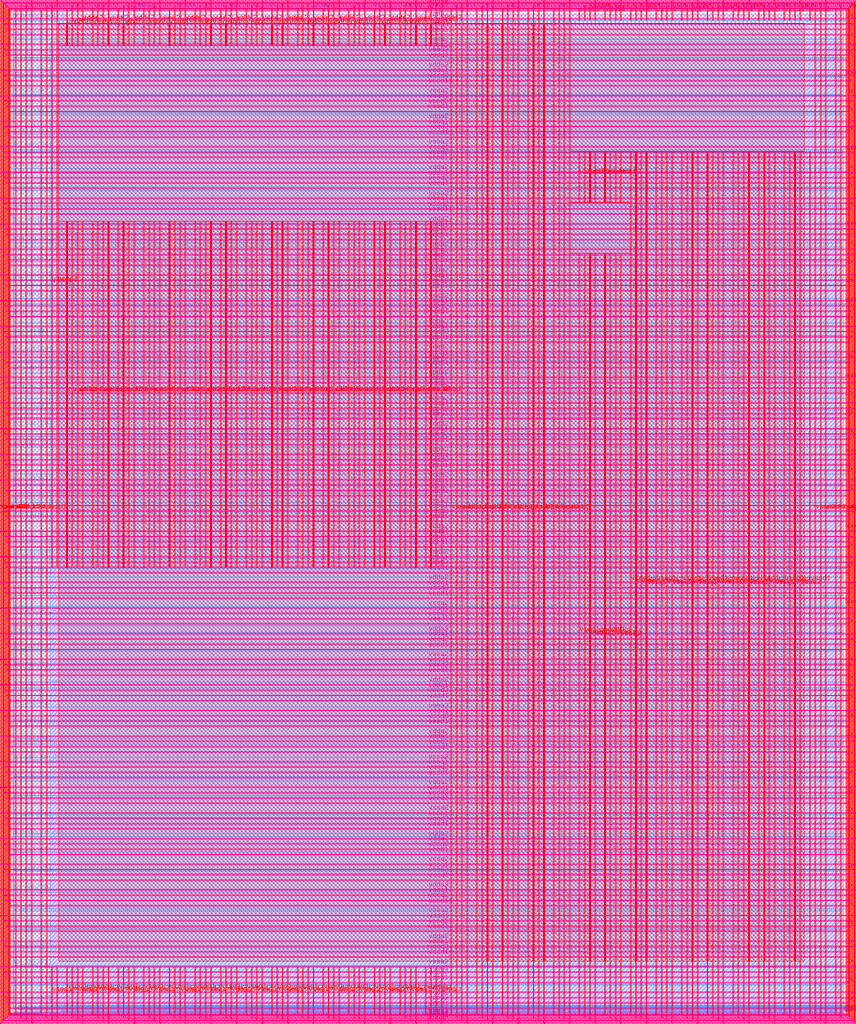
<source format=lef>
VERSION 5.7 ;
  NOWIREEXTENSIONATPIN ON ;
  DIVIDERCHAR "/" ;
  BUSBITCHARS "[]" ;
MACRO user_project_wrapper
  CLASS BLOCK ;
  FOREIGN user_project_wrapper ;
  ORIGIN 0.000 0.000 ;
  SIZE 2920.000 BY 3520.000 ;
  PIN analog_io[0]
    DIRECTION INOUT ;
    USE SIGNAL ;
    PORT
      LAYER met3 ;
        RECT 2917.600 1426.380 2924.800 1427.580 ;
    END
  END analog_io[0]
  PIN analog_io[10]
    DIRECTION INOUT ;
    USE SIGNAL ;
    PORT
      LAYER met2 ;
        RECT 2230.490 3517.600 2231.050 3524.800 ;
    END
  END analog_io[10]
  PIN analog_io[11]
    DIRECTION INOUT ;
    USE SIGNAL ;
    PORT
      LAYER met2 ;
        RECT 1905.730 3517.600 1906.290 3524.800 ;
    END
  END analog_io[11]
  PIN analog_io[12]
    DIRECTION INOUT ;
    USE SIGNAL ;
    PORT
      LAYER met2 ;
        RECT 1581.430 3517.600 1581.990 3524.800 ;
    END
  END analog_io[12]
  PIN analog_io[13]
    DIRECTION INOUT ;
    USE SIGNAL ;
    PORT
      LAYER met2 ;
        RECT 1257.130 3517.600 1257.690 3524.800 ;
    END
  END analog_io[13]
  PIN analog_io[14]
    DIRECTION INOUT ;
    USE SIGNAL ;
    PORT
      LAYER met2 ;
        RECT 932.370 3517.600 932.930 3524.800 ;
    END
  END analog_io[14]
  PIN analog_io[15]
    DIRECTION INOUT ;
    USE SIGNAL ;
    PORT
      LAYER met2 ;
        RECT 608.070 3517.600 608.630 3524.800 ;
    END
  END analog_io[15]
  PIN analog_io[16]
    DIRECTION INOUT ;
    USE SIGNAL ;
    PORT
      LAYER met2 ;
        RECT 283.770 3517.600 284.330 3524.800 ;
    END
  END analog_io[16]
  PIN analog_io[17]
    DIRECTION INOUT ;
    USE SIGNAL ;
    PORT
      LAYER met3 ;
        RECT -4.800 3486.100 2.400 3487.300 ;
    END
  END analog_io[17]
  PIN analog_io[18]
    DIRECTION INOUT ;
    USE SIGNAL ;
    PORT
      LAYER met3 ;
        RECT -4.800 3224.980 2.400 3226.180 ;
    END
  END analog_io[18]
  PIN analog_io[19]
    DIRECTION INOUT ;
    USE SIGNAL ;
    PORT
      LAYER met3 ;
        RECT -4.800 2964.540 2.400 2965.740 ;
    END
  END analog_io[19]
  PIN analog_io[1]
    DIRECTION INOUT ;
    USE SIGNAL ;
    PORT
      LAYER met3 ;
        RECT 2917.600 1692.260 2924.800 1693.460 ;
    END
  END analog_io[1]
  PIN analog_io[20]
    DIRECTION INOUT ;
    USE SIGNAL ;
    PORT
      LAYER met3 ;
        RECT -4.800 2703.420 2.400 2704.620 ;
    END
  END analog_io[20]
  PIN analog_io[21]
    DIRECTION INOUT ;
    USE SIGNAL ;
    PORT
      LAYER met3 ;
        RECT -4.800 2442.980 2.400 2444.180 ;
    END
  END analog_io[21]
  PIN analog_io[22]
    DIRECTION INOUT ;
    USE SIGNAL ;
    PORT
      LAYER met3 ;
        RECT -4.800 2182.540 2.400 2183.740 ;
    END
  END analog_io[22]
  PIN analog_io[23]
    DIRECTION INOUT ;
    USE SIGNAL ;
    PORT
      LAYER met3 ;
        RECT -4.800 1921.420 2.400 1922.620 ;
    END
  END analog_io[23]
  PIN analog_io[24]
    DIRECTION INOUT ;
    USE SIGNAL ;
    PORT
      LAYER met3 ;
        RECT -4.800 1660.980 2.400 1662.180 ;
    END
  END analog_io[24]
  PIN analog_io[25]
    DIRECTION INOUT ;
    USE SIGNAL ;
    PORT
      LAYER met3 ;
        RECT -4.800 1399.860 2.400 1401.060 ;
    END
  END analog_io[25]
  PIN analog_io[26]
    DIRECTION INOUT ;
    USE SIGNAL ;
    PORT
      LAYER met3 ;
        RECT -4.800 1139.420 2.400 1140.620 ;
    END
  END analog_io[26]
  PIN analog_io[27]
    DIRECTION INOUT ;
    USE SIGNAL ;
    PORT
      LAYER met3 ;
        RECT -4.800 878.980 2.400 880.180 ;
    END
  END analog_io[27]
  PIN analog_io[28]
    DIRECTION INOUT ;
    USE SIGNAL ;
    PORT
      LAYER met3 ;
        RECT -4.800 617.860 2.400 619.060 ;
    END
  END analog_io[28]
  PIN analog_io[2]
    DIRECTION INOUT ;
    USE SIGNAL ;
    PORT
      LAYER met3 ;
        RECT 2917.600 1958.140 2924.800 1959.340 ;
    END
  END analog_io[2]
  PIN analog_io[3]
    DIRECTION INOUT ;
    USE SIGNAL ;
    PORT
      LAYER met3 ;
        RECT 2917.600 2223.340 2924.800 2224.540 ;
    END
  END analog_io[3]
  PIN analog_io[4]
    DIRECTION INOUT ;
    USE SIGNAL ;
    PORT
      LAYER met3 ;
        RECT 2917.600 2489.220 2924.800 2490.420 ;
    END
  END analog_io[4]
  PIN analog_io[5]
    DIRECTION INOUT ;
    USE SIGNAL ;
    PORT
      LAYER met3 ;
        RECT 2917.600 2755.100 2924.800 2756.300 ;
    END
  END analog_io[5]
  PIN analog_io[6]
    DIRECTION INOUT ;
    USE SIGNAL ;
    PORT
      LAYER met3 ;
        RECT 2917.600 3020.300 2924.800 3021.500 ;
    END
  END analog_io[6]
  PIN analog_io[7]
    DIRECTION INOUT ;
    USE SIGNAL ;
    PORT
      LAYER met3 ;
        RECT 2917.600 3286.180 2924.800 3287.380 ;
    END
  END analog_io[7]
  PIN analog_io[8]
    DIRECTION INOUT ;
    USE SIGNAL ;
    PORT
      LAYER met2 ;
        RECT 2879.090 3517.600 2879.650 3524.800 ;
    END
  END analog_io[8]
  PIN analog_io[9]
    DIRECTION INOUT ;
    USE SIGNAL ;
    PORT
      LAYER met2 ;
        RECT 2554.790 3517.600 2555.350 3524.800 ;
    END
  END analog_io[9]
  PIN io_in[0]
    DIRECTION INPUT ;
    USE SIGNAL ;
    PORT
      LAYER met3 ;
        RECT 2917.600 32.380 2924.800 33.580 ;
    END
  END io_in[0]
  PIN io_in[10]
    DIRECTION INPUT ;
    USE SIGNAL ;
    PORT
      LAYER met3 ;
        RECT 2917.600 2289.980 2924.800 2291.180 ;
    END
  END io_in[10]
  PIN io_in[11]
    DIRECTION INPUT ;
    USE SIGNAL ;
    PORT
      LAYER met3 ;
        RECT 2917.600 2555.860 2924.800 2557.060 ;
    END
  END io_in[11]
  PIN io_in[12]
    DIRECTION INPUT ;
    USE SIGNAL ;
    PORT
      LAYER met3 ;
        RECT 2917.600 2821.060 2924.800 2822.260 ;
    END
  END io_in[12]
  PIN io_in[13]
    DIRECTION INPUT ;
    USE SIGNAL ;
    PORT
      LAYER met3 ;
        RECT 2917.600 3086.940 2924.800 3088.140 ;
    END
  END io_in[13]
  PIN io_in[14]
    DIRECTION INPUT ;
    USE SIGNAL ;
    PORT
      LAYER met3 ;
        RECT 2917.600 3352.820 2924.800 3354.020 ;
    END
  END io_in[14]
  PIN io_in[15]
    DIRECTION INPUT ;
    USE SIGNAL ;
    PORT
      LAYER met2 ;
        RECT 2798.130 3517.600 2798.690 3524.800 ;
    END
  END io_in[15]
  PIN io_in[16]
    DIRECTION INPUT ;
    USE SIGNAL ;
    PORT
      LAYER met2 ;
        RECT 2473.830 3517.600 2474.390 3524.800 ;
    END
  END io_in[16]
  PIN io_in[17]
    DIRECTION INPUT ;
    USE SIGNAL ;
    PORT
      LAYER met2 ;
        RECT 2149.070 3517.600 2149.630 3524.800 ;
    END
  END io_in[17]
  PIN io_in[18]
    DIRECTION INPUT ;
    USE SIGNAL ;
    PORT
      LAYER met2 ;
        RECT 1824.770 3517.600 1825.330 3524.800 ;
    END
  END io_in[18]
  PIN io_in[19]
    DIRECTION INPUT ;
    USE SIGNAL ;
    PORT
      LAYER met2 ;
        RECT 1500.470 3517.600 1501.030 3524.800 ;
    END
  END io_in[19]
  PIN io_in[1]
    DIRECTION INPUT ;
    USE SIGNAL ;
    PORT
      LAYER met3 ;
        RECT 2917.600 230.940 2924.800 232.140 ;
    END
  END io_in[1]
  PIN io_in[20]
    DIRECTION INPUT ;
    USE SIGNAL ;
    PORT
      LAYER met2 ;
        RECT 1175.710 3517.600 1176.270 3524.800 ;
    END
  END io_in[20]
  PIN io_in[21]
    DIRECTION INPUT ;
    USE SIGNAL ;
    PORT
      LAYER met2 ;
        RECT 851.410 3517.600 851.970 3524.800 ;
    END
  END io_in[21]
  PIN io_in[22]
    DIRECTION INPUT ;
    USE SIGNAL ;
    PORT
      LAYER met2 ;
        RECT 527.110 3517.600 527.670 3524.800 ;
    END
  END io_in[22]
  PIN io_in[23]
    DIRECTION INPUT ;
    USE SIGNAL ;
    PORT
      LAYER met2 ;
        RECT 202.350 3517.600 202.910 3524.800 ;
    END
  END io_in[23]
  PIN io_in[24]
    DIRECTION INPUT ;
    USE SIGNAL ;
    PORT
      LAYER met3 ;
        RECT -4.800 3420.820 2.400 3422.020 ;
    END
  END io_in[24]
  PIN io_in[25]
    DIRECTION INPUT ;
    USE SIGNAL ;
    PORT
      LAYER met3 ;
        RECT -4.800 3159.700 2.400 3160.900 ;
    END
  END io_in[25]
  PIN io_in[26]
    DIRECTION INPUT ;
    USE SIGNAL ;
    PORT
      LAYER met3 ;
        RECT -4.800 2899.260 2.400 2900.460 ;
    END
  END io_in[26]
  PIN io_in[27]
    DIRECTION INPUT ;
    USE SIGNAL ;
    PORT
      LAYER met3 ;
        RECT -4.800 2638.820 2.400 2640.020 ;
    END
  END io_in[27]
  PIN io_in[28]
    DIRECTION INPUT ;
    USE SIGNAL ;
    PORT
      LAYER met3 ;
        RECT -4.800 2377.700 2.400 2378.900 ;
    END
  END io_in[28]
  PIN io_in[29]
    DIRECTION INPUT ;
    USE SIGNAL ;
    PORT
      LAYER met3 ;
        RECT -4.800 2117.260 2.400 2118.460 ;
    END
  END io_in[29]
  PIN io_in[2]
    DIRECTION INPUT ;
    USE SIGNAL ;
    PORT
      LAYER met3 ;
        RECT 2917.600 430.180 2924.800 431.380 ;
    END
  END io_in[2]
  PIN io_in[30]
    DIRECTION INPUT ;
    USE SIGNAL ;
    PORT
      LAYER met3 ;
        RECT -4.800 1856.140 2.400 1857.340 ;
    END
  END io_in[30]
  PIN io_in[31]
    DIRECTION INPUT ;
    USE SIGNAL ;
    PORT
      LAYER met3 ;
        RECT -4.800 1595.700 2.400 1596.900 ;
    END
  END io_in[31]
  PIN io_in[32]
    DIRECTION INPUT ;
    USE SIGNAL ;
    PORT
      LAYER met3 ;
        RECT -4.800 1335.260 2.400 1336.460 ;
    END
  END io_in[32]
  PIN io_in[33]
    DIRECTION INPUT ;
    USE SIGNAL ;
    PORT
      LAYER met3 ;
        RECT -4.800 1074.140 2.400 1075.340 ;
    END
  END io_in[33]
  PIN io_in[34]
    DIRECTION INPUT ;
    USE SIGNAL ;
    PORT
      LAYER met3 ;
        RECT -4.800 813.700 2.400 814.900 ;
    END
  END io_in[34]
  PIN io_in[35]
    DIRECTION INPUT ;
    USE SIGNAL ;
    PORT
      LAYER met3 ;
        RECT -4.800 552.580 2.400 553.780 ;
    END
  END io_in[35]
  PIN io_in[36]
    DIRECTION INPUT ;
    USE SIGNAL ;
    PORT
      LAYER met3 ;
        RECT -4.800 357.420 2.400 358.620 ;
    END
  END io_in[36]
  PIN io_in[37]
    DIRECTION INPUT ;
    USE SIGNAL ;
    PORT
      LAYER met3 ;
        RECT -4.800 161.580 2.400 162.780 ;
    END
  END io_in[37]
  PIN io_in[3]
    DIRECTION INPUT ;
    USE SIGNAL ;
    PORT
      LAYER met3 ;
        RECT 2917.600 629.420 2924.800 630.620 ;
    END
  END io_in[3]
  PIN io_in[4]
    DIRECTION INPUT ;
    USE SIGNAL ;
    PORT
      LAYER met3 ;
        RECT 2917.600 828.660 2924.800 829.860 ;
    END
  END io_in[4]
  PIN io_in[5]
    DIRECTION INPUT ;
    USE SIGNAL ;
    PORT
      LAYER met3 ;
        RECT 2917.600 1027.900 2924.800 1029.100 ;
    END
  END io_in[5]
  PIN io_in[6]
    DIRECTION INPUT ;
    USE SIGNAL ;
    PORT
      LAYER met3 ;
        RECT 2917.600 1227.140 2924.800 1228.340 ;
    END
  END io_in[6]
  PIN io_in[7]
    DIRECTION INPUT ;
    USE SIGNAL ;
    PORT
      LAYER met3 ;
        RECT 2917.600 1493.020 2924.800 1494.220 ;
    END
  END io_in[7]
  PIN io_in[8]
    DIRECTION INPUT ;
    USE SIGNAL ;
    PORT
      LAYER met3 ;
        RECT 2917.600 1758.900 2924.800 1760.100 ;
    END
  END io_in[8]
  PIN io_in[9]
    DIRECTION INPUT ;
    USE SIGNAL ;
    PORT
      LAYER met3 ;
        RECT 2917.600 2024.100 2924.800 2025.300 ;
    END
  END io_in[9]
  PIN io_oeb[0]
    DIRECTION OUTPUT TRISTATE ;
    USE SIGNAL ;
    PORT
      LAYER met3 ;
        RECT 2917.600 164.980 2924.800 166.180 ;
    END
  END io_oeb[0]
  PIN io_oeb[10]
    DIRECTION OUTPUT TRISTATE ;
    USE SIGNAL ;
    PORT
      LAYER met3 ;
        RECT 2917.600 2422.580 2924.800 2423.780 ;
    END
  END io_oeb[10]
  PIN io_oeb[11]
    DIRECTION OUTPUT TRISTATE ;
    USE SIGNAL ;
    PORT
      LAYER met3 ;
        RECT 2917.600 2688.460 2924.800 2689.660 ;
    END
  END io_oeb[11]
  PIN io_oeb[12]
    DIRECTION OUTPUT TRISTATE ;
    USE SIGNAL ;
    PORT
      LAYER met3 ;
        RECT 2917.600 2954.340 2924.800 2955.540 ;
    END
  END io_oeb[12]
  PIN io_oeb[13]
    DIRECTION OUTPUT TRISTATE ;
    USE SIGNAL ;
    PORT
      LAYER met3 ;
        RECT 2917.600 3219.540 2924.800 3220.740 ;
    END
  END io_oeb[13]
  PIN io_oeb[14]
    DIRECTION OUTPUT TRISTATE ;
    USE SIGNAL ;
    PORT
      LAYER met3 ;
        RECT 2917.600 3485.420 2924.800 3486.620 ;
    END
  END io_oeb[14]
  PIN io_oeb[15]
    DIRECTION OUTPUT TRISTATE ;
    USE SIGNAL ;
    PORT
      LAYER met2 ;
        RECT 2635.750 3517.600 2636.310 3524.800 ;
    END
  END io_oeb[15]
  PIN io_oeb[16]
    DIRECTION OUTPUT TRISTATE ;
    USE SIGNAL ;
    PORT
      LAYER met2 ;
        RECT 2311.450 3517.600 2312.010 3524.800 ;
    END
  END io_oeb[16]
  PIN io_oeb[17]
    DIRECTION OUTPUT TRISTATE ;
    USE SIGNAL ;
    PORT
      LAYER met2 ;
        RECT 1987.150 3517.600 1987.710 3524.800 ;
    END
  END io_oeb[17]
  PIN io_oeb[18]
    DIRECTION OUTPUT TRISTATE ;
    USE SIGNAL ;
    PORT
      LAYER met2 ;
        RECT 1662.390 3517.600 1662.950 3524.800 ;
    END
  END io_oeb[18]
  PIN io_oeb[19]
    DIRECTION OUTPUT TRISTATE ;
    USE SIGNAL ;
    PORT
      LAYER met2 ;
        RECT 1338.090 3517.600 1338.650 3524.800 ;
    END
  END io_oeb[19]
  PIN io_oeb[1]
    DIRECTION OUTPUT TRISTATE ;
    USE SIGNAL ;
    PORT
      LAYER met3 ;
        RECT 2917.600 364.220 2924.800 365.420 ;
    END
  END io_oeb[1]
  PIN io_oeb[20]
    DIRECTION OUTPUT TRISTATE ;
    USE SIGNAL ;
    PORT
      LAYER met2 ;
        RECT 1013.790 3517.600 1014.350 3524.800 ;
    END
  END io_oeb[20]
  PIN io_oeb[21]
    DIRECTION OUTPUT TRISTATE ;
    USE SIGNAL ;
    PORT
      LAYER met2 ;
        RECT 689.030 3517.600 689.590 3524.800 ;
    END
  END io_oeb[21]
  PIN io_oeb[22]
    DIRECTION OUTPUT TRISTATE ;
    USE SIGNAL ;
    PORT
      LAYER met2 ;
        RECT 364.730 3517.600 365.290 3524.800 ;
    END
  END io_oeb[22]
  PIN io_oeb[23]
    DIRECTION OUTPUT TRISTATE ;
    USE SIGNAL ;
    PORT
      LAYER met2 ;
        RECT 40.430 3517.600 40.990 3524.800 ;
    END
  END io_oeb[23]
  PIN io_oeb[24]
    DIRECTION OUTPUT TRISTATE ;
    USE SIGNAL ;
    PORT
      LAYER met3 ;
        RECT -4.800 3290.260 2.400 3291.460 ;
    END
  END io_oeb[24]
  PIN io_oeb[25]
    DIRECTION OUTPUT TRISTATE ;
    USE SIGNAL ;
    PORT
      LAYER met3 ;
        RECT -4.800 3029.820 2.400 3031.020 ;
    END
  END io_oeb[25]
  PIN io_oeb[26]
    DIRECTION OUTPUT TRISTATE ;
    USE SIGNAL ;
    PORT
      LAYER met3 ;
        RECT -4.800 2768.700 2.400 2769.900 ;
    END
  END io_oeb[26]
  PIN io_oeb[27]
    DIRECTION OUTPUT TRISTATE ;
    USE SIGNAL ;
    PORT
      LAYER met3 ;
        RECT -4.800 2508.260 2.400 2509.460 ;
    END
  END io_oeb[27]
  PIN io_oeb[28]
    DIRECTION OUTPUT TRISTATE ;
    USE SIGNAL ;
    PORT
      LAYER met3 ;
        RECT -4.800 2247.140 2.400 2248.340 ;
    END
  END io_oeb[28]
  PIN io_oeb[29]
    DIRECTION OUTPUT TRISTATE ;
    USE SIGNAL ;
    PORT
      LAYER met3 ;
        RECT -4.800 1986.700 2.400 1987.900 ;
    END
  END io_oeb[29]
  PIN io_oeb[2]
    DIRECTION OUTPUT TRISTATE ;
    USE SIGNAL ;
    PORT
      LAYER met3 ;
        RECT 2917.600 563.460 2924.800 564.660 ;
    END
  END io_oeb[2]
  PIN io_oeb[30]
    DIRECTION OUTPUT TRISTATE ;
    USE SIGNAL ;
    PORT
      LAYER met3 ;
        RECT -4.800 1726.260 2.400 1727.460 ;
    END
  END io_oeb[30]
  PIN io_oeb[31]
    DIRECTION OUTPUT TRISTATE ;
    USE SIGNAL ;
    PORT
      LAYER met3 ;
        RECT -4.800 1465.140 2.400 1466.340 ;
    END
  END io_oeb[31]
  PIN io_oeb[32]
    DIRECTION OUTPUT TRISTATE ;
    USE SIGNAL ;
    PORT
      LAYER met3 ;
        RECT -4.800 1204.700 2.400 1205.900 ;
    END
  END io_oeb[32]
  PIN io_oeb[33]
    DIRECTION OUTPUT TRISTATE ;
    USE SIGNAL ;
    PORT
      LAYER met3 ;
        RECT -4.800 943.580 2.400 944.780 ;
    END
  END io_oeb[33]
  PIN io_oeb[34]
    DIRECTION OUTPUT TRISTATE ;
    USE SIGNAL ;
    PORT
      LAYER met3 ;
        RECT -4.800 683.140 2.400 684.340 ;
    END
  END io_oeb[34]
  PIN io_oeb[35]
    DIRECTION OUTPUT TRISTATE ;
    USE SIGNAL ;
    PORT
      LAYER met3 ;
        RECT -4.800 422.700 2.400 423.900 ;
    END
  END io_oeb[35]
  PIN io_oeb[36]
    DIRECTION OUTPUT TRISTATE ;
    USE SIGNAL ;
    PORT
      LAYER met3 ;
        RECT -4.800 226.860 2.400 228.060 ;
    END
  END io_oeb[36]
  PIN io_oeb[37]
    DIRECTION OUTPUT TRISTATE ;
    USE SIGNAL ;
    PORT
      LAYER met3 ;
        RECT -4.800 31.700 2.400 32.900 ;
    END
  END io_oeb[37]
  PIN io_oeb[3]
    DIRECTION OUTPUT TRISTATE ;
    USE SIGNAL ;
    PORT
      LAYER met3 ;
        RECT 2917.600 762.700 2924.800 763.900 ;
    END
  END io_oeb[3]
  PIN io_oeb[4]
    DIRECTION OUTPUT TRISTATE ;
    USE SIGNAL ;
    PORT
      LAYER met3 ;
        RECT 2917.600 961.940 2924.800 963.140 ;
    END
  END io_oeb[4]
  PIN io_oeb[5]
    DIRECTION OUTPUT TRISTATE ;
    USE SIGNAL ;
    PORT
      LAYER met3 ;
        RECT 2917.600 1161.180 2924.800 1162.380 ;
    END
  END io_oeb[5]
  PIN io_oeb[6]
    DIRECTION OUTPUT TRISTATE ;
    USE SIGNAL ;
    PORT
      LAYER met3 ;
        RECT 2917.600 1360.420 2924.800 1361.620 ;
    END
  END io_oeb[6]
  PIN io_oeb[7]
    DIRECTION OUTPUT TRISTATE ;
    USE SIGNAL ;
    PORT
      LAYER met3 ;
        RECT 2917.600 1625.620 2924.800 1626.820 ;
    END
  END io_oeb[7]
  PIN io_oeb[8]
    DIRECTION OUTPUT TRISTATE ;
    USE SIGNAL ;
    PORT
      LAYER met3 ;
        RECT 2917.600 1891.500 2924.800 1892.700 ;
    END
  END io_oeb[8]
  PIN io_oeb[9]
    DIRECTION OUTPUT TRISTATE ;
    USE SIGNAL ;
    PORT
      LAYER met3 ;
        RECT 2917.600 2157.380 2924.800 2158.580 ;
    END
  END io_oeb[9]
  PIN io_out[0]
    DIRECTION OUTPUT TRISTATE ;
    USE SIGNAL ;
    PORT
      LAYER met3 ;
        RECT 2917.600 98.340 2924.800 99.540 ;
    END
  END io_out[0]
  PIN io_out[10]
    DIRECTION OUTPUT TRISTATE ;
    USE SIGNAL ;
    PORT
      LAYER met3 ;
        RECT 2917.600 2356.620 2924.800 2357.820 ;
    END
  END io_out[10]
  PIN io_out[11]
    DIRECTION OUTPUT TRISTATE ;
    USE SIGNAL ;
    PORT
      LAYER met3 ;
        RECT 2917.600 2621.820 2924.800 2623.020 ;
    END
  END io_out[11]
  PIN io_out[12]
    DIRECTION OUTPUT TRISTATE ;
    USE SIGNAL ;
    PORT
      LAYER met3 ;
        RECT 2917.600 2887.700 2924.800 2888.900 ;
    END
  END io_out[12]
  PIN io_out[13]
    DIRECTION OUTPUT TRISTATE ;
    USE SIGNAL ;
    PORT
      LAYER met3 ;
        RECT 2917.600 3153.580 2924.800 3154.780 ;
    END
  END io_out[13]
  PIN io_out[14]
    DIRECTION OUTPUT TRISTATE ;
    USE SIGNAL ;
    PORT
      LAYER met3 ;
        RECT 2917.600 3418.780 2924.800 3419.980 ;
    END
  END io_out[14]
  PIN io_out[15]
    DIRECTION OUTPUT TRISTATE ;
    USE SIGNAL ;
    PORT
      LAYER met2 ;
        RECT 2717.170 3517.600 2717.730 3524.800 ;
    END
  END io_out[15]
  PIN io_out[16]
    DIRECTION OUTPUT TRISTATE ;
    USE SIGNAL ;
    PORT
      LAYER met2 ;
        RECT 2392.410 3517.600 2392.970 3524.800 ;
    END
  END io_out[16]
  PIN io_out[17]
    DIRECTION OUTPUT TRISTATE ;
    USE SIGNAL ;
    PORT
      LAYER met2 ;
        RECT 2068.110 3517.600 2068.670 3524.800 ;
    END
  END io_out[17]
  PIN io_out[18]
    DIRECTION OUTPUT TRISTATE ;
    USE SIGNAL ;
    PORT
      LAYER met2 ;
        RECT 1743.810 3517.600 1744.370 3524.800 ;
    END
  END io_out[18]
  PIN io_out[19]
    DIRECTION OUTPUT TRISTATE ;
    USE SIGNAL ;
    PORT
      LAYER met2 ;
        RECT 1419.050 3517.600 1419.610 3524.800 ;
    END
  END io_out[19]
  PIN io_out[1]
    DIRECTION OUTPUT TRISTATE ;
    USE SIGNAL ;
    PORT
      LAYER met3 ;
        RECT 2917.600 297.580 2924.800 298.780 ;
    END
  END io_out[1]
  PIN io_out[20]
    DIRECTION OUTPUT TRISTATE ;
    USE SIGNAL ;
    PORT
      LAYER met2 ;
        RECT 1094.750 3517.600 1095.310 3524.800 ;
    END
  END io_out[20]
  PIN io_out[21]
    DIRECTION OUTPUT TRISTATE ;
    USE SIGNAL ;
    PORT
      LAYER met2 ;
        RECT 770.450 3517.600 771.010 3524.800 ;
    END
  END io_out[21]
  PIN io_out[22]
    DIRECTION OUTPUT TRISTATE ;
    USE SIGNAL ;
    PORT
      LAYER met2 ;
        RECT 445.690 3517.600 446.250 3524.800 ;
    END
  END io_out[22]
  PIN io_out[23]
    DIRECTION OUTPUT TRISTATE ;
    USE SIGNAL ;
    PORT
      LAYER met2 ;
        RECT 121.390 3517.600 121.950 3524.800 ;
    END
  END io_out[23]
  PIN io_out[24]
    DIRECTION OUTPUT TRISTATE ;
    USE SIGNAL ;
    PORT
      LAYER met3 ;
        RECT -4.800 3355.540 2.400 3356.740 ;
    END
  END io_out[24]
  PIN io_out[25]
    DIRECTION OUTPUT TRISTATE ;
    USE SIGNAL ;
    PORT
      LAYER met3 ;
        RECT -4.800 3095.100 2.400 3096.300 ;
    END
  END io_out[25]
  PIN io_out[26]
    DIRECTION OUTPUT TRISTATE ;
    USE SIGNAL ;
    PORT
      LAYER met3 ;
        RECT -4.800 2833.980 2.400 2835.180 ;
    END
  END io_out[26]
  PIN io_out[27]
    DIRECTION OUTPUT TRISTATE ;
    USE SIGNAL ;
    PORT
      LAYER met3 ;
        RECT -4.800 2573.540 2.400 2574.740 ;
    END
  END io_out[27]
  PIN io_out[28]
    DIRECTION OUTPUT TRISTATE ;
    USE SIGNAL ;
    PORT
      LAYER met3 ;
        RECT -4.800 2312.420 2.400 2313.620 ;
    END
  END io_out[28]
  PIN io_out[29]
    DIRECTION OUTPUT TRISTATE ;
    USE SIGNAL ;
    PORT
      LAYER met3 ;
        RECT -4.800 2051.980 2.400 2053.180 ;
    END
  END io_out[29]
  PIN io_out[2]
    DIRECTION OUTPUT TRISTATE ;
    USE SIGNAL ;
    PORT
      LAYER met3 ;
        RECT 2917.600 496.820 2924.800 498.020 ;
    END
  END io_out[2]
  PIN io_out[30]
    DIRECTION OUTPUT TRISTATE ;
    USE SIGNAL ;
    PORT
      LAYER met3 ;
        RECT -4.800 1791.540 2.400 1792.740 ;
    END
  END io_out[30]
  PIN io_out[31]
    DIRECTION OUTPUT TRISTATE ;
    USE SIGNAL ;
    PORT
      LAYER met3 ;
        RECT -4.800 1530.420 2.400 1531.620 ;
    END
  END io_out[31]
  PIN io_out[32]
    DIRECTION OUTPUT TRISTATE ;
    USE SIGNAL ;
    PORT
      LAYER met3 ;
        RECT -4.800 1269.980 2.400 1271.180 ;
    END
  END io_out[32]
  PIN io_out[33]
    DIRECTION OUTPUT TRISTATE ;
    USE SIGNAL ;
    PORT
      LAYER met3 ;
        RECT -4.800 1008.860 2.400 1010.060 ;
    END
  END io_out[33]
  PIN io_out[34]
    DIRECTION OUTPUT TRISTATE ;
    USE SIGNAL ;
    PORT
      LAYER met3 ;
        RECT -4.800 748.420 2.400 749.620 ;
    END
  END io_out[34]
  PIN io_out[35]
    DIRECTION OUTPUT TRISTATE ;
    USE SIGNAL ;
    PORT
      LAYER met3 ;
        RECT -4.800 487.300 2.400 488.500 ;
    END
  END io_out[35]
  PIN io_out[36]
    DIRECTION OUTPUT TRISTATE ;
    USE SIGNAL ;
    PORT
      LAYER met3 ;
        RECT -4.800 292.140 2.400 293.340 ;
    END
  END io_out[36]
  PIN io_out[37]
    DIRECTION OUTPUT TRISTATE ;
    USE SIGNAL ;
    PORT
      LAYER met3 ;
        RECT -4.800 96.300 2.400 97.500 ;
    END
  END io_out[37]
  PIN io_out[3]
    DIRECTION OUTPUT TRISTATE ;
    USE SIGNAL ;
    PORT
      LAYER met3 ;
        RECT 2917.600 696.060 2924.800 697.260 ;
    END
  END io_out[3]
  PIN io_out[4]
    DIRECTION OUTPUT TRISTATE ;
    USE SIGNAL ;
    PORT
      LAYER met3 ;
        RECT 2917.600 895.300 2924.800 896.500 ;
    END
  END io_out[4]
  PIN io_out[5]
    DIRECTION OUTPUT TRISTATE ;
    USE SIGNAL ;
    PORT
      LAYER met3 ;
        RECT 2917.600 1094.540 2924.800 1095.740 ;
    END
  END io_out[5]
  PIN io_out[6]
    DIRECTION OUTPUT TRISTATE ;
    USE SIGNAL ;
    PORT
      LAYER met3 ;
        RECT 2917.600 1293.780 2924.800 1294.980 ;
    END
  END io_out[6]
  PIN io_out[7]
    DIRECTION OUTPUT TRISTATE ;
    USE SIGNAL ;
    PORT
      LAYER met3 ;
        RECT 2917.600 1559.660 2924.800 1560.860 ;
    END
  END io_out[7]
  PIN io_out[8]
    DIRECTION OUTPUT TRISTATE ;
    USE SIGNAL ;
    PORT
      LAYER met3 ;
        RECT 2917.600 1824.860 2924.800 1826.060 ;
    END
  END io_out[8]
  PIN io_out[9]
    DIRECTION OUTPUT TRISTATE ;
    USE SIGNAL ;
    PORT
      LAYER met3 ;
        RECT 2917.600 2090.740 2924.800 2091.940 ;
    END
  END io_out[9]
  PIN la_data_in[0]
    DIRECTION INPUT ;
    USE SIGNAL ;
    PORT
      LAYER met2 ;
        RECT 629.230 -4.800 629.790 2.400 ;
    END
  END la_data_in[0]
  PIN la_data_in[100]
    DIRECTION INPUT ;
    USE SIGNAL ;
    PORT
      LAYER met2 ;
        RECT 2402.530 -4.800 2403.090 2.400 ;
    END
  END la_data_in[100]
  PIN la_data_in[101]
    DIRECTION INPUT ;
    USE SIGNAL ;
    PORT
      LAYER met2 ;
        RECT 2420.010 -4.800 2420.570 2.400 ;
    END
  END la_data_in[101]
  PIN la_data_in[102]
    DIRECTION INPUT ;
    USE SIGNAL ;
    PORT
      LAYER met2 ;
        RECT 2437.950 -4.800 2438.510 2.400 ;
    END
  END la_data_in[102]
  PIN la_data_in[103]
    DIRECTION INPUT ;
    USE SIGNAL ;
    PORT
      LAYER met2 ;
        RECT 2455.430 -4.800 2455.990 2.400 ;
    END
  END la_data_in[103]
  PIN la_data_in[104]
    DIRECTION INPUT ;
    USE SIGNAL ;
    PORT
      LAYER met2 ;
        RECT 2473.370 -4.800 2473.930 2.400 ;
    END
  END la_data_in[104]
  PIN la_data_in[105]
    DIRECTION INPUT ;
    USE SIGNAL ;
    PORT
      LAYER met2 ;
        RECT 2490.850 -4.800 2491.410 2.400 ;
    END
  END la_data_in[105]
  PIN la_data_in[106]
    DIRECTION INPUT ;
    USE SIGNAL ;
    PORT
      LAYER met2 ;
        RECT 2508.790 -4.800 2509.350 2.400 ;
    END
  END la_data_in[106]
  PIN la_data_in[107]
    DIRECTION INPUT ;
    USE SIGNAL ;
    PORT
      LAYER met2 ;
        RECT 2526.730 -4.800 2527.290 2.400 ;
    END
  END la_data_in[107]
  PIN la_data_in[108]
    DIRECTION INPUT ;
    USE SIGNAL ;
    PORT
      LAYER met2 ;
        RECT 2544.210 -4.800 2544.770 2.400 ;
    END
  END la_data_in[108]
  PIN la_data_in[109]
    DIRECTION INPUT ;
    USE SIGNAL ;
    PORT
      LAYER met2 ;
        RECT 2562.150 -4.800 2562.710 2.400 ;
    END
  END la_data_in[109]
  PIN la_data_in[10]
    DIRECTION INPUT ;
    USE SIGNAL ;
    PORT
      LAYER met2 ;
        RECT 806.330 -4.800 806.890 2.400 ;
    END
  END la_data_in[10]
  PIN la_data_in[110]
    DIRECTION INPUT ;
    USE SIGNAL ;
    PORT
      LAYER met2 ;
        RECT 2579.630 -4.800 2580.190 2.400 ;
    END
  END la_data_in[110]
  PIN la_data_in[111]
    DIRECTION INPUT ;
    USE SIGNAL ;
    PORT
      LAYER met2 ;
        RECT 2597.570 -4.800 2598.130 2.400 ;
    END
  END la_data_in[111]
  PIN la_data_in[112]
    DIRECTION INPUT ;
    USE SIGNAL ;
    PORT
      LAYER met2 ;
        RECT 2615.050 -4.800 2615.610 2.400 ;
    END
  END la_data_in[112]
  PIN la_data_in[113]
    DIRECTION INPUT ;
    USE SIGNAL ;
    PORT
      LAYER met2 ;
        RECT 2632.990 -4.800 2633.550 2.400 ;
    END
  END la_data_in[113]
  PIN la_data_in[114]
    DIRECTION INPUT ;
    USE SIGNAL ;
    PORT
      LAYER met2 ;
        RECT 2650.470 -4.800 2651.030 2.400 ;
    END
  END la_data_in[114]
  PIN la_data_in[115]
    DIRECTION INPUT ;
    USE SIGNAL ;
    PORT
      LAYER met2 ;
        RECT 2668.410 -4.800 2668.970 2.400 ;
    END
  END la_data_in[115]
  PIN la_data_in[116]
    DIRECTION INPUT ;
    USE SIGNAL ;
    PORT
      LAYER met2 ;
        RECT 2685.890 -4.800 2686.450 2.400 ;
    END
  END la_data_in[116]
  PIN la_data_in[117]
    DIRECTION INPUT ;
    USE SIGNAL ;
    PORT
      LAYER met2 ;
        RECT 2703.830 -4.800 2704.390 2.400 ;
    END
  END la_data_in[117]
  PIN la_data_in[118]
    DIRECTION INPUT ;
    USE SIGNAL ;
    PORT
      LAYER met2 ;
        RECT 2721.770 -4.800 2722.330 2.400 ;
    END
  END la_data_in[118]
  PIN la_data_in[119]
    DIRECTION INPUT ;
    USE SIGNAL ;
    PORT
      LAYER met2 ;
        RECT 2739.250 -4.800 2739.810 2.400 ;
    END
  END la_data_in[119]
  PIN la_data_in[11]
    DIRECTION INPUT ;
    USE SIGNAL ;
    PORT
      LAYER met2 ;
        RECT 824.270 -4.800 824.830 2.400 ;
    END
  END la_data_in[11]
  PIN la_data_in[120]
    DIRECTION INPUT ;
    USE SIGNAL ;
    PORT
      LAYER met2 ;
        RECT 2757.190 -4.800 2757.750 2.400 ;
    END
  END la_data_in[120]
  PIN la_data_in[121]
    DIRECTION INPUT ;
    USE SIGNAL ;
    PORT
      LAYER met2 ;
        RECT 2774.670 -4.800 2775.230 2.400 ;
    END
  END la_data_in[121]
  PIN la_data_in[122]
    DIRECTION INPUT ;
    USE SIGNAL ;
    PORT
      LAYER met2 ;
        RECT 2792.610 -4.800 2793.170 2.400 ;
    END
  END la_data_in[122]
  PIN la_data_in[123]
    DIRECTION INPUT ;
    USE SIGNAL ;
    PORT
      LAYER met2 ;
        RECT 2810.090 -4.800 2810.650 2.400 ;
    END
  END la_data_in[123]
  PIN la_data_in[124]
    DIRECTION INPUT ;
    USE SIGNAL ;
    PORT
      LAYER met2 ;
        RECT 2828.030 -4.800 2828.590 2.400 ;
    END
  END la_data_in[124]
  PIN la_data_in[125]
    DIRECTION INPUT ;
    USE SIGNAL ;
    PORT
      LAYER met2 ;
        RECT 2845.510 -4.800 2846.070 2.400 ;
    END
  END la_data_in[125]
  PIN la_data_in[126]
    DIRECTION INPUT ;
    USE SIGNAL ;
    PORT
      LAYER met2 ;
        RECT 2863.450 -4.800 2864.010 2.400 ;
    END
  END la_data_in[126]
  PIN la_data_in[127]
    DIRECTION INPUT ;
    USE SIGNAL ;
    PORT
      LAYER met2 ;
        RECT 2881.390 -4.800 2881.950 2.400 ;
    END
  END la_data_in[127]
  PIN la_data_in[12]
    DIRECTION INPUT ;
    USE SIGNAL ;
    PORT
      LAYER met2 ;
        RECT 841.750 -4.800 842.310 2.400 ;
    END
  END la_data_in[12]
  PIN la_data_in[13]
    DIRECTION INPUT ;
    USE SIGNAL ;
    PORT
      LAYER met2 ;
        RECT 859.690 -4.800 860.250 2.400 ;
    END
  END la_data_in[13]
  PIN la_data_in[14]
    DIRECTION INPUT ;
    USE SIGNAL ;
    PORT
      LAYER met2 ;
        RECT 877.170 -4.800 877.730 2.400 ;
    END
  END la_data_in[14]
  PIN la_data_in[15]
    DIRECTION INPUT ;
    USE SIGNAL ;
    PORT
      LAYER met2 ;
        RECT 895.110 -4.800 895.670 2.400 ;
    END
  END la_data_in[15]
  PIN la_data_in[16]
    DIRECTION INPUT ;
    USE SIGNAL ;
    PORT
      LAYER met2 ;
        RECT 912.590 -4.800 913.150 2.400 ;
    END
  END la_data_in[16]
  PIN la_data_in[17]
    DIRECTION INPUT ;
    USE SIGNAL ;
    PORT
      LAYER met2 ;
        RECT 930.530 -4.800 931.090 2.400 ;
    END
  END la_data_in[17]
  PIN la_data_in[18]
    DIRECTION INPUT ;
    USE SIGNAL ;
    PORT
      LAYER met2 ;
        RECT 948.470 -4.800 949.030 2.400 ;
    END
  END la_data_in[18]
  PIN la_data_in[19]
    DIRECTION INPUT ;
    USE SIGNAL ;
    PORT
      LAYER met2 ;
        RECT 965.950 -4.800 966.510 2.400 ;
    END
  END la_data_in[19]
  PIN la_data_in[1]
    DIRECTION INPUT ;
    USE SIGNAL ;
    PORT
      LAYER met2 ;
        RECT 646.710 -4.800 647.270 2.400 ;
    END
  END la_data_in[1]
  PIN la_data_in[20]
    DIRECTION INPUT ;
    USE SIGNAL ;
    PORT
      LAYER met2 ;
        RECT 983.890 -4.800 984.450 2.400 ;
    END
  END la_data_in[20]
  PIN la_data_in[21]
    DIRECTION INPUT ;
    USE SIGNAL ;
    PORT
      LAYER met2 ;
        RECT 1001.370 -4.800 1001.930 2.400 ;
    END
  END la_data_in[21]
  PIN la_data_in[22]
    DIRECTION INPUT ;
    USE SIGNAL ;
    PORT
      LAYER met2 ;
        RECT 1019.310 -4.800 1019.870 2.400 ;
    END
  END la_data_in[22]
  PIN la_data_in[23]
    DIRECTION INPUT ;
    USE SIGNAL ;
    PORT
      LAYER met2 ;
        RECT 1036.790 -4.800 1037.350 2.400 ;
    END
  END la_data_in[23]
  PIN la_data_in[24]
    DIRECTION INPUT ;
    USE SIGNAL ;
    PORT
      LAYER met2 ;
        RECT 1054.730 -4.800 1055.290 2.400 ;
    END
  END la_data_in[24]
  PIN la_data_in[25]
    DIRECTION INPUT ;
    USE SIGNAL ;
    PORT
      LAYER met2 ;
        RECT 1072.210 -4.800 1072.770 2.400 ;
    END
  END la_data_in[25]
  PIN la_data_in[26]
    DIRECTION INPUT ;
    USE SIGNAL ;
    PORT
      LAYER met2 ;
        RECT 1090.150 -4.800 1090.710 2.400 ;
    END
  END la_data_in[26]
  PIN la_data_in[27]
    DIRECTION INPUT ;
    USE SIGNAL ;
    PORT
      LAYER met2 ;
        RECT 1107.630 -4.800 1108.190 2.400 ;
    END
  END la_data_in[27]
  PIN la_data_in[28]
    DIRECTION INPUT ;
    USE SIGNAL ;
    PORT
      LAYER met2 ;
        RECT 1125.570 -4.800 1126.130 2.400 ;
    END
  END la_data_in[28]
  PIN la_data_in[29]
    DIRECTION INPUT ;
    USE SIGNAL ;
    PORT
      LAYER met2 ;
        RECT 1143.510 -4.800 1144.070 2.400 ;
    END
  END la_data_in[29]
  PIN la_data_in[2]
    DIRECTION INPUT ;
    USE SIGNAL ;
    PORT
      LAYER met2 ;
        RECT 664.650 -4.800 665.210 2.400 ;
    END
  END la_data_in[2]
  PIN la_data_in[30]
    DIRECTION INPUT ;
    USE SIGNAL ;
    PORT
      LAYER met2 ;
        RECT 1160.990 -4.800 1161.550 2.400 ;
    END
  END la_data_in[30]
  PIN la_data_in[31]
    DIRECTION INPUT ;
    USE SIGNAL ;
    PORT
      LAYER met2 ;
        RECT 1178.930 -4.800 1179.490 2.400 ;
    END
  END la_data_in[31]
  PIN la_data_in[32]
    DIRECTION INPUT ;
    USE SIGNAL ;
    PORT
      LAYER met2 ;
        RECT 1196.410 -4.800 1196.970 2.400 ;
    END
  END la_data_in[32]
  PIN la_data_in[33]
    DIRECTION INPUT ;
    USE SIGNAL ;
    PORT
      LAYER met2 ;
        RECT 1214.350 -4.800 1214.910 2.400 ;
    END
  END la_data_in[33]
  PIN la_data_in[34]
    DIRECTION INPUT ;
    USE SIGNAL ;
    PORT
      LAYER met2 ;
        RECT 1231.830 -4.800 1232.390 2.400 ;
    END
  END la_data_in[34]
  PIN la_data_in[35]
    DIRECTION INPUT ;
    USE SIGNAL ;
    PORT
      LAYER met2 ;
        RECT 1249.770 -4.800 1250.330 2.400 ;
    END
  END la_data_in[35]
  PIN la_data_in[36]
    DIRECTION INPUT ;
    USE SIGNAL ;
    PORT
      LAYER met2 ;
        RECT 1267.250 -4.800 1267.810 2.400 ;
    END
  END la_data_in[36]
  PIN la_data_in[37]
    DIRECTION INPUT ;
    USE SIGNAL ;
    PORT
      LAYER met2 ;
        RECT 1285.190 -4.800 1285.750 2.400 ;
    END
  END la_data_in[37]
  PIN la_data_in[38]
    DIRECTION INPUT ;
    USE SIGNAL ;
    PORT
      LAYER met2 ;
        RECT 1303.130 -4.800 1303.690 2.400 ;
    END
  END la_data_in[38]
  PIN la_data_in[39]
    DIRECTION INPUT ;
    USE SIGNAL ;
    PORT
      LAYER met2 ;
        RECT 1320.610 -4.800 1321.170 2.400 ;
    END
  END la_data_in[39]
  PIN la_data_in[3]
    DIRECTION INPUT ;
    USE SIGNAL ;
    PORT
      LAYER met2 ;
        RECT 682.130 -4.800 682.690 2.400 ;
    END
  END la_data_in[3]
  PIN la_data_in[40]
    DIRECTION INPUT ;
    USE SIGNAL ;
    PORT
      LAYER met2 ;
        RECT 1338.550 -4.800 1339.110 2.400 ;
    END
  END la_data_in[40]
  PIN la_data_in[41]
    DIRECTION INPUT ;
    USE SIGNAL ;
    PORT
      LAYER met2 ;
        RECT 1356.030 -4.800 1356.590 2.400 ;
    END
  END la_data_in[41]
  PIN la_data_in[42]
    DIRECTION INPUT ;
    USE SIGNAL ;
    PORT
      LAYER met2 ;
        RECT 1373.970 -4.800 1374.530 2.400 ;
    END
  END la_data_in[42]
  PIN la_data_in[43]
    DIRECTION INPUT ;
    USE SIGNAL ;
    PORT
      LAYER met2 ;
        RECT 1391.450 -4.800 1392.010 2.400 ;
    END
  END la_data_in[43]
  PIN la_data_in[44]
    DIRECTION INPUT ;
    USE SIGNAL ;
    PORT
      LAYER met2 ;
        RECT 1409.390 -4.800 1409.950 2.400 ;
    END
  END la_data_in[44]
  PIN la_data_in[45]
    DIRECTION INPUT ;
    USE SIGNAL ;
    PORT
      LAYER met2 ;
        RECT 1426.870 -4.800 1427.430 2.400 ;
    END
  END la_data_in[45]
  PIN la_data_in[46]
    DIRECTION INPUT ;
    USE SIGNAL ;
    PORT
      LAYER met2 ;
        RECT 1444.810 -4.800 1445.370 2.400 ;
    END
  END la_data_in[46]
  PIN la_data_in[47]
    DIRECTION INPUT ;
    USE SIGNAL ;
    PORT
      LAYER met2 ;
        RECT 1462.750 -4.800 1463.310 2.400 ;
    END
  END la_data_in[47]
  PIN la_data_in[48]
    DIRECTION INPUT ;
    USE SIGNAL ;
    PORT
      LAYER met2 ;
        RECT 1480.230 -4.800 1480.790 2.400 ;
    END
  END la_data_in[48]
  PIN la_data_in[49]
    DIRECTION INPUT ;
    USE SIGNAL ;
    PORT
      LAYER met2 ;
        RECT 1498.170 -4.800 1498.730 2.400 ;
    END
  END la_data_in[49]
  PIN la_data_in[4]
    DIRECTION INPUT ;
    USE SIGNAL ;
    PORT
      LAYER met2 ;
        RECT 700.070 -4.800 700.630 2.400 ;
    END
  END la_data_in[4]
  PIN la_data_in[50]
    DIRECTION INPUT ;
    USE SIGNAL ;
    PORT
      LAYER met2 ;
        RECT 1515.650 -4.800 1516.210 2.400 ;
    END
  END la_data_in[50]
  PIN la_data_in[51]
    DIRECTION INPUT ;
    USE SIGNAL ;
    PORT
      LAYER met2 ;
        RECT 1533.590 -4.800 1534.150 2.400 ;
    END
  END la_data_in[51]
  PIN la_data_in[52]
    DIRECTION INPUT ;
    USE SIGNAL ;
    PORT
      LAYER met2 ;
        RECT 1551.070 -4.800 1551.630 2.400 ;
    END
  END la_data_in[52]
  PIN la_data_in[53]
    DIRECTION INPUT ;
    USE SIGNAL ;
    PORT
      LAYER met2 ;
        RECT 1569.010 -4.800 1569.570 2.400 ;
    END
  END la_data_in[53]
  PIN la_data_in[54]
    DIRECTION INPUT ;
    USE SIGNAL ;
    PORT
      LAYER met2 ;
        RECT 1586.490 -4.800 1587.050 2.400 ;
    END
  END la_data_in[54]
  PIN la_data_in[55]
    DIRECTION INPUT ;
    USE SIGNAL ;
    PORT
      LAYER met2 ;
        RECT 1604.430 -4.800 1604.990 2.400 ;
    END
  END la_data_in[55]
  PIN la_data_in[56]
    DIRECTION INPUT ;
    USE SIGNAL ;
    PORT
      LAYER met2 ;
        RECT 1621.910 -4.800 1622.470 2.400 ;
    END
  END la_data_in[56]
  PIN la_data_in[57]
    DIRECTION INPUT ;
    USE SIGNAL ;
    PORT
      LAYER met2 ;
        RECT 1639.850 -4.800 1640.410 2.400 ;
    END
  END la_data_in[57]
  PIN la_data_in[58]
    DIRECTION INPUT ;
    USE SIGNAL ;
    PORT
      LAYER met2 ;
        RECT 1657.790 -4.800 1658.350 2.400 ;
    END
  END la_data_in[58]
  PIN la_data_in[59]
    DIRECTION INPUT ;
    USE SIGNAL ;
    PORT
      LAYER met2 ;
        RECT 1675.270 -4.800 1675.830 2.400 ;
    END
  END la_data_in[59]
  PIN la_data_in[5]
    DIRECTION INPUT ;
    USE SIGNAL ;
    PORT
      LAYER met2 ;
        RECT 717.550 -4.800 718.110 2.400 ;
    END
  END la_data_in[5]
  PIN la_data_in[60]
    DIRECTION INPUT ;
    USE SIGNAL ;
    PORT
      LAYER met2 ;
        RECT 1693.210 -4.800 1693.770 2.400 ;
    END
  END la_data_in[60]
  PIN la_data_in[61]
    DIRECTION INPUT ;
    USE SIGNAL ;
    PORT
      LAYER met2 ;
        RECT 1710.690 -4.800 1711.250 2.400 ;
    END
  END la_data_in[61]
  PIN la_data_in[62]
    DIRECTION INPUT ;
    USE SIGNAL ;
    PORT
      LAYER met2 ;
        RECT 1728.630 -4.800 1729.190 2.400 ;
    END
  END la_data_in[62]
  PIN la_data_in[63]
    DIRECTION INPUT ;
    USE SIGNAL ;
    PORT
      LAYER met2 ;
        RECT 1746.110 -4.800 1746.670 2.400 ;
    END
  END la_data_in[63]
  PIN la_data_in[64]
    DIRECTION INPUT ;
    USE SIGNAL ;
    PORT
      LAYER met2 ;
        RECT 1764.050 -4.800 1764.610 2.400 ;
    END
  END la_data_in[64]
  PIN la_data_in[65]
    DIRECTION INPUT ;
    USE SIGNAL ;
    PORT
      LAYER met2 ;
        RECT 1781.530 -4.800 1782.090 2.400 ;
    END
  END la_data_in[65]
  PIN la_data_in[66]
    DIRECTION INPUT ;
    USE SIGNAL ;
    PORT
      LAYER met2 ;
        RECT 1799.470 -4.800 1800.030 2.400 ;
    END
  END la_data_in[66]
  PIN la_data_in[67]
    DIRECTION INPUT ;
    USE SIGNAL ;
    PORT
      LAYER met2 ;
        RECT 1817.410 -4.800 1817.970 2.400 ;
    END
  END la_data_in[67]
  PIN la_data_in[68]
    DIRECTION INPUT ;
    USE SIGNAL ;
    PORT
      LAYER met2 ;
        RECT 1834.890 -4.800 1835.450 2.400 ;
    END
  END la_data_in[68]
  PIN la_data_in[69]
    DIRECTION INPUT ;
    USE SIGNAL ;
    PORT
      LAYER met2 ;
        RECT 1852.830 -4.800 1853.390 2.400 ;
    END
  END la_data_in[69]
  PIN la_data_in[6]
    DIRECTION INPUT ;
    USE SIGNAL ;
    PORT
      LAYER met2 ;
        RECT 735.490 -4.800 736.050 2.400 ;
    END
  END la_data_in[6]
  PIN la_data_in[70]
    DIRECTION INPUT ;
    USE SIGNAL ;
    PORT
      LAYER met2 ;
        RECT 1870.310 -4.800 1870.870 2.400 ;
    END
  END la_data_in[70]
  PIN la_data_in[71]
    DIRECTION INPUT ;
    USE SIGNAL ;
    PORT
      LAYER met2 ;
        RECT 1888.250 -4.800 1888.810 2.400 ;
    END
  END la_data_in[71]
  PIN la_data_in[72]
    DIRECTION INPUT ;
    USE SIGNAL ;
    PORT
      LAYER met2 ;
        RECT 1905.730 -4.800 1906.290 2.400 ;
    END
  END la_data_in[72]
  PIN la_data_in[73]
    DIRECTION INPUT ;
    USE SIGNAL ;
    PORT
      LAYER met2 ;
        RECT 1923.670 -4.800 1924.230 2.400 ;
    END
  END la_data_in[73]
  PIN la_data_in[74]
    DIRECTION INPUT ;
    USE SIGNAL ;
    PORT
      LAYER met2 ;
        RECT 1941.150 -4.800 1941.710 2.400 ;
    END
  END la_data_in[74]
  PIN la_data_in[75]
    DIRECTION INPUT ;
    USE SIGNAL ;
    PORT
      LAYER met2 ;
        RECT 1959.090 -4.800 1959.650 2.400 ;
    END
  END la_data_in[75]
  PIN la_data_in[76]
    DIRECTION INPUT ;
    USE SIGNAL ;
    PORT
      LAYER met2 ;
        RECT 1976.570 -4.800 1977.130 2.400 ;
    END
  END la_data_in[76]
  PIN la_data_in[77]
    DIRECTION INPUT ;
    USE SIGNAL ;
    PORT
      LAYER met2 ;
        RECT 1994.510 -4.800 1995.070 2.400 ;
    END
  END la_data_in[77]
  PIN la_data_in[78]
    DIRECTION INPUT ;
    USE SIGNAL ;
    PORT
      LAYER met2 ;
        RECT 2012.450 -4.800 2013.010 2.400 ;
    END
  END la_data_in[78]
  PIN la_data_in[79]
    DIRECTION INPUT ;
    USE SIGNAL ;
    PORT
      LAYER met2 ;
        RECT 2029.930 -4.800 2030.490 2.400 ;
    END
  END la_data_in[79]
  PIN la_data_in[7]
    DIRECTION INPUT ;
    USE SIGNAL ;
    PORT
      LAYER met2 ;
        RECT 752.970 -4.800 753.530 2.400 ;
    END
  END la_data_in[7]
  PIN la_data_in[80]
    DIRECTION INPUT ;
    USE SIGNAL ;
    PORT
      LAYER met2 ;
        RECT 2047.870 -4.800 2048.430 2.400 ;
    END
  END la_data_in[80]
  PIN la_data_in[81]
    DIRECTION INPUT ;
    USE SIGNAL ;
    PORT
      LAYER met2 ;
        RECT 2065.350 -4.800 2065.910 2.400 ;
    END
  END la_data_in[81]
  PIN la_data_in[82]
    DIRECTION INPUT ;
    USE SIGNAL ;
    PORT
      LAYER met2 ;
        RECT 2083.290 -4.800 2083.850 2.400 ;
    END
  END la_data_in[82]
  PIN la_data_in[83]
    DIRECTION INPUT ;
    USE SIGNAL ;
    PORT
      LAYER met2 ;
        RECT 2100.770 -4.800 2101.330 2.400 ;
    END
  END la_data_in[83]
  PIN la_data_in[84]
    DIRECTION INPUT ;
    USE SIGNAL ;
    PORT
      LAYER met2 ;
        RECT 2118.710 -4.800 2119.270 2.400 ;
    END
  END la_data_in[84]
  PIN la_data_in[85]
    DIRECTION INPUT ;
    USE SIGNAL ;
    PORT
      LAYER met2 ;
        RECT 2136.190 -4.800 2136.750 2.400 ;
    END
  END la_data_in[85]
  PIN la_data_in[86]
    DIRECTION INPUT ;
    USE SIGNAL ;
    PORT
      LAYER met2 ;
        RECT 2154.130 -4.800 2154.690 2.400 ;
    END
  END la_data_in[86]
  PIN la_data_in[87]
    DIRECTION INPUT ;
    USE SIGNAL ;
    PORT
      LAYER met2 ;
        RECT 2172.070 -4.800 2172.630 2.400 ;
    END
  END la_data_in[87]
  PIN la_data_in[88]
    DIRECTION INPUT ;
    USE SIGNAL ;
    PORT
      LAYER met2 ;
        RECT 2189.550 -4.800 2190.110 2.400 ;
    END
  END la_data_in[88]
  PIN la_data_in[89]
    DIRECTION INPUT ;
    USE SIGNAL ;
    PORT
      LAYER met2 ;
        RECT 2207.490 -4.800 2208.050 2.400 ;
    END
  END la_data_in[89]
  PIN la_data_in[8]
    DIRECTION INPUT ;
    USE SIGNAL ;
    PORT
      LAYER met2 ;
        RECT 770.910 -4.800 771.470 2.400 ;
    END
  END la_data_in[8]
  PIN la_data_in[90]
    DIRECTION INPUT ;
    USE SIGNAL ;
    PORT
      LAYER met2 ;
        RECT 2224.970 -4.800 2225.530 2.400 ;
    END
  END la_data_in[90]
  PIN la_data_in[91]
    DIRECTION INPUT ;
    USE SIGNAL ;
    PORT
      LAYER met2 ;
        RECT 2242.910 -4.800 2243.470 2.400 ;
    END
  END la_data_in[91]
  PIN la_data_in[92]
    DIRECTION INPUT ;
    USE SIGNAL ;
    PORT
      LAYER met2 ;
        RECT 2260.390 -4.800 2260.950 2.400 ;
    END
  END la_data_in[92]
  PIN la_data_in[93]
    DIRECTION INPUT ;
    USE SIGNAL ;
    PORT
      LAYER met2 ;
        RECT 2278.330 -4.800 2278.890 2.400 ;
    END
  END la_data_in[93]
  PIN la_data_in[94]
    DIRECTION INPUT ;
    USE SIGNAL ;
    PORT
      LAYER met2 ;
        RECT 2295.810 -4.800 2296.370 2.400 ;
    END
  END la_data_in[94]
  PIN la_data_in[95]
    DIRECTION INPUT ;
    USE SIGNAL ;
    PORT
      LAYER met2 ;
        RECT 2313.750 -4.800 2314.310 2.400 ;
    END
  END la_data_in[95]
  PIN la_data_in[96]
    DIRECTION INPUT ;
    USE SIGNAL ;
    PORT
      LAYER met2 ;
        RECT 2331.230 -4.800 2331.790 2.400 ;
    END
  END la_data_in[96]
  PIN la_data_in[97]
    DIRECTION INPUT ;
    USE SIGNAL ;
    PORT
      LAYER met2 ;
        RECT 2349.170 -4.800 2349.730 2.400 ;
    END
  END la_data_in[97]
  PIN la_data_in[98]
    DIRECTION INPUT ;
    USE SIGNAL ;
    PORT
      LAYER met2 ;
        RECT 2367.110 -4.800 2367.670 2.400 ;
    END
  END la_data_in[98]
  PIN la_data_in[99]
    DIRECTION INPUT ;
    USE SIGNAL ;
    PORT
      LAYER met2 ;
        RECT 2384.590 -4.800 2385.150 2.400 ;
    END
  END la_data_in[99]
  PIN la_data_in[9]
    DIRECTION INPUT ;
    USE SIGNAL ;
    PORT
      LAYER met2 ;
        RECT 788.850 -4.800 789.410 2.400 ;
    END
  END la_data_in[9]
  PIN la_data_out[0]
    DIRECTION OUTPUT TRISTATE ;
    USE SIGNAL ;
    PORT
      LAYER met2 ;
        RECT 634.750 -4.800 635.310 2.400 ;
    END
  END la_data_out[0]
  PIN la_data_out[100]
    DIRECTION OUTPUT TRISTATE ;
    USE SIGNAL ;
    PORT
      LAYER met2 ;
        RECT 2408.510 -4.800 2409.070 2.400 ;
    END
  END la_data_out[100]
  PIN la_data_out[101]
    DIRECTION OUTPUT TRISTATE ;
    USE SIGNAL ;
    PORT
      LAYER met2 ;
        RECT 2425.990 -4.800 2426.550 2.400 ;
    END
  END la_data_out[101]
  PIN la_data_out[102]
    DIRECTION OUTPUT TRISTATE ;
    USE SIGNAL ;
    PORT
      LAYER met2 ;
        RECT 2443.930 -4.800 2444.490 2.400 ;
    END
  END la_data_out[102]
  PIN la_data_out[103]
    DIRECTION OUTPUT TRISTATE ;
    USE SIGNAL ;
    PORT
      LAYER met2 ;
        RECT 2461.410 -4.800 2461.970 2.400 ;
    END
  END la_data_out[103]
  PIN la_data_out[104]
    DIRECTION OUTPUT TRISTATE ;
    USE SIGNAL ;
    PORT
      LAYER met2 ;
        RECT 2479.350 -4.800 2479.910 2.400 ;
    END
  END la_data_out[104]
  PIN la_data_out[105]
    DIRECTION OUTPUT TRISTATE ;
    USE SIGNAL ;
    PORT
      LAYER met2 ;
        RECT 2496.830 -4.800 2497.390 2.400 ;
    END
  END la_data_out[105]
  PIN la_data_out[106]
    DIRECTION OUTPUT TRISTATE ;
    USE SIGNAL ;
    PORT
      LAYER met2 ;
        RECT 2514.770 -4.800 2515.330 2.400 ;
    END
  END la_data_out[106]
  PIN la_data_out[107]
    DIRECTION OUTPUT TRISTATE ;
    USE SIGNAL ;
    PORT
      LAYER met2 ;
        RECT 2532.250 -4.800 2532.810 2.400 ;
    END
  END la_data_out[107]
  PIN la_data_out[108]
    DIRECTION OUTPUT TRISTATE ;
    USE SIGNAL ;
    PORT
      LAYER met2 ;
        RECT 2550.190 -4.800 2550.750 2.400 ;
    END
  END la_data_out[108]
  PIN la_data_out[109]
    DIRECTION OUTPUT TRISTATE ;
    USE SIGNAL ;
    PORT
      LAYER met2 ;
        RECT 2567.670 -4.800 2568.230 2.400 ;
    END
  END la_data_out[109]
  PIN la_data_out[10]
    DIRECTION OUTPUT TRISTATE ;
    USE SIGNAL ;
    PORT
      LAYER met2 ;
        RECT 812.310 -4.800 812.870 2.400 ;
    END
  END la_data_out[10]
  PIN la_data_out[110]
    DIRECTION OUTPUT TRISTATE ;
    USE SIGNAL ;
    PORT
      LAYER met2 ;
        RECT 2585.610 -4.800 2586.170 2.400 ;
    END
  END la_data_out[110]
  PIN la_data_out[111]
    DIRECTION OUTPUT TRISTATE ;
    USE SIGNAL ;
    PORT
      LAYER met2 ;
        RECT 2603.550 -4.800 2604.110 2.400 ;
    END
  END la_data_out[111]
  PIN la_data_out[112]
    DIRECTION OUTPUT TRISTATE ;
    USE SIGNAL ;
    PORT
      LAYER met2 ;
        RECT 2621.030 -4.800 2621.590 2.400 ;
    END
  END la_data_out[112]
  PIN la_data_out[113]
    DIRECTION OUTPUT TRISTATE ;
    USE SIGNAL ;
    PORT
      LAYER met2 ;
        RECT 2638.970 -4.800 2639.530 2.400 ;
    END
  END la_data_out[113]
  PIN la_data_out[114]
    DIRECTION OUTPUT TRISTATE ;
    USE SIGNAL ;
    PORT
      LAYER met2 ;
        RECT 2656.450 -4.800 2657.010 2.400 ;
    END
  END la_data_out[114]
  PIN la_data_out[115]
    DIRECTION OUTPUT TRISTATE ;
    USE SIGNAL ;
    PORT
      LAYER met2 ;
        RECT 2674.390 -4.800 2674.950 2.400 ;
    END
  END la_data_out[115]
  PIN la_data_out[116]
    DIRECTION OUTPUT TRISTATE ;
    USE SIGNAL ;
    PORT
      LAYER met2 ;
        RECT 2691.870 -4.800 2692.430 2.400 ;
    END
  END la_data_out[116]
  PIN la_data_out[117]
    DIRECTION OUTPUT TRISTATE ;
    USE SIGNAL ;
    PORT
      LAYER met2 ;
        RECT 2709.810 -4.800 2710.370 2.400 ;
    END
  END la_data_out[117]
  PIN la_data_out[118]
    DIRECTION OUTPUT TRISTATE ;
    USE SIGNAL ;
    PORT
      LAYER met2 ;
        RECT 2727.290 -4.800 2727.850 2.400 ;
    END
  END la_data_out[118]
  PIN la_data_out[119]
    DIRECTION OUTPUT TRISTATE ;
    USE SIGNAL ;
    PORT
      LAYER met2 ;
        RECT 2745.230 -4.800 2745.790 2.400 ;
    END
  END la_data_out[119]
  PIN la_data_out[11]
    DIRECTION OUTPUT TRISTATE ;
    USE SIGNAL ;
    PORT
      LAYER met2 ;
        RECT 830.250 -4.800 830.810 2.400 ;
    END
  END la_data_out[11]
  PIN la_data_out[120]
    DIRECTION OUTPUT TRISTATE ;
    USE SIGNAL ;
    PORT
      LAYER met2 ;
        RECT 2763.170 -4.800 2763.730 2.400 ;
    END
  END la_data_out[120]
  PIN la_data_out[121]
    DIRECTION OUTPUT TRISTATE ;
    USE SIGNAL ;
    PORT
      LAYER met2 ;
        RECT 2780.650 -4.800 2781.210 2.400 ;
    END
  END la_data_out[121]
  PIN la_data_out[122]
    DIRECTION OUTPUT TRISTATE ;
    USE SIGNAL ;
    PORT
      LAYER met2 ;
        RECT 2798.590 -4.800 2799.150 2.400 ;
    END
  END la_data_out[122]
  PIN la_data_out[123]
    DIRECTION OUTPUT TRISTATE ;
    USE SIGNAL ;
    PORT
      LAYER met2 ;
        RECT 2816.070 -4.800 2816.630 2.400 ;
    END
  END la_data_out[123]
  PIN la_data_out[124]
    DIRECTION OUTPUT TRISTATE ;
    USE SIGNAL ;
    PORT
      LAYER met2 ;
        RECT 2834.010 -4.800 2834.570 2.400 ;
    END
  END la_data_out[124]
  PIN la_data_out[125]
    DIRECTION OUTPUT TRISTATE ;
    USE SIGNAL ;
    PORT
      LAYER met2 ;
        RECT 2851.490 -4.800 2852.050 2.400 ;
    END
  END la_data_out[125]
  PIN la_data_out[126]
    DIRECTION OUTPUT TRISTATE ;
    USE SIGNAL ;
    PORT
      LAYER met2 ;
        RECT 2869.430 -4.800 2869.990 2.400 ;
    END
  END la_data_out[126]
  PIN la_data_out[127]
    DIRECTION OUTPUT TRISTATE ;
    USE SIGNAL ;
    PORT
      LAYER met2 ;
        RECT 2886.910 -4.800 2887.470 2.400 ;
    END
  END la_data_out[127]
  PIN la_data_out[12]
    DIRECTION OUTPUT TRISTATE ;
    USE SIGNAL ;
    PORT
      LAYER met2 ;
        RECT 847.730 -4.800 848.290 2.400 ;
    END
  END la_data_out[12]
  PIN la_data_out[13]
    DIRECTION OUTPUT TRISTATE ;
    USE SIGNAL ;
    PORT
      LAYER met2 ;
        RECT 865.670 -4.800 866.230 2.400 ;
    END
  END la_data_out[13]
  PIN la_data_out[14]
    DIRECTION OUTPUT TRISTATE ;
    USE SIGNAL ;
    PORT
      LAYER met2 ;
        RECT 883.150 -4.800 883.710 2.400 ;
    END
  END la_data_out[14]
  PIN la_data_out[15]
    DIRECTION OUTPUT TRISTATE ;
    USE SIGNAL ;
    PORT
      LAYER met2 ;
        RECT 901.090 -4.800 901.650 2.400 ;
    END
  END la_data_out[15]
  PIN la_data_out[16]
    DIRECTION OUTPUT TRISTATE ;
    USE SIGNAL ;
    PORT
      LAYER met2 ;
        RECT 918.570 -4.800 919.130 2.400 ;
    END
  END la_data_out[16]
  PIN la_data_out[17]
    DIRECTION OUTPUT TRISTATE ;
    USE SIGNAL ;
    PORT
      LAYER met2 ;
        RECT 936.510 -4.800 937.070 2.400 ;
    END
  END la_data_out[17]
  PIN la_data_out[18]
    DIRECTION OUTPUT TRISTATE ;
    USE SIGNAL ;
    PORT
      LAYER met2 ;
        RECT 953.990 -4.800 954.550 2.400 ;
    END
  END la_data_out[18]
  PIN la_data_out[19]
    DIRECTION OUTPUT TRISTATE ;
    USE SIGNAL ;
    PORT
      LAYER met2 ;
        RECT 971.930 -4.800 972.490 2.400 ;
    END
  END la_data_out[19]
  PIN la_data_out[1]
    DIRECTION OUTPUT TRISTATE ;
    USE SIGNAL ;
    PORT
      LAYER met2 ;
        RECT 652.690 -4.800 653.250 2.400 ;
    END
  END la_data_out[1]
  PIN la_data_out[20]
    DIRECTION OUTPUT TRISTATE ;
    USE SIGNAL ;
    PORT
      LAYER met2 ;
        RECT 989.410 -4.800 989.970 2.400 ;
    END
  END la_data_out[20]
  PIN la_data_out[21]
    DIRECTION OUTPUT TRISTATE ;
    USE SIGNAL ;
    PORT
      LAYER met2 ;
        RECT 1007.350 -4.800 1007.910 2.400 ;
    END
  END la_data_out[21]
  PIN la_data_out[22]
    DIRECTION OUTPUT TRISTATE ;
    USE SIGNAL ;
    PORT
      LAYER met2 ;
        RECT 1025.290 -4.800 1025.850 2.400 ;
    END
  END la_data_out[22]
  PIN la_data_out[23]
    DIRECTION OUTPUT TRISTATE ;
    USE SIGNAL ;
    PORT
      LAYER met2 ;
        RECT 1042.770 -4.800 1043.330 2.400 ;
    END
  END la_data_out[23]
  PIN la_data_out[24]
    DIRECTION OUTPUT TRISTATE ;
    USE SIGNAL ;
    PORT
      LAYER met2 ;
        RECT 1060.710 -4.800 1061.270 2.400 ;
    END
  END la_data_out[24]
  PIN la_data_out[25]
    DIRECTION OUTPUT TRISTATE ;
    USE SIGNAL ;
    PORT
      LAYER met2 ;
        RECT 1078.190 -4.800 1078.750 2.400 ;
    END
  END la_data_out[25]
  PIN la_data_out[26]
    DIRECTION OUTPUT TRISTATE ;
    USE SIGNAL ;
    PORT
      LAYER met2 ;
        RECT 1096.130 -4.800 1096.690 2.400 ;
    END
  END la_data_out[26]
  PIN la_data_out[27]
    DIRECTION OUTPUT TRISTATE ;
    USE SIGNAL ;
    PORT
      LAYER met2 ;
        RECT 1113.610 -4.800 1114.170 2.400 ;
    END
  END la_data_out[27]
  PIN la_data_out[28]
    DIRECTION OUTPUT TRISTATE ;
    USE SIGNAL ;
    PORT
      LAYER met2 ;
        RECT 1131.550 -4.800 1132.110 2.400 ;
    END
  END la_data_out[28]
  PIN la_data_out[29]
    DIRECTION OUTPUT TRISTATE ;
    USE SIGNAL ;
    PORT
      LAYER met2 ;
        RECT 1149.030 -4.800 1149.590 2.400 ;
    END
  END la_data_out[29]
  PIN la_data_out[2]
    DIRECTION OUTPUT TRISTATE ;
    USE SIGNAL ;
    PORT
      LAYER met2 ;
        RECT 670.630 -4.800 671.190 2.400 ;
    END
  END la_data_out[2]
  PIN la_data_out[30]
    DIRECTION OUTPUT TRISTATE ;
    USE SIGNAL ;
    PORT
      LAYER met2 ;
        RECT 1166.970 -4.800 1167.530 2.400 ;
    END
  END la_data_out[30]
  PIN la_data_out[31]
    DIRECTION OUTPUT TRISTATE ;
    USE SIGNAL ;
    PORT
      LAYER met2 ;
        RECT 1184.910 -4.800 1185.470 2.400 ;
    END
  END la_data_out[31]
  PIN la_data_out[32]
    DIRECTION OUTPUT TRISTATE ;
    USE SIGNAL ;
    PORT
      LAYER met2 ;
        RECT 1202.390 -4.800 1202.950 2.400 ;
    END
  END la_data_out[32]
  PIN la_data_out[33]
    DIRECTION OUTPUT TRISTATE ;
    USE SIGNAL ;
    PORT
      LAYER met2 ;
        RECT 1220.330 -4.800 1220.890 2.400 ;
    END
  END la_data_out[33]
  PIN la_data_out[34]
    DIRECTION OUTPUT TRISTATE ;
    USE SIGNAL ;
    PORT
      LAYER met2 ;
        RECT 1237.810 -4.800 1238.370 2.400 ;
    END
  END la_data_out[34]
  PIN la_data_out[35]
    DIRECTION OUTPUT TRISTATE ;
    USE SIGNAL ;
    PORT
      LAYER met2 ;
        RECT 1255.750 -4.800 1256.310 2.400 ;
    END
  END la_data_out[35]
  PIN la_data_out[36]
    DIRECTION OUTPUT TRISTATE ;
    USE SIGNAL ;
    PORT
      LAYER met2 ;
        RECT 1273.230 -4.800 1273.790 2.400 ;
    END
  END la_data_out[36]
  PIN la_data_out[37]
    DIRECTION OUTPUT TRISTATE ;
    USE SIGNAL ;
    PORT
      LAYER met2 ;
        RECT 1291.170 -4.800 1291.730 2.400 ;
    END
  END la_data_out[37]
  PIN la_data_out[38]
    DIRECTION OUTPUT TRISTATE ;
    USE SIGNAL ;
    PORT
      LAYER met2 ;
        RECT 1308.650 -4.800 1309.210 2.400 ;
    END
  END la_data_out[38]
  PIN la_data_out[39]
    DIRECTION OUTPUT TRISTATE ;
    USE SIGNAL ;
    PORT
      LAYER met2 ;
        RECT 1326.590 -4.800 1327.150 2.400 ;
    END
  END la_data_out[39]
  PIN la_data_out[3]
    DIRECTION OUTPUT TRISTATE ;
    USE SIGNAL ;
    PORT
      LAYER met2 ;
        RECT 688.110 -4.800 688.670 2.400 ;
    END
  END la_data_out[3]
  PIN la_data_out[40]
    DIRECTION OUTPUT TRISTATE ;
    USE SIGNAL ;
    PORT
      LAYER met2 ;
        RECT 1344.070 -4.800 1344.630 2.400 ;
    END
  END la_data_out[40]
  PIN la_data_out[41]
    DIRECTION OUTPUT TRISTATE ;
    USE SIGNAL ;
    PORT
      LAYER met2 ;
        RECT 1362.010 -4.800 1362.570 2.400 ;
    END
  END la_data_out[41]
  PIN la_data_out[42]
    DIRECTION OUTPUT TRISTATE ;
    USE SIGNAL ;
    PORT
      LAYER met2 ;
        RECT 1379.950 -4.800 1380.510 2.400 ;
    END
  END la_data_out[42]
  PIN la_data_out[43]
    DIRECTION OUTPUT TRISTATE ;
    USE SIGNAL ;
    PORT
      LAYER met2 ;
        RECT 1397.430 -4.800 1397.990 2.400 ;
    END
  END la_data_out[43]
  PIN la_data_out[44]
    DIRECTION OUTPUT TRISTATE ;
    USE SIGNAL ;
    PORT
      LAYER met2 ;
        RECT 1415.370 -4.800 1415.930 2.400 ;
    END
  END la_data_out[44]
  PIN la_data_out[45]
    DIRECTION OUTPUT TRISTATE ;
    USE SIGNAL ;
    PORT
      LAYER met2 ;
        RECT 1432.850 -4.800 1433.410 2.400 ;
    END
  END la_data_out[45]
  PIN la_data_out[46]
    DIRECTION OUTPUT TRISTATE ;
    USE SIGNAL ;
    PORT
      LAYER met2 ;
        RECT 1450.790 -4.800 1451.350 2.400 ;
    END
  END la_data_out[46]
  PIN la_data_out[47]
    DIRECTION OUTPUT TRISTATE ;
    USE SIGNAL ;
    PORT
      LAYER met2 ;
        RECT 1468.270 -4.800 1468.830 2.400 ;
    END
  END la_data_out[47]
  PIN la_data_out[48]
    DIRECTION OUTPUT TRISTATE ;
    USE SIGNAL ;
    PORT
      LAYER met2 ;
        RECT 1486.210 -4.800 1486.770 2.400 ;
    END
  END la_data_out[48]
  PIN la_data_out[49]
    DIRECTION OUTPUT TRISTATE ;
    USE SIGNAL ;
    PORT
      LAYER met2 ;
        RECT 1503.690 -4.800 1504.250 2.400 ;
    END
  END la_data_out[49]
  PIN la_data_out[4]
    DIRECTION OUTPUT TRISTATE ;
    USE SIGNAL ;
    PORT
      LAYER met2 ;
        RECT 706.050 -4.800 706.610 2.400 ;
    END
  END la_data_out[4]
  PIN la_data_out[50]
    DIRECTION OUTPUT TRISTATE ;
    USE SIGNAL ;
    PORT
      LAYER met2 ;
        RECT 1521.630 -4.800 1522.190 2.400 ;
    END
  END la_data_out[50]
  PIN la_data_out[51]
    DIRECTION OUTPUT TRISTATE ;
    USE SIGNAL ;
    PORT
      LAYER met2 ;
        RECT 1539.570 -4.800 1540.130 2.400 ;
    END
  END la_data_out[51]
  PIN la_data_out[52]
    DIRECTION OUTPUT TRISTATE ;
    USE SIGNAL ;
    PORT
      LAYER met2 ;
        RECT 1557.050 -4.800 1557.610 2.400 ;
    END
  END la_data_out[52]
  PIN la_data_out[53]
    DIRECTION OUTPUT TRISTATE ;
    USE SIGNAL ;
    PORT
      LAYER met2 ;
        RECT 1574.990 -4.800 1575.550 2.400 ;
    END
  END la_data_out[53]
  PIN la_data_out[54]
    DIRECTION OUTPUT TRISTATE ;
    USE SIGNAL ;
    PORT
      LAYER met2 ;
        RECT 1592.470 -4.800 1593.030 2.400 ;
    END
  END la_data_out[54]
  PIN la_data_out[55]
    DIRECTION OUTPUT TRISTATE ;
    USE SIGNAL ;
    PORT
      LAYER met2 ;
        RECT 1610.410 -4.800 1610.970 2.400 ;
    END
  END la_data_out[55]
  PIN la_data_out[56]
    DIRECTION OUTPUT TRISTATE ;
    USE SIGNAL ;
    PORT
      LAYER met2 ;
        RECT 1627.890 -4.800 1628.450 2.400 ;
    END
  END la_data_out[56]
  PIN la_data_out[57]
    DIRECTION OUTPUT TRISTATE ;
    USE SIGNAL ;
    PORT
      LAYER met2 ;
        RECT 1645.830 -4.800 1646.390 2.400 ;
    END
  END la_data_out[57]
  PIN la_data_out[58]
    DIRECTION OUTPUT TRISTATE ;
    USE SIGNAL ;
    PORT
      LAYER met2 ;
        RECT 1663.310 -4.800 1663.870 2.400 ;
    END
  END la_data_out[58]
  PIN la_data_out[59]
    DIRECTION OUTPUT TRISTATE ;
    USE SIGNAL ;
    PORT
      LAYER met2 ;
        RECT 1681.250 -4.800 1681.810 2.400 ;
    END
  END la_data_out[59]
  PIN la_data_out[5]
    DIRECTION OUTPUT TRISTATE ;
    USE SIGNAL ;
    PORT
      LAYER met2 ;
        RECT 723.530 -4.800 724.090 2.400 ;
    END
  END la_data_out[5]
  PIN la_data_out[60]
    DIRECTION OUTPUT TRISTATE ;
    USE SIGNAL ;
    PORT
      LAYER met2 ;
        RECT 1699.190 -4.800 1699.750 2.400 ;
    END
  END la_data_out[60]
  PIN la_data_out[61]
    DIRECTION OUTPUT TRISTATE ;
    USE SIGNAL ;
    PORT
      LAYER met2 ;
        RECT 1716.670 -4.800 1717.230 2.400 ;
    END
  END la_data_out[61]
  PIN la_data_out[62]
    DIRECTION OUTPUT TRISTATE ;
    USE SIGNAL ;
    PORT
      LAYER met2 ;
        RECT 1734.610 -4.800 1735.170 2.400 ;
    END
  END la_data_out[62]
  PIN la_data_out[63]
    DIRECTION OUTPUT TRISTATE ;
    USE SIGNAL ;
    PORT
      LAYER met2 ;
        RECT 1752.090 -4.800 1752.650 2.400 ;
    END
  END la_data_out[63]
  PIN la_data_out[64]
    DIRECTION OUTPUT TRISTATE ;
    USE SIGNAL ;
    PORT
      LAYER met2 ;
        RECT 1770.030 -4.800 1770.590 2.400 ;
    END
  END la_data_out[64]
  PIN la_data_out[65]
    DIRECTION OUTPUT TRISTATE ;
    USE SIGNAL ;
    PORT
      LAYER met2 ;
        RECT 1787.510 -4.800 1788.070 2.400 ;
    END
  END la_data_out[65]
  PIN la_data_out[66]
    DIRECTION OUTPUT TRISTATE ;
    USE SIGNAL ;
    PORT
      LAYER met2 ;
        RECT 1805.450 -4.800 1806.010 2.400 ;
    END
  END la_data_out[66]
  PIN la_data_out[67]
    DIRECTION OUTPUT TRISTATE ;
    USE SIGNAL ;
    PORT
      LAYER met2 ;
        RECT 1822.930 -4.800 1823.490 2.400 ;
    END
  END la_data_out[67]
  PIN la_data_out[68]
    DIRECTION OUTPUT TRISTATE ;
    USE SIGNAL ;
    PORT
      LAYER met2 ;
        RECT 1840.870 -4.800 1841.430 2.400 ;
    END
  END la_data_out[68]
  PIN la_data_out[69]
    DIRECTION OUTPUT TRISTATE ;
    USE SIGNAL ;
    PORT
      LAYER met2 ;
        RECT 1858.350 -4.800 1858.910 2.400 ;
    END
  END la_data_out[69]
  PIN la_data_out[6]
    DIRECTION OUTPUT TRISTATE ;
    USE SIGNAL ;
    PORT
      LAYER met2 ;
        RECT 741.470 -4.800 742.030 2.400 ;
    END
  END la_data_out[6]
  PIN la_data_out[70]
    DIRECTION OUTPUT TRISTATE ;
    USE SIGNAL ;
    PORT
      LAYER met2 ;
        RECT 1876.290 -4.800 1876.850 2.400 ;
    END
  END la_data_out[70]
  PIN la_data_out[71]
    DIRECTION OUTPUT TRISTATE ;
    USE SIGNAL ;
    PORT
      LAYER met2 ;
        RECT 1894.230 -4.800 1894.790 2.400 ;
    END
  END la_data_out[71]
  PIN la_data_out[72]
    DIRECTION OUTPUT TRISTATE ;
    USE SIGNAL ;
    PORT
      LAYER met2 ;
        RECT 1911.710 -4.800 1912.270 2.400 ;
    END
  END la_data_out[72]
  PIN la_data_out[73]
    DIRECTION OUTPUT TRISTATE ;
    USE SIGNAL ;
    PORT
      LAYER met2 ;
        RECT 1929.650 -4.800 1930.210 2.400 ;
    END
  END la_data_out[73]
  PIN la_data_out[74]
    DIRECTION OUTPUT TRISTATE ;
    USE SIGNAL ;
    PORT
      LAYER met2 ;
        RECT 1947.130 -4.800 1947.690 2.400 ;
    END
  END la_data_out[74]
  PIN la_data_out[75]
    DIRECTION OUTPUT TRISTATE ;
    USE SIGNAL ;
    PORT
      LAYER met2 ;
        RECT 1965.070 -4.800 1965.630 2.400 ;
    END
  END la_data_out[75]
  PIN la_data_out[76]
    DIRECTION OUTPUT TRISTATE ;
    USE SIGNAL ;
    PORT
      LAYER met2 ;
        RECT 1982.550 -4.800 1983.110 2.400 ;
    END
  END la_data_out[76]
  PIN la_data_out[77]
    DIRECTION OUTPUT TRISTATE ;
    USE SIGNAL ;
    PORT
      LAYER met2 ;
        RECT 2000.490 -4.800 2001.050 2.400 ;
    END
  END la_data_out[77]
  PIN la_data_out[78]
    DIRECTION OUTPUT TRISTATE ;
    USE SIGNAL ;
    PORT
      LAYER met2 ;
        RECT 2017.970 -4.800 2018.530 2.400 ;
    END
  END la_data_out[78]
  PIN la_data_out[79]
    DIRECTION OUTPUT TRISTATE ;
    USE SIGNAL ;
    PORT
      LAYER met2 ;
        RECT 2035.910 -4.800 2036.470 2.400 ;
    END
  END la_data_out[79]
  PIN la_data_out[7]
    DIRECTION OUTPUT TRISTATE ;
    USE SIGNAL ;
    PORT
      LAYER met2 ;
        RECT 758.950 -4.800 759.510 2.400 ;
    END
  END la_data_out[7]
  PIN la_data_out[80]
    DIRECTION OUTPUT TRISTATE ;
    USE SIGNAL ;
    PORT
      LAYER met2 ;
        RECT 2053.850 -4.800 2054.410 2.400 ;
    END
  END la_data_out[80]
  PIN la_data_out[81]
    DIRECTION OUTPUT TRISTATE ;
    USE SIGNAL ;
    PORT
      LAYER met2 ;
        RECT 2071.330 -4.800 2071.890 2.400 ;
    END
  END la_data_out[81]
  PIN la_data_out[82]
    DIRECTION OUTPUT TRISTATE ;
    USE SIGNAL ;
    PORT
      LAYER met2 ;
        RECT 2089.270 -4.800 2089.830 2.400 ;
    END
  END la_data_out[82]
  PIN la_data_out[83]
    DIRECTION OUTPUT TRISTATE ;
    USE SIGNAL ;
    PORT
      LAYER met2 ;
        RECT 2106.750 -4.800 2107.310 2.400 ;
    END
  END la_data_out[83]
  PIN la_data_out[84]
    DIRECTION OUTPUT TRISTATE ;
    USE SIGNAL ;
    PORT
      LAYER met2 ;
        RECT 2124.690 -4.800 2125.250 2.400 ;
    END
  END la_data_out[84]
  PIN la_data_out[85]
    DIRECTION OUTPUT TRISTATE ;
    USE SIGNAL ;
    PORT
      LAYER met2 ;
        RECT 2142.170 -4.800 2142.730 2.400 ;
    END
  END la_data_out[85]
  PIN la_data_out[86]
    DIRECTION OUTPUT TRISTATE ;
    USE SIGNAL ;
    PORT
      LAYER met2 ;
        RECT 2160.110 -4.800 2160.670 2.400 ;
    END
  END la_data_out[86]
  PIN la_data_out[87]
    DIRECTION OUTPUT TRISTATE ;
    USE SIGNAL ;
    PORT
      LAYER met2 ;
        RECT 2177.590 -4.800 2178.150 2.400 ;
    END
  END la_data_out[87]
  PIN la_data_out[88]
    DIRECTION OUTPUT TRISTATE ;
    USE SIGNAL ;
    PORT
      LAYER met2 ;
        RECT 2195.530 -4.800 2196.090 2.400 ;
    END
  END la_data_out[88]
  PIN la_data_out[89]
    DIRECTION OUTPUT TRISTATE ;
    USE SIGNAL ;
    PORT
      LAYER met2 ;
        RECT 2213.010 -4.800 2213.570 2.400 ;
    END
  END la_data_out[89]
  PIN la_data_out[8]
    DIRECTION OUTPUT TRISTATE ;
    USE SIGNAL ;
    PORT
      LAYER met2 ;
        RECT 776.890 -4.800 777.450 2.400 ;
    END
  END la_data_out[8]
  PIN la_data_out[90]
    DIRECTION OUTPUT TRISTATE ;
    USE SIGNAL ;
    PORT
      LAYER met2 ;
        RECT 2230.950 -4.800 2231.510 2.400 ;
    END
  END la_data_out[90]
  PIN la_data_out[91]
    DIRECTION OUTPUT TRISTATE ;
    USE SIGNAL ;
    PORT
      LAYER met2 ;
        RECT 2248.890 -4.800 2249.450 2.400 ;
    END
  END la_data_out[91]
  PIN la_data_out[92]
    DIRECTION OUTPUT TRISTATE ;
    USE SIGNAL ;
    PORT
      LAYER met2 ;
        RECT 2266.370 -4.800 2266.930 2.400 ;
    END
  END la_data_out[92]
  PIN la_data_out[93]
    DIRECTION OUTPUT TRISTATE ;
    USE SIGNAL ;
    PORT
      LAYER met2 ;
        RECT 2284.310 -4.800 2284.870 2.400 ;
    END
  END la_data_out[93]
  PIN la_data_out[94]
    DIRECTION OUTPUT TRISTATE ;
    USE SIGNAL ;
    PORT
      LAYER met2 ;
        RECT 2301.790 -4.800 2302.350 2.400 ;
    END
  END la_data_out[94]
  PIN la_data_out[95]
    DIRECTION OUTPUT TRISTATE ;
    USE SIGNAL ;
    PORT
      LAYER met2 ;
        RECT 2319.730 -4.800 2320.290 2.400 ;
    END
  END la_data_out[95]
  PIN la_data_out[96]
    DIRECTION OUTPUT TRISTATE ;
    USE SIGNAL ;
    PORT
      LAYER met2 ;
        RECT 2337.210 -4.800 2337.770 2.400 ;
    END
  END la_data_out[96]
  PIN la_data_out[97]
    DIRECTION OUTPUT TRISTATE ;
    USE SIGNAL ;
    PORT
      LAYER met2 ;
        RECT 2355.150 -4.800 2355.710 2.400 ;
    END
  END la_data_out[97]
  PIN la_data_out[98]
    DIRECTION OUTPUT TRISTATE ;
    USE SIGNAL ;
    PORT
      LAYER met2 ;
        RECT 2372.630 -4.800 2373.190 2.400 ;
    END
  END la_data_out[98]
  PIN la_data_out[99]
    DIRECTION OUTPUT TRISTATE ;
    USE SIGNAL ;
    PORT
      LAYER met2 ;
        RECT 2390.570 -4.800 2391.130 2.400 ;
    END
  END la_data_out[99]
  PIN la_data_out[9]
    DIRECTION OUTPUT TRISTATE ;
    USE SIGNAL ;
    PORT
      LAYER met2 ;
        RECT 794.370 -4.800 794.930 2.400 ;
    END
  END la_data_out[9]
  PIN la_oenb[0]
    DIRECTION INPUT ;
    USE SIGNAL ;
    PORT
      LAYER met2 ;
        RECT 640.730 -4.800 641.290 2.400 ;
    END
  END la_oenb[0]
  PIN la_oenb[100]
    DIRECTION INPUT ;
    USE SIGNAL ;
    PORT
      LAYER met2 ;
        RECT 2414.030 -4.800 2414.590 2.400 ;
    END
  END la_oenb[100]
  PIN la_oenb[101]
    DIRECTION INPUT ;
    USE SIGNAL ;
    PORT
      LAYER met2 ;
        RECT 2431.970 -4.800 2432.530 2.400 ;
    END
  END la_oenb[101]
  PIN la_oenb[102]
    DIRECTION INPUT ;
    USE SIGNAL ;
    PORT
      LAYER met2 ;
        RECT 2449.450 -4.800 2450.010 2.400 ;
    END
  END la_oenb[102]
  PIN la_oenb[103]
    DIRECTION INPUT ;
    USE SIGNAL ;
    PORT
      LAYER met2 ;
        RECT 2467.390 -4.800 2467.950 2.400 ;
    END
  END la_oenb[103]
  PIN la_oenb[104]
    DIRECTION INPUT ;
    USE SIGNAL ;
    PORT
      LAYER met2 ;
        RECT 2485.330 -4.800 2485.890 2.400 ;
    END
  END la_oenb[104]
  PIN la_oenb[105]
    DIRECTION INPUT ;
    USE SIGNAL ;
    PORT
      LAYER met2 ;
        RECT 2502.810 -4.800 2503.370 2.400 ;
    END
  END la_oenb[105]
  PIN la_oenb[106]
    DIRECTION INPUT ;
    USE SIGNAL ;
    PORT
      LAYER met2 ;
        RECT 2520.750 -4.800 2521.310 2.400 ;
    END
  END la_oenb[106]
  PIN la_oenb[107]
    DIRECTION INPUT ;
    USE SIGNAL ;
    PORT
      LAYER met2 ;
        RECT 2538.230 -4.800 2538.790 2.400 ;
    END
  END la_oenb[107]
  PIN la_oenb[108]
    DIRECTION INPUT ;
    USE SIGNAL ;
    PORT
      LAYER met2 ;
        RECT 2556.170 -4.800 2556.730 2.400 ;
    END
  END la_oenb[108]
  PIN la_oenb[109]
    DIRECTION INPUT ;
    USE SIGNAL ;
    PORT
      LAYER met2 ;
        RECT 2573.650 -4.800 2574.210 2.400 ;
    END
  END la_oenb[109]
  PIN la_oenb[10]
    DIRECTION INPUT ;
    USE SIGNAL ;
    PORT
      LAYER met2 ;
        RECT 818.290 -4.800 818.850 2.400 ;
    END
  END la_oenb[10]
  PIN la_oenb[110]
    DIRECTION INPUT ;
    USE SIGNAL ;
    PORT
      LAYER met2 ;
        RECT 2591.590 -4.800 2592.150 2.400 ;
    END
  END la_oenb[110]
  PIN la_oenb[111]
    DIRECTION INPUT ;
    USE SIGNAL ;
    PORT
      LAYER met2 ;
        RECT 2609.070 -4.800 2609.630 2.400 ;
    END
  END la_oenb[111]
  PIN la_oenb[112]
    DIRECTION INPUT ;
    USE SIGNAL ;
    PORT
      LAYER met2 ;
        RECT 2627.010 -4.800 2627.570 2.400 ;
    END
  END la_oenb[112]
  PIN la_oenb[113]
    DIRECTION INPUT ;
    USE SIGNAL ;
    PORT
      LAYER met2 ;
        RECT 2644.950 -4.800 2645.510 2.400 ;
    END
  END la_oenb[113]
  PIN la_oenb[114]
    DIRECTION INPUT ;
    USE SIGNAL ;
    PORT
      LAYER met2 ;
        RECT 2662.430 -4.800 2662.990 2.400 ;
    END
  END la_oenb[114]
  PIN la_oenb[115]
    DIRECTION INPUT ;
    USE SIGNAL ;
    PORT
      LAYER met2 ;
        RECT 2680.370 -4.800 2680.930 2.400 ;
    END
  END la_oenb[115]
  PIN la_oenb[116]
    DIRECTION INPUT ;
    USE SIGNAL ;
    PORT
      LAYER met2 ;
        RECT 2697.850 -4.800 2698.410 2.400 ;
    END
  END la_oenb[116]
  PIN la_oenb[117]
    DIRECTION INPUT ;
    USE SIGNAL ;
    PORT
      LAYER met2 ;
        RECT 2715.790 -4.800 2716.350 2.400 ;
    END
  END la_oenb[117]
  PIN la_oenb[118]
    DIRECTION INPUT ;
    USE SIGNAL ;
    PORT
      LAYER met2 ;
        RECT 2733.270 -4.800 2733.830 2.400 ;
    END
  END la_oenb[118]
  PIN la_oenb[119]
    DIRECTION INPUT ;
    USE SIGNAL ;
    PORT
      LAYER met2 ;
        RECT 2751.210 -4.800 2751.770 2.400 ;
    END
  END la_oenb[119]
  PIN la_oenb[11]
    DIRECTION INPUT ;
    USE SIGNAL ;
    PORT
      LAYER met2 ;
        RECT 835.770 -4.800 836.330 2.400 ;
    END
  END la_oenb[11]
  PIN la_oenb[120]
    DIRECTION INPUT ;
    USE SIGNAL ;
    PORT
      LAYER met2 ;
        RECT 2768.690 -4.800 2769.250 2.400 ;
    END
  END la_oenb[120]
  PIN la_oenb[121]
    DIRECTION INPUT ;
    USE SIGNAL ;
    PORT
      LAYER met2 ;
        RECT 2786.630 -4.800 2787.190 2.400 ;
    END
  END la_oenb[121]
  PIN la_oenb[122]
    DIRECTION INPUT ;
    USE SIGNAL ;
    PORT
      LAYER met2 ;
        RECT 2804.110 -4.800 2804.670 2.400 ;
    END
  END la_oenb[122]
  PIN la_oenb[123]
    DIRECTION INPUT ;
    USE SIGNAL ;
    PORT
      LAYER met2 ;
        RECT 2822.050 -4.800 2822.610 2.400 ;
    END
  END la_oenb[123]
  PIN la_oenb[124]
    DIRECTION INPUT ;
    USE SIGNAL ;
    PORT
      LAYER met2 ;
        RECT 2839.990 -4.800 2840.550 2.400 ;
    END
  END la_oenb[124]
  PIN la_oenb[125]
    DIRECTION INPUT ;
    USE SIGNAL ;
    PORT
      LAYER met2 ;
        RECT 2857.470 -4.800 2858.030 2.400 ;
    END
  END la_oenb[125]
  PIN la_oenb[126]
    DIRECTION INPUT ;
    USE SIGNAL ;
    PORT
      LAYER met2 ;
        RECT 2875.410 -4.800 2875.970 2.400 ;
    END
  END la_oenb[126]
  PIN la_oenb[127]
    DIRECTION INPUT ;
    USE SIGNAL ;
    PORT
      LAYER met2 ;
        RECT 2892.890 -4.800 2893.450 2.400 ;
    END
  END la_oenb[127]
  PIN la_oenb[12]
    DIRECTION INPUT ;
    USE SIGNAL ;
    PORT
      LAYER met2 ;
        RECT 853.710 -4.800 854.270 2.400 ;
    END
  END la_oenb[12]
  PIN la_oenb[13]
    DIRECTION INPUT ;
    USE SIGNAL ;
    PORT
      LAYER met2 ;
        RECT 871.190 -4.800 871.750 2.400 ;
    END
  END la_oenb[13]
  PIN la_oenb[14]
    DIRECTION INPUT ;
    USE SIGNAL ;
    PORT
      LAYER met2 ;
        RECT 889.130 -4.800 889.690 2.400 ;
    END
  END la_oenb[14]
  PIN la_oenb[15]
    DIRECTION INPUT ;
    USE SIGNAL ;
    PORT
      LAYER met2 ;
        RECT 907.070 -4.800 907.630 2.400 ;
    END
  END la_oenb[15]
  PIN la_oenb[16]
    DIRECTION INPUT ;
    USE SIGNAL ;
    PORT
      LAYER met2 ;
        RECT 924.550 -4.800 925.110 2.400 ;
    END
  END la_oenb[16]
  PIN la_oenb[17]
    DIRECTION INPUT ;
    USE SIGNAL ;
    PORT
      LAYER met2 ;
        RECT 942.490 -4.800 943.050 2.400 ;
    END
  END la_oenb[17]
  PIN la_oenb[18]
    DIRECTION INPUT ;
    USE SIGNAL ;
    PORT
      LAYER met2 ;
        RECT 959.970 -4.800 960.530 2.400 ;
    END
  END la_oenb[18]
  PIN la_oenb[19]
    DIRECTION INPUT ;
    USE SIGNAL ;
    PORT
      LAYER met2 ;
        RECT 977.910 -4.800 978.470 2.400 ;
    END
  END la_oenb[19]
  PIN la_oenb[1]
    DIRECTION INPUT ;
    USE SIGNAL ;
    PORT
      LAYER met2 ;
        RECT 658.670 -4.800 659.230 2.400 ;
    END
  END la_oenb[1]
  PIN la_oenb[20]
    DIRECTION INPUT ;
    USE SIGNAL ;
    PORT
      LAYER met2 ;
        RECT 995.390 -4.800 995.950 2.400 ;
    END
  END la_oenb[20]
  PIN la_oenb[21]
    DIRECTION INPUT ;
    USE SIGNAL ;
    PORT
      LAYER met2 ;
        RECT 1013.330 -4.800 1013.890 2.400 ;
    END
  END la_oenb[21]
  PIN la_oenb[22]
    DIRECTION INPUT ;
    USE SIGNAL ;
    PORT
      LAYER met2 ;
        RECT 1030.810 -4.800 1031.370 2.400 ;
    END
  END la_oenb[22]
  PIN la_oenb[23]
    DIRECTION INPUT ;
    USE SIGNAL ;
    PORT
      LAYER met2 ;
        RECT 1048.750 -4.800 1049.310 2.400 ;
    END
  END la_oenb[23]
  PIN la_oenb[24]
    DIRECTION INPUT ;
    USE SIGNAL ;
    PORT
      LAYER met2 ;
        RECT 1066.690 -4.800 1067.250 2.400 ;
    END
  END la_oenb[24]
  PIN la_oenb[25]
    DIRECTION INPUT ;
    USE SIGNAL ;
    PORT
      LAYER met2 ;
        RECT 1084.170 -4.800 1084.730 2.400 ;
    END
  END la_oenb[25]
  PIN la_oenb[26]
    DIRECTION INPUT ;
    USE SIGNAL ;
    PORT
      LAYER met2 ;
        RECT 1102.110 -4.800 1102.670 2.400 ;
    END
  END la_oenb[26]
  PIN la_oenb[27]
    DIRECTION INPUT ;
    USE SIGNAL ;
    PORT
      LAYER met2 ;
        RECT 1119.590 -4.800 1120.150 2.400 ;
    END
  END la_oenb[27]
  PIN la_oenb[28]
    DIRECTION INPUT ;
    USE SIGNAL ;
    PORT
      LAYER met2 ;
        RECT 1137.530 -4.800 1138.090 2.400 ;
    END
  END la_oenb[28]
  PIN la_oenb[29]
    DIRECTION INPUT ;
    USE SIGNAL ;
    PORT
      LAYER met2 ;
        RECT 1155.010 -4.800 1155.570 2.400 ;
    END
  END la_oenb[29]
  PIN la_oenb[2]
    DIRECTION INPUT ;
    USE SIGNAL ;
    PORT
      LAYER met2 ;
        RECT 676.150 -4.800 676.710 2.400 ;
    END
  END la_oenb[2]
  PIN la_oenb[30]
    DIRECTION INPUT ;
    USE SIGNAL ;
    PORT
      LAYER met2 ;
        RECT 1172.950 -4.800 1173.510 2.400 ;
    END
  END la_oenb[30]
  PIN la_oenb[31]
    DIRECTION INPUT ;
    USE SIGNAL ;
    PORT
      LAYER met2 ;
        RECT 1190.430 -4.800 1190.990 2.400 ;
    END
  END la_oenb[31]
  PIN la_oenb[32]
    DIRECTION INPUT ;
    USE SIGNAL ;
    PORT
      LAYER met2 ;
        RECT 1208.370 -4.800 1208.930 2.400 ;
    END
  END la_oenb[32]
  PIN la_oenb[33]
    DIRECTION INPUT ;
    USE SIGNAL ;
    PORT
      LAYER met2 ;
        RECT 1225.850 -4.800 1226.410 2.400 ;
    END
  END la_oenb[33]
  PIN la_oenb[34]
    DIRECTION INPUT ;
    USE SIGNAL ;
    PORT
      LAYER met2 ;
        RECT 1243.790 -4.800 1244.350 2.400 ;
    END
  END la_oenb[34]
  PIN la_oenb[35]
    DIRECTION INPUT ;
    USE SIGNAL ;
    PORT
      LAYER met2 ;
        RECT 1261.730 -4.800 1262.290 2.400 ;
    END
  END la_oenb[35]
  PIN la_oenb[36]
    DIRECTION INPUT ;
    USE SIGNAL ;
    PORT
      LAYER met2 ;
        RECT 1279.210 -4.800 1279.770 2.400 ;
    END
  END la_oenb[36]
  PIN la_oenb[37]
    DIRECTION INPUT ;
    USE SIGNAL ;
    PORT
      LAYER met2 ;
        RECT 1297.150 -4.800 1297.710 2.400 ;
    END
  END la_oenb[37]
  PIN la_oenb[38]
    DIRECTION INPUT ;
    USE SIGNAL ;
    PORT
      LAYER met2 ;
        RECT 1314.630 -4.800 1315.190 2.400 ;
    END
  END la_oenb[38]
  PIN la_oenb[39]
    DIRECTION INPUT ;
    USE SIGNAL ;
    PORT
      LAYER met2 ;
        RECT 1332.570 -4.800 1333.130 2.400 ;
    END
  END la_oenb[39]
  PIN la_oenb[3]
    DIRECTION INPUT ;
    USE SIGNAL ;
    PORT
      LAYER met2 ;
        RECT 694.090 -4.800 694.650 2.400 ;
    END
  END la_oenb[3]
  PIN la_oenb[40]
    DIRECTION INPUT ;
    USE SIGNAL ;
    PORT
      LAYER met2 ;
        RECT 1350.050 -4.800 1350.610 2.400 ;
    END
  END la_oenb[40]
  PIN la_oenb[41]
    DIRECTION INPUT ;
    USE SIGNAL ;
    PORT
      LAYER met2 ;
        RECT 1367.990 -4.800 1368.550 2.400 ;
    END
  END la_oenb[41]
  PIN la_oenb[42]
    DIRECTION INPUT ;
    USE SIGNAL ;
    PORT
      LAYER met2 ;
        RECT 1385.470 -4.800 1386.030 2.400 ;
    END
  END la_oenb[42]
  PIN la_oenb[43]
    DIRECTION INPUT ;
    USE SIGNAL ;
    PORT
      LAYER met2 ;
        RECT 1403.410 -4.800 1403.970 2.400 ;
    END
  END la_oenb[43]
  PIN la_oenb[44]
    DIRECTION INPUT ;
    USE SIGNAL ;
    PORT
      LAYER met2 ;
        RECT 1421.350 -4.800 1421.910 2.400 ;
    END
  END la_oenb[44]
  PIN la_oenb[45]
    DIRECTION INPUT ;
    USE SIGNAL ;
    PORT
      LAYER met2 ;
        RECT 1438.830 -4.800 1439.390 2.400 ;
    END
  END la_oenb[45]
  PIN la_oenb[46]
    DIRECTION INPUT ;
    USE SIGNAL ;
    PORT
      LAYER met2 ;
        RECT 1456.770 -4.800 1457.330 2.400 ;
    END
  END la_oenb[46]
  PIN la_oenb[47]
    DIRECTION INPUT ;
    USE SIGNAL ;
    PORT
      LAYER met2 ;
        RECT 1474.250 -4.800 1474.810 2.400 ;
    END
  END la_oenb[47]
  PIN la_oenb[48]
    DIRECTION INPUT ;
    USE SIGNAL ;
    PORT
      LAYER met2 ;
        RECT 1492.190 -4.800 1492.750 2.400 ;
    END
  END la_oenb[48]
  PIN la_oenb[49]
    DIRECTION INPUT ;
    USE SIGNAL ;
    PORT
      LAYER met2 ;
        RECT 1509.670 -4.800 1510.230 2.400 ;
    END
  END la_oenb[49]
  PIN la_oenb[4]
    DIRECTION INPUT ;
    USE SIGNAL ;
    PORT
      LAYER met2 ;
        RECT 712.030 -4.800 712.590 2.400 ;
    END
  END la_oenb[4]
  PIN la_oenb[50]
    DIRECTION INPUT ;
    USE SIGNAL ;
    PORT
      LAYER met2 ;
        RECT 1527.610 -4.800 1528.170 2.400 ;
    END
  END la_oenb[50]
  PIN la_oenb[51]
    DIRECTION INPUT ;
    USE SIGNAL ;
    PORT
      LAYER met2 ;
        RECT 1545.090 -4.800 1545.650 2.400 ;
    END
  END la_oenb[51]
  PIN la_oenb[52]
    DIRECTION INPUT ;
    USE SIGNAL ;
    PORT
      LAYER met2 ;
        RECT 1563.030 -4.800 1563.590 2.400 ;
    END
  END la_oenb[52]
  PIN la_oenb[53]
    DIRECTION INPUT ;
    USE SIGNAL ;
    PORT
      LAYER met2 ;
        RECT 1580.970 -4.800 1581.530 2.400 ;
    END
  END la_oenb[53]
  PIN la_oenb[54]
    DIRECTION INPUT ;
    USE SIGNAL ;
    PORT
      LAYER met2 ;
        RECT 1598.450 -4.800 1599.010 2.400 ;
    END
  END la_oenb[54]
  PIN la_oenb[55]
    DIRECTION INPUT ;
    USE SIGNAL ;
    PORT
      LAYER met2 ;
        RECT 1616.390 -4.800 1616.950 2.400 ;
    END
  END la_oenb[55]
  PIN la_oenb[56]
    DIRECTION INPUT ;
    USE SIGNAL ;
    PORT
      LAYER met2 ;
        RECT 1633.870 -4.800 1634.430 2.400 ;
    END
  END la_oenb[56]
  PIN la_oenb[57]
    DIRECTION INPUT ;
    USE SIGNAL ;
    PORT
      LAYER met2 ;
        RECT 1651.810 -4.800 1652.370 2.400 ;
    END
  END la_oenb[57]
  PIN la_oenb[58]
    DIRECTION INPUT ;
    USE SIGNAL ;
    PORT
      LAYER met2 ;
        RECT 1669.290 -4.800 1669.850 2.400 ;
    END
  END la_oenb[58]
  PIN la_oenb[59]
    DIRECTION INPUT ;
    USE SIGNAL ;
    PORT
      LAYER met2 ;
        RECT 1687.230 -4.800 1687.790 2.400 ;
    END
  END la_oenb[59]
  PIN la_oenb[5]
    DIRECTION INPUT ;
    USE SIGNAL ;
    PORT
      LAYER met2 ;
        RECT 729.510 -4.800 730.070 2.400 ;
    END
  END la_oenb[5]
  PIN la_oenb[60]
    DIRECTION INPUT ;
    USE SIGNAL ;
    PORT
      LAYER met2 ;
        RECT 1704.710 -4.800 1705.270 2.400 ;
    END
  END la_oenb[60]
  PIN la_oenb[61]
    DIRECTION INPUT ;
    USE SIGNAL ;
    PORT
      LAYER met2 ;
        RECT 1722.650 -4.800 1723.210 2.400 ;
    END
  END la_oenb[61]
  PIN la_oenb[62]
    DIRECTION INPUT ;
    USE SIGNAL ;
    PORT
      LAYER met2 ;
        RECT 1740.130 -4.800 1740.690 2.400 ;
    END
  END la_oenb[62]
  PIN la_oenb[63]
    DIRECTION INPUT ;
    USE SIGNAL ;
    PORT
      LAYER met2 ;
        RECT 1758.070 -4.800 1758.630 2.400 ;
    END
  END la_oenb[63]
  PIN la_oenb[64]
    DIRECTION INPUT ;
    USE SIGNAL ;
    PORT
      LAYER met2 ;
        RECT 1776.010 -4.800 1776.570 2.400 ;
    END
  END la_oenb[64]
  PIN la_oenb[65]
    DIRECTION INPUT ;
    USE SIGNAL ;
    PORT
      LAYER met2 ;
        RECT 1793.490 -4.800 1794.050 2.400 ;
    END
  END la_oenb[65]
  PIN la_oenb[66]
    DIRECTION INPUT ;
    USE SIGNAL ;
    PORT
      LAYER met2 ;
        RECT 1811.430 -4.800 1811.990 2.400 ;
    END
  END la_oenb[66]
  PIN la_oenb[67]
    DIRECTION INPUT ;
    USE SIGNAL ;
    PORT
      LAYER met2 ;
        RECT 1828.910 -4.800 1829.470 2.400 ;
    END
  END la_oenb[67]
  PIN la_oenb[68]
    DIRECTION INPUT ;
    USE SIGNAL ;
    PORT
      LAYER met2 ;
        RECT 1846.850 -4.800 1847.410 2.400 ;
    END
  END la_oenb[68]
  PIN la_oenb[69]
    DIRECTION INPUT ;
    USE SIGNAL ;
    PORT
      LAYER met2 ;
        RECT 1864.330 -4.800 1864.890 2.400 ;
    END
  END la_oenb[69]
  PIN la_oenb[6]
    DIRECTION INPUT ;
    USE SIGNAL ;
    PORT
      LAYER met2 ;
        RECT 747.450 -4.800 748.010 2.400 ;
    END
  END la_oenb[6]
  PIN la_oenb[70]
    DIRECTION INPUT ;
    USE SIGNAL ;
    PORT
      LAYER met2 ;
        RECT 1882.270 -4.800 1882.830 2.400 ;
    END
  END la_oenb[70]
  PIN la_oenb[71]
    DIRECTION INPUT ;
    USE SIGNAL ;
    PORT
      LAYER met2 ;
        RECT 1899.750 -4.800 1900.310 2.400 ;
    END
  END la_oenb[71]
  PIN la_oenb[72]
    DIRECTION INPUT ;
    USE SIGNAL ;
    PORT
      LAYER met2 ;
        RECT 1917.690 -4.800 1918.250 2.400 ;
    END
  END la_oenb[72]
  PIN la_oenb[73]
    DIRECTION INPUT ;
    USE SIGNAL ;
    PORT
      LAYER met2 ;
        RECT 1935.630 -4.800 1936.190 2.400 ;
    END
  END la_oenb[73]
  PIN la_oenb[74]
    DIRECTION INPUT ;
    USE SIGNAL ;
    PORT
      LAYER met2 ;
        RECT 1953.110 -4.800 1953.670 2.400 ;
    END
  END la_oenb[74]
  PIN la_oenb[75]
    DIRECTION INPUT ;
    USE SIGNAL ;
    PORT
      LAYER met2 ;
        RECT 1971.050 -4.800 1971.610 2.400 ;
    END
  END la_oenb[75]
  PIN la_oenb[76]
    DIRECTION INPUT ;
    USE SIGNAL ;
    PORT
      LAYER met2 ;
        RECT 1988.530 -4.800 1989.090 2.400 ;
    END
  END la_oenb[76]
  PIN la_oenb[77]
    DIRECTION INPUT ;
    USE SIGNAL ;
    PORT
      LAYER met2 ;
        RECT 2006.470 -4.800 2007.030 2.400 ;
    END
  END la_oenb[77]
  PIN la_oenb[78]
    DIRECTION INPUT ;
    USE SIGNAL ;
    PORT
      LAYER met2 ;
        RECT 2023.950 -4.800 2024.510 2.400 ;
    END
  END la_oenb[78]
  PIN la_oenb[79]
    DIRECTION INPUT ;
    USE SIGNAL ;
    PORT
      LAYER met2 ;
        RECT 2041.890 -4.800 2042.450 2.400 ;
    END
  END la_oenb[79]
  PIN la_oenb[7]
    DIRECTION INPUT ;
    USE SIGNAL ;
    PORT
      LAYER met2 ;
        RECT 764.930 -4.800 765.490 2.400 ;
    END
  END la_oenb[7]
  PIN la_oenb[80]
    DIRECTION INPUT ;
    USE SIGNAL ;
    PORT
      LAYER met2 ;
        RECT 2059.370 -4.800 2059.930 2.400 ;
    END
  END la_oenb[80]
  PIN la_oenb[81]
    DIRECTION INPUT ;
    USE SIGNAL ;
    PORT
      LAYER met2 ;
        RECT 2077.310 -4.800 2077.870 2.400 ;
    END
  END la_oenb[81]
  PIN la_oenb[82]
    DIRECTION INPUT ;
    USE SIGNAL ;
    PORT
      LAYER met2 ;
        RECT 2094.790 -4.800 2095.350 2.400 ;
    END
  END la_oenb[82]
  PIN la_oenb[83]
    DIRECTION INPUT ;
    USE SIGNAL ;
    PORT
      LAYER met2 ;
        RECT 2112.730 -4.800 2113.290 2.400 ;
    END
  END la_oenb[83]
  PIN la_oenb[84]
    DIRECTION INPUT ;
    USE SIGNAL ;
    PORT
      LAYER met2 ;
        RECT 2130.670 -4.800 2131.230 2.400 ;
    END
  END la_oenb[84]
  PIN la_oenb[85]
    DIRECTION INPUT ;
    USE SIGNAL ;
    PORT
      LAYER met2 ;
        RECT 2148.150 -4.800 2148.710 2.400 ;
    END
  END la_oenb[85]
  PIN la_oenb[86]
    DIRECTION INPUT ;
    USE SIGNAL ;
    PORT
      LAYER met2 ;
        RECT 2166.090 -4.800 2166.650 2.400 ;
    END
  END la_oenb[86]
  PIN la_oenb[87]
    DIRECTION INPUT ;
    USE SIGNAL ;
    PORT
      LAYER met2 ;
        RECT 2183.570 -4.800 2184.130 2.400 ;
    END
  END la_oenb[87]
  PIN la_oenb[88]
    DIRECTION INPUT ;
    USE SIGNAL ;
    PORT
      LAYER met2 ;
        RECT 2201.510 -4.800 2202.070 2.400 ;
    END
  END la_oenb[88]
  PIN la_oenb[89]
    DIRECTION INPUT ;
    USE SIGNAL ;
    PORT
      LAYER met2 ;
        RECT 2218.990 -4.800 2219.550 2.400 ;
    END
  END la_oenb[89]
  PIN la_oenb[8]
    DIRECTION INPUT ;
    USE SIGNAL ;
    PORT
      LAYER met2 ;
        RECT 782.870 -4.800 783.430 2.400 ;
    END
  END la_oenb[8]
  PIN la_oenb[90]
    DIRECTION INPUT ;
    USE SIGNAL ;
    PORT
      LAYER met2 ;
        RECT 2236.930 -4.800 2237.490 2.400 ;
    END
  END la_oenb[90]
  PIN la_oenb[91]
    DIRECTION INPUT ;
    USE SIGNAL ;
    PORT
      LAYER met2 ;
        RECT 2254.410 -4.800 2254.970 2.400 ;
    END
  END la_oenb[91]
  PIN la_oenb[92]
    DIRECTION INPUT ;
    USE SIGNAL ;
    PORT
      LAYER met2 ;
        RECT 2272.350 -4.800 2272.910 2.400 ;
    END
  END la_oenb[92]
  PIN la_oenb[93]
    DIRECTION INPUT ;
    USE SIGNAL ;
    PORT
      LAYER met2 ;
        RECT 2290.290 -4.800 2290.850 2.400 ;
    END
  END la_oenb[93]
  PIN la_oenb[94]
    DIRECTION INPUT ;
    USE SIGNAL ;
    PORT
      LAYER met2 ;
        RECT 2307.770 -4.800 2308.330 2.400 ;
    END
  END la_oenb[94]
  PIN la_oenb[95]
    DIRECTION INPUT ;
    USE SIGNAL ;
    PORT
      LAYER met2 ;
        RECT 2325.710 -4.800 2326.270 2.400 ;
    END
  END la_oenb[95]
  PIN la_oenb[96]
    DIRECTION INPUT ;
    USE SIGNAL ;
    PORT
      LAYER met2 ;
        RECT 2343.190 -4.800 2343.750 2.400 ;
    END
  END la_oenb[96]
  PIN la_oenb[97]
    DIRECTION INPUT ;
    USE SIGNAL ;
    PORT
      LAYER met2 ;
        RECT 2361.130 -4.800 2361.690 2.400 ;
    END
  END la_oenb[97]
  PIN la_oenb[98]
    DIRECTION INPUT ;
    USE SIGNAL ;
    PORT
      LAYER met2 ;
        RECT 2378.610 -4.800 2379.170 2.400 ;
    END
  END la_oenb[98]
  PIN la_oenb[99]
    DIRECTION INPUT ;
    USE SIGNAL ;
    PORT
      LAYER met2 ;
        RECT 2396.550 -4.800 2397.110 2.400 ;
    END
  END la_oenb[99]
  PIN la_oenb[9]
    DIRECTION INPUT ;
    USE SIGNAL ;
    PORT
      LAYER met2 ;
        RECT 800.350 -4.800 800.910 2.400 ;
    END
  END la_oenb[9]
  PIN user_clock2
    DIRECTION INPUT ;
    USE SIGNAL ;
    PORT
      LAYER met2 ;
        RECT 2898.870 -4.800 2899.430 2.400 ;
    END
  END user_clock2
  PIN user_irq[0]
    DIRECTION OUTPUT TRISTATE ;
    USE SIGNAL ;
    PORT
      LAYER met2 ;
        RECT 2904.850 -4.800 2905.410 2.400 ;
    END
  END user_irq[0]
  PIN user_irq[1]
    DIRECTION OUTPUT TRISTATE ;
    USE SIGNAL ;
    PORT
      LAYER met2 ;
        RECT 2910.830 -4.800 2911.390 2.400 ;
    END
  END user_irq[1]
  PIN user_irq[2]
    DIRECTION OUTPUT TRISTATE ;
    USE SIGNAL ;
    PORT
      LAYER met2 ;
        RECT 2916.810 -4.800 2917.370 2.400 ;
    END
  END user_irq[2]
  PIN vccd1
    DIRECTION INPUT ;
    USE POWER ;
    PORT
      LAYER met5 ;
        RECT -10.030 -4.670 2929.650 -1.570 ;
    END
    PORT
      LAYER met5 ;
        RECT -14.830 14.330 2934.450 17.430 ;
    END
    PORT
      LAYER met5 ;
        RECT -14.830 194.330 2934.450 197.430 ;
    END
    PORT
      LAYER met5 ;
        RECT -14.830 374.330 2934.450 377.430 ;
    END
    PORT
      LAYER met5 ;
        RECT -14.830 554.330 2934.450 557.430 ;
    END
    PORT
      LAYER met5 ;
        RECT -14.830 734.330 2934.450 737.430 ;
    END
    PORT
      LAYER met5 ;
        RECT -14.830 914.330 2934.450 917.430 ;
    END
    PORT
      LAYER met5 ;
        RECT -14.830 1094.330 2934.450 1097.430 ;
    END
    PORT
      LAYER met5 ;
        RECT -14.830 1274.330 2934.450 1277.430 ;
    END
    PORT
      LAYER met5 ;
        RECT -14.830 1454.330 2934.450 1457.430 ;
    END
    PORT
      LAYER met5 ;
        RECT -14.830 1634.330 2934.450 1637.430 ;
    END
    PORT
      LAYER met5 ;
        RECT -14.830 1814.330 2934.450 1817.430 ;
    END
    PORT
      LAYER met5 ;
        RECT -14.830 1994.330 2934.450 1997.430 ;
    END
    PORT
      LAYER met5 ;
        RECT -14.830 2174.330 2934.450 2177.430 ;
    END
    PORT
      LAYER met5 ;
        RECT -14.830 2354.330 2934.450 2357.430 ;
    END
    PORT
      LAYER met5 ;
        RECT -14.830 2534.330 2934.450 2537.430 ;
    END
    PORT
      LAYER met5 ;
        RECT -14.830 2714.330 2934.450 2717.430 ;
    END
    PORT
      LAYER met5 ;
        RECT -14.830 2894.330 2934.450 2897.430 ;
    END
    PORT
      LAYER met5 ;
        RECT -14.830 3074.330 2934.450 3077.430 ;
    END
    PORT
      LAYER met5 ;
        RECT -14.830 3254.330 2934.450 3257.430 ;
    END
    PORT
      LAYER met5 ;
        RECT -14.830 3434.330 2934.450 3437.430 ;
    END
    PORT
      LAYER met5 ;
        RECT -10.030 3521.250 2929.650 3524.350 ;
    END
    PORT
      LAYER met4 ;
        RECT 188.970 -9.470 192.070 160.000 ;
    END
    PORT
      LAYER met4 ;
        RECT 368.970 -9.470 372.070 160.000 ;
    END
    PORT
      LAYER met4 ;
        RECT 548.970 -9.470 552.070 160.000 ;
    END
    PORT
      LAYER met4 ;
        RECT 728.970 -9.470 732.070 160.000 ;
    END
    PORT
      LAYER met4 ;
        RECT 908.970 -9.470 912.070 160.000 ;
    END
    PORT
      LAYER met4 ;
        RECT 1088.970 -9.470 1092.070 160.000 ;
    END
    PORT
      LAYER met4 ;
        RECT 1268.970 -9.470 1272.070 160.000 ;
    END
    PORT
      LAYER met4 ;
        RECT 1448.970 -9.470 1452.070 160.000 ;
    END
    PORT
      LAYER met4 ;
        RECT 1988.970 -9.470 1992.070 2668.000 ;
    END
    PORT
      LAYER met4 ;
        RECT 188.970 1563.560 192.070 2780.000 ;
    END
    PORT
      LAYER met4 ;
        RECT 368.970 1563.560 372.070 2780.000 ;
    END
    PORT
      LAYER met4 ;
        RECT 548.970 1563.560 552.070 2780.000 ;
    END
    PORT
      LAYER met4 ;
        RECT 728.970 1563.560 732.070 2780.000 ;
    END
    PORT
      LAYER met4 ;
        RECT 908.970 1563.560 912.070 2780.000 ;
    END
    PORT
      LAYER met4 ;
        RECT 1088.970 1563.560 1092.070 2780.000 ;
    END
    PORT
      LAYER met4 ;
        RECT 1268.970 1563.560 1272.070 2780.000 ;
    END
    PORT
      LAYER met4 ;
        RECT 1448.970 1563.560 1452.070 2780.000 ;
    END
    PORT
      LAYER met4 ;
        RECT 1988.970 2848.000 1992.070 3026.000 ;
    END
    PORT
      LAYER met4 ;
        RECT 2168.970 -9.470 2172.070 3026.000 ;
    END
    PORT
      LAYER met4 ;
        RECT 2348.970 -9.470 2352.070 3026.000 ;
    END
    PORT
      LAYER met4 ;
        RECT 2528.970 -9.470 2532.070 3026.000 ;
    END
    PORT
      LAYER met4 ;
        RECT 2708.970 -9.470 2712.070 3026.000 ;
    END
    PORT
      LAYER met4 ;
        RECT -10.030 -4.670 -6.930 3524.350 ;
    END
    PORT
      LAYER met4 ;
        RECT 2926.550 -4.670 2929.650 3524.350 ;
    END
    PORT
      LAYER met4 ;
        RECT 8.970 -9.470 12.070 3529.150 ;
    END
    PORT
      LAYER met4 ;
        RECT 188.970 3396.820 192.070 3529.150 ;
    END
    PORT
      LAYER met4 ;
        RECT 368.970 3396.820 372.070 3529.150 ;
    END
    PORT
      LAYER met4 ;
        RECT 548.970 3396.820 552.070 3529.150 ;
    END
    PORT
      LAYER met4 ;
        RECT 728.970 3396.820 732.070 3529.150 ;
    END
    PORT
      LAYER met4 ;
        RECT 908.970 3396.820 912.070 3529.150 ;
    END
    PORT
      LAYER met4 ;
        RECT 1088.970 3396.820 1092.070 3529.150 ;
    END
    PORT
      LAYER met4 ;
        RECT 1268.970 3396.820 1272.070 3529.150 ;
    END
    PORT
      LAYER met4 ;
        RECT 1448.970 3396.820 1452.070 3529.150 ;
    END
    PORT
      LAYER met4 ;
        RECT 1628.970 -9.470 1632.070 3529.150 ;
    END
    PORT
      LAYER met4 ;
        RECT 1808.970 -9.470 1812.070 3529.150 ;
    END
    PORT
      LAYER met4 ;
        RECT 1988.970 3486.310 1992.070 3529.150 ;
    END
    PORT
      LAYER met4 ;
        RECT 2168.970 3486.310 2172.070 3529.150 ;
    END
    PORT
      LAYER met4 ;
        RECT 2348.970 3486.310 2352.070 3529.150 ;
    END
    PORT
      LAYER met4 ;
        RECT 2528.970 3486.310 2532.070 3529.150 ;
    END
    PORT
      LAYER met4 ;
        RECT 2708.970 3486.310 2712.070 3529.150 ;
    END
    PORT
      LAYER met4 ;
        RECT 2888.970 -9.470 2892.070 3529.150 ;
    END
  END vccd1
  PIN vccd2
    DIRECTION INPUT ;
    USE POWER ;
    PORT
      LAYER met5 ;
        RECT -19.630 -14.270 2939.250 -11.170 ;
    END
    PORT
      LAYER met5 ;
        RECT -24.430 32.930 2944.050 36.030 ;
    END
    PORT
      LAYER met5 ;
        RECT -24.430 212.930 2944.050 216.030 ;
    END
    PORT
      LAYER met5 ;
        RECT -24.430 392.930 2944.050 396.030 ;
    END
    PORT
      LAYER met5 ;
        RECT -24.430 572.930 2944.050 576.030 ;
    END
    PORT
      LAYER met5 ;
        RECT -24.430 752.930 2944.050 756.030 ;
    END
    PORT
      LAYER met5 ;
        RECT -24.430 932.930 2944.050 936.030 ;
    END
    PORT
      LAYER met5 ;
        RECT -24.430 1112.930 2944.050 1116.030 ;
    END
    PORT
      LAYER met5 ;
        RECT -24.430 1292.930 2944.050 1296.030 ;
    END
    PORT
      LAYER met5 ;
        RECT -24.430 1472.930 2944.050 1476.030 ;
    END
    PORT
      LAYER met5 ;
        RECT -24.430 1652.930 2944.050 1656.030 ;
    END
    PORT
      LAYER met5 ;
        RECT -24.430 1832.930 2944.050 1836.030 ;
    END
    PORT
      LAYER met5 ;
        RECT -24.430 2012.930 2944.050 2016.030 ;
    END
    PORT
      LAYER met5 ;
        RECT -24.430 2192.930 2944.050 2196.030 ;
    END
    PORT
      LAYER met5 ;
        RECT -24.430 2372.930 2944.050 2376.030 ;
    END
    PORT
      LAYER met5 ;
        RECT -24.430 2552.930 2944.050 2556.030 ;
    END
    PORT
      LAYER met5 ;
        RECT -24.430 2732.930 2944.050 2736.030 ;
    END
    PORT
      LAYER met5 ;
        RECT -24.430 2912.930 2944.050 2916.030 ;
    END
    PORT
      LAYER met5 ;
        RECT -24.430 3092.930 2944.050 3096.030 ;
    END
    PORT
      LAYER met5 ;
        RECT -24.430 3272.930 2944.050 3276.030 ;
    END
    PORT
      LAYER met5 ;
        RECT -24.430 3452.930 2944.050 3456.030 ;
    END
    PORT
      LAYER met5 ;
        RECT -19.630 3530.850 2939.250 3533.950 ;
    END
    PORT
      LAYER met4 ;
        RECT 207.570 -19.070 210.670 160.000 ;
    END
    PORT
      LAYER met4 ;
        RECT 387.570 -19.070 390.670 160.000 ;
    END
    PORT
      LAYER met4 ;
        RECT 567.570 -19.070 570.670 160.000 ;
    END
    PORT
      LAYER met4 ;
        RECT 747.570 -19.070 750.670 160.000 ;
    END
    PORT
      LAYER met4 ;
        RECT 927.570 -19.070 930.670 160.000 ;
    END
    PORT
      LAYER met4 ;
        RECT 1107.570 -19.070 1110.670 160.000 ;
    END
    PORT
      LAYER met4 ;
        RECT 1287.570 -19.070 1290.670 160.000 ;
    END
    PORT
      LAYER met4 ;
        RECT 1467.570 -19.070 1470.670 160.000 ;
    END
    PORT
      LAYER met4 ;
        RECT 2007.570 -19.070 2010.670 2668.000 ;
    END
    PORT
      LAYER met4 ;
        RECT 207.570 1563.560 210.670 2780.000 ;
    END
    PORT
      LAYER met4 ;
        RECT 387.570 1563.560 390.670 2780.000 ;
    END
    PORT
      LAYER met4 ;
        RECT 567.570 1563.560 570.670 2780.000 ;
    END
    PORT
      LAYER met4 ;
        RECT 747.570 1563.560 750.670 2780.000 ;
    END
    PORT
      LAYER met4 ;
        RECT 927.570 1563.560 930.670 2780.000 ;
    END
    PORT
      LAYER met4 ;
        RECT 1107.570 1563.560 1110.670 2780.000 ;
    END
    PORT
      LAYER met4 ;
        RECT 1287.570 1563.560 1290.670 2780.000 ;
    END
    PORT
      LAYER met4 ;
        RECT 1467.570 1563.560 1470.670 2780.000 ;
    END
    PORT
      LAYER met4 ;
        RECT 2007.570 2848.000 2010.670 3026.000 ;
    END
    PORT
      LAYER met4 ;
        RECT 2187.570 -19.070 2190.670 3026.000 ;
    END
    PORT
      LAYER met4 ;
        RECT 2367.570 -19.070 2370.670 3026.000 ;
    END
    PORT
      LAYER met4 ;
        RECT 2547.570 -19.070 2550.670 3026.000 ;
    END
    PORT
      LAYER met4 ;
        RECT 2727.570 -19.070 2730.670 3026.000 ;
    END
    PORT
      LAYER met4 ;
        RECT -19.630 -14.270 -16.530 3533.950 ;
    END
    PORT
      LAYER met4 ;
        RECT 2936.150 -14.270 2939.250 3533.950 ;
    END
    PORT
      LAYER met4 ;
        RECT 27.570 -19.070 30.670 3538.750 ;
    END
    PORT
      LAYER met4 ;
        RECT 207.570 3396.820 210.670 3538.750 ;
    END
    PORT
      LAYER met4 ;
        RECT 387.570 3396.820 390.670 3538.750 ;
    END
    PORT
      LAYER met4 ;
        RECT 567.570 3396.820 570.670 3538.750 ;
    END
    PORT
      LAYER met4 ;
        RECT 747.570 3396.820 750.670 3538.750 ;
    END
    PORT
      LAYER met4 ;
        RECT 927.570 3396.820 930.670 3538.750 ;
    END
    PORT
      LAYER met4 ;
        RECT 1107.570 3396.820 1110.670 3538.750 ;
    END
    PORT
      LAYER met4 ;
        RECT 1287.570 3396.820 1290.670 3538.750 ;
    END
    PORT
      LAYER met4 ;
        RECT 1467.570 3396.820 1470.670 3538.750 ;
    END
    PORT
      LAYER met4 ;
        RECT 1647.570 -19.070 1650.670 3538.750 ;
    END
    PORT
      LAYER met4 ;
        RECT 1827.570 -19.070 1830.670 3538.750 ;
    END
    PORT
      LAYER met4 ;
        RECT 2007.570 3486.310 2010.670 3538.750 ;
    END
    PORT
      LAYER met4 ;
        RECT 2187.570 3486.310 2190.670 3538.750 ;
    END
    PORT
      LAYER met4 ;
        RECT 2367.570 3486.310 2370.670 3538.750 ;
    END
    PORT
      LAYER met4 ;
        RECT 2547.570 3486.310 2550.670 3538.750 ;
    END
    PORT
      LAYER met4 ;
        RECT 2727.570 3486.310 2730.670 3538.750 ;
    END
    PORT
      LAYER met4 ;
        RECT 2907.570 -19.070 2910.670 3538.750 ;
    END
  END vccd2
  PIN vdda1
    DIRECTION INPUT ;
    USE POWER ;
    PORT
      LAYER met5 ;
        RECT -29.230 -23.870 2948.850 -20.770 ;
    END
    PORT
      LAYER met5 ;
        RECT -34.030 51.530 2953.650 54.630 ;
    END
    PORT
      LAYER met5 ;
        RECT -34.030 231.530 2953.650 234.630 ;
    END
    PORT
      LAYER met5 ;
        RECT -34.030 411.530 2953.650 414.630 ;
    END
    PORT
      LAYER met5 ;
        RECT -34.030 591.530 2953.650 594.630 ;
    END
    PORT
      LAYER met5 ;
        RECT -34.030 771.530 2953.650 774.630 ;
    END
    PORT
      LAYER met5 ;
        RECT -34.030 951.530 2953.650 954.630 ;
    END
    PORT
      LAYER met5 ;
        RECT -34.030 1131.530 2953.650 1134.630 ;
    END
    PORT
      LAYER met5 ;
        RECT -34.030 1311.530 2953.650 1314.630 ;
    END
    PORT
      LAYER met5 ;
        RECT -34.030 1491.530 2953.650 1494.630 ;
    END
    PORT
      LAYER met5 ;
        RECT -34.030 1671.530 2953.650 1674.630 ;
    END
    PORT
      LAYER met5 ;
        RECT -34.030 1851.530 2953.650 1854.630 ;
    END
    PORT
      LAYER met5 ;
        RECT -34.030 2031.530 2953.650 2034.630 ;
    END
    PORT
      LAYER met5 ;
        RECT -34.030 2211.530 2953.650 2214.630 ;
    END
    PORT
      LAYER met5 ;
        RECT -34.030 2391.530 2953.650 2394.630 ;
    END
    PORT
      LAYER met5 ;
        RECT -34.030 2571.530 2953.650 2574.630 ;
    END
    PORT
      LAYER met5 ;
        RECT -34.030 2751.530 2953.650 2754.630 ;
    END
    PORT
      LAYER met5 ;
        RECT -34.030 2931.530 2953.650 2934.630 ;
    END
    PORT
      LAYER met5 ;
        RECT -34.030 3111.530 2953.650 3114.630 ;
    END
    PORT
      LAYER met5 ;
        RECT -34.030 3291.530 2953.650 3294.630 ;
    END
    PORT
      LAYER met5 ;
        RECT -34.030 3471.530 2953.650 3474.630 ;
    END
    PORT
      LAYER met5 ;
        RECT -29.230 3540.450 2948.850 3543.550 ;
    END
    PORT
      LAYER met4 ;
        RECT 226.170 -28.670 229.270 160.000 ;
    END
    PORT
      LAYER met4 ;
        RECT 406.170 -28.670 409.270 160.000 ;
    END
    PORT
      LAYER met4 ;
        RECT 586.170 -28.670 589.270 160.000 ;
    END
    PORT
      LAYER met4 ;
        RECT 766.170 -28.670 769.270 160.000 ;
    END
    PORT
      LAYER met4 ;
        RECT 946.170 -28.670 949.270 160.000 ;
    END
    PORT
      LAYER met4 ;
        RECT 1126.170 -28.670 1129.270 160.000 ;
    END
    PORT
      LAYER met4 ;
        RECT 1306.170 -28.670 1309.270 160.000 ;
    END
    PORT
      LAYER met4 ;
        RECT 1486.170 -28.670 1489.270 160.000 ;
    END
    PORT
      LAYER met4 ;
        RECT 2026.170 -28.670 2029.270 2668.000 ;
    END
    PORT
      LAYER met4 ;
        RECT 226.170 1563.560 229.270 2780.000 ;
    END
    PORT
      LAYER met4 ;
        RECT 406.170 1563.560 409.270 2780.000 ;
    END
    PORT
      LAYER met4 ;
        RECT 586.170 1563.560 589.270 2780.000 ;
    END
    PORT
      LAYER met4 ;
        RECT 766.170 1563.560 769.270 2780.000 ;
    END
    PORT
      LAYER met4 ;
        RECT 946.170 1563.560 949.270 2780.000 ;
    END
    PORT
      LAYER met4 ;
        RECT 1126.170 1563.560 1129.270 2780.000 ;
    END
    PORT
      LAYER met4 ;
        RECT 1306.170 1563.560 1309.270 2780.000 ;
    END
    PORT
      LAYER met4 ;
        RECT 1486.170 1563.560 1489.270 2780.000 ;
    END
    PORT
      LAYER met4 ;
        RECT 2026.170 2848.000 2029.270 3026.000 ;
    END
    PORT
      LAYER met4 ;
        RECT 2206.170 -28.670 2209.270 3026.000 ;
    END
    PORT
      LAYER met4 ;
        RECT 2386.170 -28.670 2389.270 3026.000 ;
    END
    PORT
      LAYER met4 ;
        RECT 2566.170 -28.670 2569.270 3026.000 ;
    END
    PORT
      LAYER met4 ;
        RECT 2746.170 -28.670 2749.270 3026.000 ;
    END
    PORT
      LAYER met4 ;
        RECT -29.230 -23.870 -26.130 3543.550 ;
    END
    PORT
      LAYER met4 ;
        RECT 2945.750 -23.870 2948.850 3543.550 ;
    END
    PORT
      LAYER met4 ;
        RECT 46.170 -28.670 49.270 3548.350 ;
    END
    PORT
      LAYER met4 ;
        RECT 226.170 3396.820 229.270 3548.350 ;
    END
    PORT
      LAYER met4 ;
        RECT 406.170 3396.820 409.270 3548.350 ;
    END
    PORT
      LAYER met4 ;
        RECT 586.170 3396.820 589.270 3548.350 ;
    END
    PORT
      LAYER met4 ;
        RECT 766.170 3396.820 769.270 3548.350 ;
    END
    PORT
      LAYER met4 ;
        RECT 946.170 3396.820 949.270 3548.350 ;
    END
    PORT
      LAYER met4 ;
        RECT 1126.170 3396.820 1129.270 3548.350 ;
    END
    PORT
      LAYER met4 ;
        RECT 1306.170 3396.820 1309.270 3548.350 ;
    END
    PORT
      LAYER met4 ;
        RECT 1486.170 3396.820 1489.270 3548.350 ;
    END
    PORT
      LAYER met4 ;
        RECT 1666.170 -28.670 1669.270 3548.350 ;
    END
    PORT
      LAYER met4 ;
        RECT 1846.170 -28.670 1849.270 3548.350 ;
    END
    PORT
      LAYER met4 ;
        RECT 2026.170 3486.310 2029.270 3548.350 ;
    END
    PORT
      LAYER met4 ;
        RECT 2206.170 3486.310 2209.270 3548.350 ;
    END
    PORT
      LAYER met4 ;
        RECT 2386.170 3486.310 2389.270 3548.350 ;
    END
    PORT
      LAYER met4 ;
        RECT 2566.170 3486.310 2569.270 3548.350 ;
    END
    PORT
      LAYER met4 ;
        RECT 2746.170 3486.310 2749.270 3548.350 ;
    END
  END vdda1
  PIN vdda2
    DIRECTION INPUT ;
    USE POWER ;
    PORT
      LAYER met5 ;
        RECT -38.830 -33.470 2958.450 -30.370 ;
    END
    PORT
      LAYER met5 ;
        RECT -43.630 70.130 2963.250 73.230 ;
    END
    PORT
      LAYER met5 ;
        RECT -43.630 250.130 2963.250 253.230 ;
    END
    PORT
      LAYER met5 ;
        RECT -43.630 430.130 2963.250 433.230 ;
    END
    PORT
      LAYER met5 ;
        RECT -43.630 610.130 2963.250 613.230 ;
    END
    PORT
      LAYER met5 ;
        RECT -43.630 790.130 2963.250 793.230 ;
    END
    PORT
      LAYER met5 ;
        RECT -43.630 970.130 2963.250 973.230 ;
    END
    PORT
      LAYER met5 ;
        RECT -43.630 1150.130 2963.250 1153.230 ;
    END
    PORT
      LAYER met5 ;
        RECT -43.630 1330.130 2963.250 1333.230 ;
    END
    PORT
      LAYER met5 ;
        RECT -43.630 1510.130 2963.250 1513.230 ;
    END
    PORT
      LAYER met5 ;
        RECT -43.630 1690.130 2963.250 1693.230 ;
    END
    PORT
      LAYER met5 ;
        RECT -43.630 1870.130 2963.250 1873.230 ;
    END
    PORT
      LAYER met5 ;
        RECT -43.630 2050.130 2963.250 2053.230 ;
    END
    PORT
      LAYER met5 ;
        RECT -43.630 2230.130 2963.250 2233.230 ;
    END
    PORT
      LAYER met5 ;
        RECT -43.630 2410.130 2963.250 2413.230 ;
    END
    PORT
      LAYER met5 ;
        RECT -43.630 2590.130 2963.250 2593.230 ;
    END
    PORT
      LAYER met5 ;
        RECT -43.630 2770.130 2963.250 2773.230 ;
    END
    PORT
      LAYER met5 ;
        RECT -43.630 2950.130 2963.250 2953.230 ;
    END
    PORT
      LAYER met5 ;
        RECT -43.630 3130.130 2963.250 3133.230 ;
    END
    PORT
      LAYER met5 ;
        RECT -43.630 3310.130 2963.250 3313.230 ;
    END
    PORT
      LAYER met5 ;
        RECT -43.630 3490.130 2963.250 3493.230 ;
    END
    PORT
      LAYER met5 ;
        RECT -38.830 3550.050 2958.450 3553.150 ;
    END
    PORT
      LAYER met4 ;
        RECT 244.770 -38.270 247.870 160.000 ;
    END
    PORT
      LAYER met4 ;
        RECT 424.770 -38.270 427.870 160.000 ;
    END
    PORT
      LAYER met4 ;
        RECT 604.770 -38.270 607.870 160.000 ;
    END
    PORT
      LAYER met4 ;
        RECT 784.770 -38.270 787.870 160.000 ;
    END
    PORT
      LAYER met4 ;
        RECT 964.770 -38.270 967.870 160.000 ;
    END
    PORT
      LAYER met4 ;
        RECT 1144.770 -38.270 1147.870 160.000 ;
    END
    PORT
      LAYER met4 ;
        RECT 1324.770 -38.270 1327.870 160.000 ;
    END
    PORT
      LAYER met4 ;
        RECT 1504.770 -38.270 1507.870 160.000 ;
    END
    PORT
      LAYER met4 ;
        RECT 2044.770 -38.270 2047.870 2668.000 ;
    END
    PORT
      LAYER met4 ;
        RECT 244.770 1563.560 247.870 2780.000 ;
    END
    PORT
      LAYER met4 ;
        RECT 424.770 1563.560 427.870 2780.000 ;
    END
    PORT
      LAYER met4 ;
        RECT 604.770 1563.560 607.870 2780.000 ;
    END
    PORT
      LAYER met4 ;
        RECT 784.770 1563.560 787.870 2780.000 ;
    END
    PORT
      LAYER met4 ;
        RECT 964.770 1563.560 967.870 2780.000 ;
    END
    PORT
      LAYER met4 ;
        RECT 1144.770 1563.560 1147.870 2780.000 ;
    END
    PORT
      LAYER met4 ;
        RECT 1324.770 1563.560 1327.870 2780.000 ;
    END
    PORT
      LAYER met4 ;
        RECT 1504.770 1563.560 1507.870 2780.000 ;
    END
    PORT
      LAYER met4 ;
        RECT 2044.770 2848.000 2047.870 3026.000 ;
    END
    PORT
      LAYER met4 ;
        RECT 2224.770 -38.270 2227.870 3026.000 ;
    END
    PORT
      LAYER met4 ;
        RECT 2404.770 -38.270 2407.870 3026.000 ;
    END
    PORT
      LAYER met4 ;
        RECT 2584.770 -38.270 2587.870 3026.000 ;
    END
    PORT
      LAYER met4 ;
        RECT 2764.770 -38.270 2767.870 3026.000 ;
    END
    PORT
      LAYER met4 ;
        RECT -38.830 -33.470 -35.730 3553.150 ;
    END
    PORT
      LAYER met4 ;
        RECT 2955.350 -33.470 2958.450 3553.150 ;
    END
    PORT
      LAYER met4 ;
        RECT 64.770 -38.270 67.870 3557.950 ;
    END
    PORT
      LAYER met4 ;
        RECT 244.770 3396.820 247.870 3557.950 ;
    END
    PORT
      LAYER met4 ;
        RECT 424.770 3396.820 427.870 3557.950 ;
    END
    PORT
      LAYER met4 ;
        RECT 604.770 3396.820 607.870 3557.950 ;
    END
    PORT
      LAYER met4 ;
        RECT 784.770 3396.820 787.870 3557.950 ;
    END
    PORT
      LAYER met4 ;
        RECT 964.770 3396.820 967.870 3557.950 ;
    END
    PORT
      LAYER met4 ;
        RECT 1144.770 3396.820 1147.870 3557.950 ;
    END
    PORT
      LAYER met4 ;
        RECT 1324.770 3396.820 1327.870 3557.950 ;
    END
    PORT
      LAYER met4 ;
        RECT 1504.770 3396.820 1507.870 3557.950 ;
    END
    PORT
      LAYER met4 ;
        RECT 1684.770 -38.270 1687.870 3557.950 ;
    END
    PORT
      LAYER met4 ;
        RECT 1864.770 -38.270 1867.870 3557.950 ;
    END
    PORT
      LAYER met4 ;
        RECT 2044.770 3486.310 2047.870 3557.950 ;
    END
    PORT
      LAYER met4 ;
        RECT 2224.770 3486.310 2227.870 3557.950 ;
    END
    PORT
      LAYER met4 ;
        RECT 2404.770 3486.310 2407.870 3557.950 ;
    END
    PORT
      LAYER met4 ;
        RECT 2584.770 3486.310 2587.870 3557.950 ;
    END
    PORT
      LAYER met4 ;
        RECT 2764.770 3486.310 2767.870 3557.950 ;
    END
  END vdda2
  PIN vssa1
    DIRECTION INPUT ;
    USE GROUND ;
    PORT
      LAYER met5 ;
        RECT -34.030 -28.670 2953.650 -25.570 ;
    END
    PORT
      LAYER met5 ;
        RECT -34.030 141.530 2953.650 144.630 ;
    END
    PORT
      LAYER met5 ;
        RECT -34.030 321.530 2953.650 324.630 ;
    END
    PORT
      LAYER met5 ;
        RECT -34.030 501.530 2953.650 504.630 ;
    END
    PORT
      LAYER met5 ;
        RECT -34.030 681.530 2953.650 684.630 ;
    END
    PORT
      LAYER met5 ;
        RECT -34.030 861.530 2953.650 864.630 ;
    END
    PORT
      LAYER met5 ;
        RECT -34.030 1041.530 2953.650 1044.630 ;
    END
    PORT
      LAYER met5 ;
        RECT -34.030 1221.530 2953.650 1224.630 ;
    END
    PORT
      LAYER met5 ;
        RECT -34.030 1401.530 2953.650 1404.630 ;
    END
    PORT
      LAYER met5 ;
        RECT -34.030 1581.530 2953.650 1584.630 ;
    END
    PORT
      LAYER met5 ;
        RECT -34.030 1761.530 2953.650 1764.630 ;
    END
    PORT
      LAYER met5 ;
        RECT -34.030 1941.530 2953.650 1944.630 ;
    END
    PORT
      LAYER met5 ;
        RECT -34.030 2121.530 2953.650 2124.630 ;
    END
    PORT
      LAYER met5 ;
        RECT -34.030 2301.530 2953.650 2304.630 ;
    END
    PORT
      LAYER met5 ;
        RECT -34.030 2481.530 2953.650 2484.630 ;
    END
    PORT
      LAYER met5 ;
        RECT -34.030 2661.530 2953.650 2664.630 ;
    END
    PORT
      LAYER met5 ;
        RECT -34.030 2841.530 2953.650 2844.630 ;
    END
    PORT
      LAYER met5 ;
        RECT -34.030 3021.530 2953.650 3024.630 ;
    END
    PORT
      LAYER met5 ;
        RECT -34.030 3201.530 2953.650 3204.630 ;
    END
    PORT
      LAYER met5 ;
        RECT -34.030 3381.530 2953.650 3384.630 ;
    END
    PORT
      LAYER met5 ;
        RECT -34.030 3545.250 2953.650 3548.350 ;
    END
    PORT
      LAYER met4 ;
        RECT 136.170 -28.670 139.270 160.000 ;
    END
    PORT
      LAYER met4 ;
        RECT 316.170 -28.670 319.270 160.000 ;
    END
    PORT
      LAYER met4 ;
        RECT 496.170 -28.670 499.270 160.000 ;
    END
    PORT
      LAYER met4 ;
        RECT 676.170 -28.670 679.270 160.000 ;
    END
    PORT
      LAYER met4 ;
        RECT 856.170 -28.670 859.270 160.000 ;
    END
    PORT
      LAYER met4 ;
        RECT 1036.170 -28.670 1039.270 160.000 ;
    END
    PORT
      LAYER met4 ;
        RECT 1216.170 -28.670 1219.270 160.000 ;
    END
    PORT
      LAYER met4 ;
        RECT 1396.170 -28.670 1399.270 160.000 ;
    END
    PORT
      LAYER met4 ;
        RECT 2116.170 -28.670 2119.270 2668.000 ;
    END
    PORT
      LAYER met4 ;
        RECT 316.170 1563.560 319.270 2780.000 ;
    END
    PORT
      LAYER met4 ;
        RECT 496.170 1563.560 499.270 2780.000 ;
    END
    PORT
      LAYER met4 ;
        RECT 676.170 1563.560 679.270 2780.000 ;
    END
    PORT
      LAYER met4 ;
        RECT 856.170 1563.560 859.270 2780.000 ;
    END
    PORT
      LAYER met4 ;
        RECT 1036.170 1563.560 1039.270 2780.000 ;
    END
    PORT
      LAYER met4 ;
        RECT 1216.170 1563.560 1219.270 2780.000 ;
    END
    PORT
      LAYER met4 ;
        RECT 1396.170 1563.560 1399.270 2780.000 ;
    END
    PORT
      LAYER met4 ;
        RECT 2116.170 2848.000 2119.270 3026.000 ;
    END
    PORT
      LAYER met4 ;
        RECT 2296.170 -28.670 2299.270 3026.000 ;
    END
    PORT
      LAYER met4 ;
        RECT 2476.170 -28.670 2479.270 3026.000 ;
    END
    PORT
      LAYER met4 ;
        RECT 2656.170 -28.670 2659.270 3026.000 ;
    END
    PORT
      LAYER met4 ;
        RECT -34.030 -28.670 -30.930 3548.350 ;
    END
    PORT
      LAYER met4 ;
        RECT 136.170 1563.560 139.270 3548.350 ;
    END
    PORT
      LAYER met4 ;
        RECT 316.170 3396.820 319.270 3548.350 ;
    END
    PORT
      LAYER met4 ;
        RECT 496.170 3396.820 499.270 3548.350 ;
    END
    PORT
      LAYER met4 ;
        RECT 676.170 3396.820 679.270 3548.350 ;
    END
    PORT
      LAYER met4 ;
        RECT 856.170 3396.820 859.270 3548.350 ;
    END
    PORT
      LAYER met4 ;
        RECT 1036.170 3396.820 1039.270 3548.350 ;
    END
    PORT
      LAYER met4 ;
        RECT 1216.170 3396.820 1219.270 3548.350 ;
    END
    PORT
      LAYER met4 ;
        RECT 1396.170 3396.820 1399.270 3548.350 ;
    END
    PORT
      LAYER met4 ;
        RECT 1576.170 -28.670 1579.270 3548.350 ;
    END
    PORT
      LAYER met4 ;
        RECT 1756.170 -28.670 1759.270 3548.350 ;
    END
    PORT
      LAYER met4 ;
        RECT 1936.170 -28.670 1939.270 3548.350 ;
    END
    PORT
      LAYER met4 ;
        RECT 2116.170 3486.310 2119.270 3548.350 ;
    END
    PORT
      LAYER met4 ;
        RECT 2296.170 3486.310 2299.270 3548.350 ;
    END
    PORT
      LAYER met4 ;
        RECT 2476.170 3486.310 2479.270 3548.350 ;
    END
    PORT
      LAYER met4 ;
        RECT 2656.170 3486.310 2659.270 3548.350 ;
    END
    PORT
      LAYER met4 ;
        RECT 2836.170 -28.670 2839.270 3548.350 ;
    END
    PORT
      LAYER met4 ;
        RECT 2950.550 -28.670 2953.650 3548.350 ;
    END
  END vssa1
  PIN vssa2
    DIRECTION INPUT ;
    USE GROUND ;
    PORT
      LAYER met5 ;
        RECT -43.630 -38.270 2963.250 -35.170 ;
    END
    PORT
      LAYER met5 ;
        RECT -43.630 160.130 2963.250 163.230 ;
    END
    PORT
      LAYER met5 ;
        RECT -43.630 340.130 2963.250 343.230 ;
    END
    PORT
      LAYER met5 ;
        RECT -43.630 520.130 2963.250 523.230 ;
    END
    PORT
      LAYER met5 ;
        RECT -43.630 700.130 2963.250 703.230 ;
    END
    PORT
      LAYER met5 ;
        RECT -43.630 880.130 2963.250 883.230 ;
    END
    PORT
      LAYER met5 ;
        RECT -43.630 1060.130 2963.250 1063.230 ;
    END
    PORT
      LAYER met5 ;
        RECT -43.630 1240.130 2963.250 1243.230 ;
    END
    PORT
      LAYER met5 ;
        RECT -43.630 1420.130 2963.250 1423.230 ;
    END
    PORT
      LAYER met5 ;
        RECT -43.630 1600.130 2963.250 1603.230 ;
    END
    PORT
      LAYER met5 ;
        RECT -43.630 1780.130 2963.250 1783.230 ;
    END
    PORT
      LAYER met5 ;
        RECT -43.630 1960.130 2963.250 1963.230 ;
    END
    PORT
      LAYER met5 ;
        RECT -43.630 2140.130 2963.250 2143.230 ;
    END
    PORT
      LAYER met5 ;
        RECT -43.630 2320.130 2963.250 2323.230 ;
    END
    PORT
      LAYER met5 ;
        RECT -43.630 2500.130 2963.250 2503.230 ;
    END
    PORT
      LAYER met5 ;
        RECT -43.630 2680.130 2963.250 2683.230 ;
    END
    PORT
      LAYER met5 ;
        RECT -43.630 2860.130 2963.250 2863.230 ;
    END
    PORT
      LAYER met5 ;
        RECT -43.630 3040.130 2963.250 3043.230 ;
    END
    PORT
      LAYER met5 ;
        RECT -43.630 3220.130 2963.250 3223.230 ;
    END
    PORT
      LAYER met5 ;
        RECT -43.630 3400.130 2963.250 3403.230 ;
    END
    PORT
      LAYER met5 ;
        RECT -43.630 3554.850 2963.250 3557.950 ;
    END
    PORT
      LAYER met4 ;
        RECT 154.770 -38.270 157.870 160.000 ;
    END
    PORT
      LAYER met4 ;
        RECT 334.770 -38.270 337.870 160.000 ;
    END
    PORT
      LAYER met4 ;
        RECT 514.770 -38.270 517.870 160.000 ;
    END
    PORT
      LAYER met4 ;
        RECT 694.770 -38.270 697.870 160.000 ;
    END
    PORT
      LAYER met4 ;
        RECT 874.770 -38.270 877.870 160.000 ;
    END
    PORT
      LAYER met4 ;
        RECT 1054.770 -38.270 1057.870 160.000 ;
    END
    PORT
      LAYER met4 ;
        RECT 1234.770 -38.270 1237.870 160.000 ;
    END
    PORT
      LAYER met4 ;
        RECT 1414.770 -38.270 1417.870 160.000 ;
    END
    PORT
      LAYER met4 ;
        RECT 2134.770 -38.270 2137.870 2668.000 ;
    END
    PORT
      LAYER met4 ;
        RECT 334.770 1563.560 337.870 2780.000 ;
    END
    PORT
      LAYER met4 ;
        RECT 514.770 1563.560 517.870 2780.000 ;
    END
    PORT
      LAYER met4 ;
        RECT 694.770 1563.560 697.870 2780.000 ;
    END
    PORT
      LAYER met4 ;
        RECT 874.770 1563.560 877.870 2780.000 ;
    END
    PORT
      LAYER met4 ;
        RECT 1054.770 1563.560 1057.870 2780.000 ;
    END
    PORT
      LAYER met4 ;
        RECT 1234.770 1563.560 1237.870 2780.000 ;
    END
    PORT
      LAYER met4 ;
        RECT 1414.770 1563.560 1417.870 2780.000 ;
    END
    PORT
      LAYER met4 ;
        RECT 2134.770 2848.000 2137.870 3026.000 ;
    END
    PORT
      LAYER met4 ;
        RECT 2314.770 -38.270 2317.870 3026.000 ;
    END
    PORT
      LAYER met4 ;
        RECT 2494.770 -38.270 2497.870 3026.000 ;
    END
    PORT
      LAYER met4 ;
        RECT 2674.770 -38.270 2677.870 3026.000 ;
    END
    PORT
      LAYER met4 ;
        RECT -43.630 -38.270 -40.530 3557.950 ;
    END
    PORT
      LAYER met4 ;
        RECT 154.770 1563.560 157.870 3557.950 ;
    END
    PORT
      LAYER met4 ;
        RECT 334.770 3396.820 337.870 3557.950 ;
    END
    PORT
      LAYER met4 ;
        RECT 514.770 3396.820 517.870 3557.950 ;
    END
    PORT
      LAYER met4 ;
        RECT 694.770 3396.820 697.870 3557.950 ;
    END
    PORT
      LAYER met4 ;
        RECT 874.770 3396.820 877.870 3557.950 ;
    END
    PORT
      LAYER met4 ;
        RECT 1054.770 3396.820 1057.870 3557.950 ;
    END
    PORT
      LAYER met4 ;
        RECT 1234.770 3396.820 1237.870 3557.950 ;
    END
    PORT
      LAYER met4 ;
        RECT 1414.770 3396.820 1417.870 3557.950 ;
    END
    PORT
      LAYER met4 ;
        RECT 1594.770 -38.270 1597.870 3557.950 ;
    END
    PORT
      LAYER met4 ;
        RECT 1774.770 -38.270 1777.870 3557.950 ;
    END
    PORT
      LAYER met4 ;
        RECT 1954.770 -38.270 1957.870 3557.950 ;
    END
    PORT
      LAYER met4 ;
        RECT 2134.770 3486.310 2137.870 3557.950 ;
    END
    PORT
      LAYER met4 ;
        RECT 2314.770 3486.310 2317.870 3557.950 ;
    END
    PORT
      LAYER met4 ;
        RECT 2494.770 3486.310 2497.870 3557.950 ;
    END
    PORT
      LAYER met4 ;
        RECT 2674.770 3486.310 2677.870 3557.950 ;
    END
    PORT
      LAYER met4 ;
        RECT 2854.770 -38.270 2857.870 3557.950 ;
    END
    PORT
      LAYER met4 ;
        RECT 2960.150 -38.270 2963.250 3557.950 ;
    END
  END vssa2
  PIN vssd1
    DIRECTION INPUT ;
    USE GROUND ;
    PORT
      LAYER met5 ;
        RECT -14.830 -9.470 2934.450 -6.370 ;
    END
    PORT
      LAYER met5 ;
        RECT -14.830 104.330 2934.450 107.430 ;
    END
    PORT
      LAYER met5 ;
        RECT -14.830 284.330 2934.450 287.430 ;
    END
    PORT
      LAYER met5 ;
        RECT -14.830 464.330 2934.450 467.430 ;
    END
    PORT
      LAYER met5 ;
        RECT -14.830 644.330 2934.450 647.430 ;
    END
    PORT
      LAYER met5 ;
        RECT -14.830 824.330 2934.450 827.430 ;
    END
    PORT
      LAYER met5 ;
        RECT -14.830 1004.330 2934.450 1007.430 ;
    END
    PORT
      LAYER met5 ;
        RECT -14.830 1184.330 2934.450 1187.430 ;
    END
    PORT
      LAYER met5 ;
        RECT -14.830 1364.330 2934.450 1367.430 ;
    END
    PORT
      LAYER met5 ;
        RECT -14.830 1544.330 2934.450 1547.430 ;
    END
    PORT
      LAYER met5 ;
        RECT -14.830 1724.330 2934.450 1727.430 ;
    END
    PORT
      LAYER met5 ;
        RECT -14.830 1904.330 2934.450 1907.430 ;
    END
    PORT
      LAYER met5 ;
        RECT -14.830 2084.330 2934.450 2087.430 ;
    END
    PORT
      LAYER met5 ;
        RECT -14.830 2264.330 2934.450 2267.430 ;
    END
    PORT
      LAYER met5 ;
        RECT -14.830 2444.330 2934.450 2447.430 ;
    END
    PORT
      LAYER met5 ;
        RECT -14.830 2624.330 2934.450 2627.430 ;
    END
    PORT
      LAYER met5 ;
        RECT -14.830 2804.330 2934.450 2807.430 ;
    END
    PORT
      LAYER met5 ;
        RECT -14.830 2984.330 2934.450 2987.430 ;
    END
    PORT
      LAYER met5 ;
        RECT -14.830 3164.330 2934.450 3167.430 ;
    END
    PORT
      LAYER met5 ;
        RECT -14.830 3344.330 2934.450 3347.430 ;
    END
    PORT
      LAYER met5 ;
        RECT -14.830 3526.050 2934.450 3529.150 ;
    END
    PORT
      LAYER met4 ;
        RECT 278.970 -9.470 282.070 160.000 ;
    END
    PORT
      LAYER met4 ;
        RECT 458.970 -9.470 462.070 160.000 ;
    END
    PORT
      LAYER met4 ;
        RECT 638.970 -9.470 642.070 160.000 ;
    END
    PORT
      LAYER met4 ;
        RECT 818.970 -9.470 822.070 160.000 ;
    END
    PORT
      LAYER met4 ;
        RECT 998.970 -9.470 1002.070 160.000 ;
    END
    PORT
      LAYER met4 ;
        RECT 1178.970 -9.470 1182.070 160.000 ;
    END
    PORT
      LAYER met4 ;
        RECT 1358.970 -9.470 1362.070 160.000 ;
    END
    PORT
      LAYER met4 ;
        RECT 2078.970 -9.470 2082.070 2668.000 ;
    END
    PORT
      LAYER met4 ;
        RECT 278.970 1563.560 282.070 2780.000 ;
    END
    PORT
      LAYER met4 ;
        RECT 458.970 1563.560 462.070 2780.000 ;
    END
    PORT
      LAYER met4 ;
        RECT 638.970 1563.560 642.070 2780.000 ;
    END
    PORT
      LAYER met4 ;
        RECT 818.970 1563.560 822.070 2780.000 ;
    END
    PORT
      LAYER met4 ;
        RECT 998.970 1563.560 1002.070 2780.000 ;
    END
    PORT
      LAYER met4 ;
        RECT 1178.970 1563.560 1182.070 2780.000 ;
    END
    PORT
      LAYER met4 ;
        RECT 1358.970 1563.560 1362.070 2780.000 ;
    END
    PORT
      LAYER met4 ;
        RECT 2078.970 2848.000 2082.070 3026.000 ;
    END
    PORT
      LAYER met4 ;
        RECT 2258.970 -9.470 2262.070 3026.000 ;
    END
    PORT
      LAYER met4 ;
        RECT 2438.970 -9.470 2442.070 3026.000 ;
    END
    PORT
      LAYER met4 ;
        RECT 2618.970 -9.470 2622.070 3026.000 ;
    END
    PORT
      LAYER met4 ;
        RECT 2798.970 -9.470 2802.070 3026.000 ;
    END
    PORT
      LAYER met4 ;
        RECT -14.830 -9.470 -11.730 3529.150 ;
    END
    PORT
      LAYER met4 ;
        RECT 98.970 -9.470 102.070 3529.150 ;
    END
    PORT
      LAYER met4 ;
        RECT 278.970 3396.820 282.070 3529.150 ;
    END
    PORT
      LAYER met4 ;
        RECT 458.970 3396.820 462.070 3529.150 ;
    END
    PORT
      LAYER met4 ;
        RECT 638.970 3396.820 642.070 3529.150 ;
    END
    PORT
      LAYER met4 ;
        RECT 818.970 3396.820 822.070 3529.150 ;
    END
    PORT
      LAYER met4 ;
        RECT 998.970 3396.820 1002.070 3529.150 ;
    END
    PORT
      LAYER met4 ;
        RECT 1178.970 3396.820 1182.070 3529.150 ;
    END
    PORT
      LAYER met4 ;
        RECT 1358.970 3396.820 1362.070 3529.150 ;
    END
    PORT
      LAYER met4 ;
        RECT 1538.970 -9.470 1542.070 3529.150 ;
    END
    PORT
      LAYER met4 ;
        RECT 1718.970 -9.470 1722.070 3529.150 ;
    END
    PORT
      LAYER met4 ;
        RECT 1898.970 -9.470 1902.070 3529.150 ;
    END
    PORT
      LAYER met4 ;
        RECT 2078.970 3486.310 2082.070 3529.150 ;
    END
    PORT
      LAYER met4 ;
        RECT 2258.970 3486.310 2262.070 3529.150 ;
    END
    PORT
      LAYER met4 ;
        RECT 2438.970 3486.310 2442.070 3529.150 ;
    END
    PORT
      LAYER met4 ;
        RECT 2618.970 3486.310 2622.070 3529.150 ;
    END
    PORT
      LAYER met4 ;
        RECT 2798.970 3486.310 2802.070 3529.150 ;
    END
    PORT
      LAYER met4 ;
        RECT 2931.350 -9.470 2934.450 3529.150 ;
    END
  END vssd1
  PIN vssd2
    DIRECTION INPUT ;
    USE GROUND ;
    PORT
      LAYER met5 ;
        RECT -24.430 -19.070 2944.050 -15.970 ;
    END
    PORT
      LAYER met5 ;
        RECT -24.430 122.930 2944.050 126.030 ;
    END
    PORT
      LAYER met5 ;
        RECT -24.430 302.930 2944.050 306.030 ;
    END
    PORT
      LAYER met5 ;
        RECT -24.430 482.930 2944.050 486.030 ;
    END
    PORT
      LAYER met5 ;
        RECT -24.430 662.930 2944.050 666.030 ;
    END
    PORT
      LAYER met5 ;
        RECT -24.430 842.930 2944.050 846.030 ;
    END
    PORT
      LAYER met5 ;
        RECT -24.430 1022.930 2944.050 1026.030 ;
    END
    PORT
      LAYER met5 ;
        RECT -24.430 1202.930 2944.050 1206.030 ;
    END
    PORT
      LAYER met5 ;
        RECT -24.430 1382.930 2944.050 1386.030 ;
    END
    PORT
      LAYER met5 ;
        RECT -24.430 1562.930 2944.050 1566.030 ;
    END
    PORT
      LAYER met5 ;
        RECT -24.430 1742.930 2944.050 1746.030 ;
    END
    PORT
      LAYER met5 ;
        RECT -24.430 1922.930 2944.050 1926.030 ;
    END
    PORT
      LAYER met5 ;
        RECT -24.430 2102.930 2944.050 2106.030 ;
    END
    PORT
      LAYER met5 ;
        RECT -24.430 2282.930 2944.050 2286.030 ;
    END
    PORT
      LAYER met5 ;
        RECT -24.430 2462.930 2944.050 2466.030 ;
    END
    PORT
      LAYER met5 ;
        RECT -24.430 2642.930 2944.050 2646.030 ;
    END
    PORT
      LAYER met5 ;
        RECT -24.430 2822.930 2944.050 2826.030 ;
    END
    PORT
      LAYER met5 ;
        RECT -24.430 3002.930 2944.050 3006.030 ;
    END
    PORT
      LAYER met5 ;
        RECT -24.430 3182.930 2944.050 3186.030 ;
    END
    PORT
      LAYER met5 ;
        RECT -24.430 3362.930 2944.050 3366.030 ;
    END
    PORT
      LAYER met5 ;
        RECT -24.430 3535.650 2944.050 3538.750 ;
    END
    PORT
      LAYER met4 ;
        RECT 297.570 -19.070 300.670 160.000 ;
    END
    PORT
      LAYER met4 ;
        RECT 477.570 -19.070 480.670 160.000 ;
    END
    PORT
      LAYER met4 ;
        RECT 657.570 -19.070 660.670 160.000 ;
    END
    PORT
      LAYER met4 ;
        RECT 837.570 -19.070 840.670 160.000 ;
    END
    PORT
      LAYER met4 ;
        RECT 1017.570 -19.070 1020.670 160.000 ;
    END
    PORT
      LAYER met4 ;
        RECT 1197.570 -19.070 1200.670 160.000 ;
    END
    PORT
      LAYER met4 ;
        RECT 1377.570 -19.070 1380.670 160.000 ;
    END
    PORT
      LAYER met4 ;
        RECT 2097.570 -19.070 2100.670 2668.000 ;
    END
    PORT
      LAYER met4 ;
        RECT 297.570 1563.560 300.670 2780.000 ;
    END
    PORT
      LAYER met4 ;
        RECT 477.570 1563.560 480.670 2780.000 ;
    END
    PORT
      LAYER met4 ;
        RECT 657.570 1563.560 660.670 2780.000 ;
    END
    PORT
      LAYER met4 ;
        RECT 837.570 1563.560 840.670 2780.000 ;
    END
    PORT
      LAYER met4 ;
        RECT 1017.570 1563.560 1020.670 2780.000 ;
    END
    PORT
      LAYER met4 ;
        RECT 1197.570 1563.560 1200.670 2780.000 ;
    END
    PORT
      LAYER met4 ;
        RECT 1377.570 1563.560 1380.670 2780.000 ;
    END
    PORT
      LAYER met4 ;
        RECT 2097.570 2848.000 2100.670 3026.000 ;
    END
    PORT
      LAYER met4 ;
        RECT 2277.570 -19.070 2280.670 3026.000 ;
    END
    PORT
      LAYER met4 ;
        RECT 2457.570 -19.070 2460.670 3026.000 ;
    END
    PORT
      LAYER met4 ;
        RECT 2637.570 -19.070 2640.670 3026.000 ;
    END
    PORT
      LAYER met4 ;
        RECT -24.430 -19.070 -21.330 3538.750 ;
    END
    PORT
      LAYER met4 ;
        RECT 117.570 -19.070 120.670 3538.750 ;
    END
    PORT
      LAYER met4 ;
        RECT 297.570 3396.820 300.670 3538.750 ;
    END
    PORT
      LAYER met4 ;
        RECT 477.570 3396.820 480.670 3538.750 ;
    END
    PORT
      LAYER met4 ;
        RECT 657.570 3396.820 660.670 3538.750 ;
    END
    PORT
      LAYER met4 ;
        RECT 837.570 3396.820 840.670 3538.750 ;
    END
    PORT
      LAYER met4 ;
        RECT 1017.570 3396.820 1020.670 3538.750 ;
    END
    PORT
      LAYER met4 ;
        RECT 1197.570 3396.820 1200.670 3538.750 ;
    END
    PORT
      LAYER met4 ;
        RECT 1377.570 3396.820 1380.670 3538.750 ;
    END
    PORT
      LAYER met4 ;
        RECT 1557.570 -19.070 1560.670 3538.750 ;
    END
    PORT
      LAYER met4 ;
        RECT 1737.570 -19.070 1740.670 3538.750 ;
    END
    PORT
      LAYER met4 ;
        RECT 1917.570 -19.070 1920.670 3538.750 ;
    END
    PORT
      LAYER met4 ;
        RECT 2097.570 3486.310 2100.670 3538.750 ;
    END
    PORT
      LAYER met4 ;
        RECT 2277.570 3486.310 2280.670 3538.750 ;
    END
    PORT
      LAYER met4 ;
        RECT 2457.570 3486.310 2460.670 3538.750 ;
    END
    PORT
      LAYER met4 ;
        RECT 2637.570 3486.310 2640.670 3538.750 ;
    END
    PORT
      LAYER met4 ;
        RECT 2817.570 -19.070 2820.670 3538.750 ;
    END
    PORT
      LAYER met4 ;
        RECT 2940.950 -19.070 2944.050 3538.750 ;
    END
  END vssd2
  PIN wb_clk_i
    DIRECTION INPUT ;
    USE SIGNAL ;
    PORT
      LAYER met2 ;
        RECT 2.710 -4.800 3.270 2.400 ;
    END
  END wb_clk_i
  PIN wb_rst_i
    DIRECTION INPUT ;
    USE SIGNAL ;
    PORT
      LAYER met2 ;
        RECT 8.230 -4.800 8.790 2.400 ;
    END
  END wb_rst_i
  PIN wbs_ack_o
    DIRECTION OUTPUT TRISTATE ;
    USE SIGNAL ;
    PORT
      LAYER met2 ;
        RECT 14.210 -4.800 14.770 2.400 ;
    END
  END wbs_ack_o
  PIN wbs_adr_i[0]
    DIRECTION INPUT ;
    USE SIGNAL ;
    PORT
      LAYER met2 ;
        RECT 38.130 -4.800 38.690 2.400 ;
    END
  END wbs_adr_i[0]
  PIN wbs_adr_i[10]
    DIRECTION INPUT ;
    USE SIGNAL ;
    PORT
      LAYER met2 ;
        RECT 239.150 -4.800 239.710 2.400 ;
    END
  END wbs_adr_i[10]
  PIN wbs_adr_i[11]
    DIRECTION INPUT ;
    USE SIGNAL ;
    PORT
      LAYER met2 ;
        RECT 256.630 -4.800 257.190 2.400 ;
    END
  END wbs_adr_i[11]
  PIN wbs_adr_i[12]
    DIRECTION INPUT ;
    USE SIGNAL ;
    PORT
      LAYER met2 ;
        RECT 274.570 -4.800 275.130 2.400 ;
    END
  END wbs_adr_i[12]
  PIN wbs_adr_i[13]
    DIRECTION INPUT ;
    USE SIGNAL ;
    PORT
      LAYER met2 ;
        RECT 292.050 -4.800 292.610 2.400 ;
    END
  END wbs_adr_i[13]
  PIN wbs_adr_i[14]
    DIRECTION INPUT ;
    USE SIGNAL ;
    PORT
      LAYER met2 ;
        RECT 309.990 -4.800 310.550 2.400 ;
    END
  END wbs_adr_i[14]
  PIN wbs_adr_i[15]
    DIRECTION INPUT ;
    USE SIGNAL ;
    PORT
      LAYER met2 ;
        RECT 327.470 -4.800 328.030 2.400 ;
    END
  END wbs_adr_i[15]
  PIN wbs_adr_i[16]
    DIRECTION INPUT ;
    USE SIGNAL ;
    PORT
      LAYER met2 ;
        RECT 345.410 -4.800 345.970 2.400 ;
    END
  END wbs_adr_i[16]
  PIN wbs_adr_i[17]
    DIRECTION INPUT ;
    USE SIGNAL ;
    PORT
      LAYER met2 ;
        RECT 362.890 -4.800 363.450 2.400 ;
    END
  END wbs_adr_i[17]
  PIN wbs_adr_i[18]
    DIRECTION INPUT ;
    USE SIGNAL ;
    PORT
      LAYER met2 ;
        RECT 380.830 -4.800 381.390 2.400 ;
    END
  END wbs_adr_i[18]
  PIN wbs_adr_i[19]
    DIRECTION INPUT ;
    USE SIGNAL ;
    PORT
      LAYER met2 ;
        RECT 398.310 -4.800 398.870 2.400 ;
    END
  END wbs_adr_i[19]
  PIN wbs_adr_i[1]
    DIRECTION INPUT ;
    USE SIGNAL ;
    PORT
      LAYER met2 ;
        RECT 61.590 -4.800 62.150 2.400 ;
    END
  END wbs_adr_i[1]
  PIN wbs_adr_i[20]
    DIRECTION INPUT ;
    USE SIGNAL ;
    PORT
      LAYER met2 ;
        RECT 416.250 -4.800 416.810 2.400 ;
    END
  END wbs_adr_i[20]
  PIN wbs_adr_i[21]
    DIRECTION INPUT ;
    USE SIGNAL ;
    PORT
      LAYER met2 ;
        RECT 434.190 -4.800 434.750 2.400 ;
    END
  END wbs_adr_i[21]
  PIN wbs_adr_i[22]
    DIRECTION INPUT ;
    USE SIGNAL ;
    PORT
      LAYER met2 ;
        RECT 451.670 -4.800 452.230 2.400 ;
    END
  END wbs_adr_i[22]
  PIN wbs_adr_i[23]
    DIRECTION INPUT ;
    USE SIGNAL ;
    PORT
      LAYER met2 ;
        RECT 469.610 -4.800 470.170 2.400 ;
    END
  END wbs_adr_i[23]
  PIN wbs_adr_i[24]
    DIRECTION INPUT ;
    USE SIGNAL ;
    PORT
      LAYER met2 ;
        RECT 487.090 -4.800 487.650 2.400 ;
    END
  END wbs_adr_i[24]
  PIN wbs_adr_i[25]
    DIRECTION INPUT ;
    USE SIGNAL ;
    PORT
      LAYER met2 ;
        RECT 505.030 -4.800 505.590 2.400 ;
    END
  END wbs_adr_i[25]
  PIN wbs_adr_i[26]
    DIRECTION INPUT ;
    USE SIGNAL ;
    PORT
      LAYER met2 ;
        RECT 522.510 -4.800 523.070 2.400 ;
    END
  END wbs_adr_i[26]
  PIN wbs_adr_i[27]
    DIRECTION INPUT ;
    USE SIGNAL ;
    PORT
      LAYER met2 ;
        RECT 540.450 -4.800 541.010 2.400 ;
    END
  END wbs_adr_i[27]
  PIN wbs_adr_i[28]
    DIRECTION INPUT ;
    USE SIGNAL ;
    PORT
      LAYER met2 ;
        RECT 557.930 -4.800 558.490 2.400 ;
    END
  END wbs_adr_i[28]
  PIN wbs_adr_i[29]
    DIRECTION INPUT ;
    USE SIGNAL ;
    PORT
      LAYER met2 ;
        RECT 575.870 -4.800 576.430 2.400 ;
    END
  END wbs_adr_i[29]
  PIN wbs_adr_i[2]
    DIRECTION INPUT ;
    USE SIGNAL ;
    PORT
      LAYER met2 ;
        RECT 85.050 -4.800 85.610 2.400 ;
    END
  END wbs_adr_i[2]
  PIN wbs_adr_i[30]
    DIRECTION INPUT ;
    USE SIGNAL ;
    PORT
      LAYER met2 ;
        RECT 593.810 -4.800 594.370 2.400 ;
    END
  END wbs_adr_i[30]
  PIN wbs_adr_i[31]
    DIRECTION INPUT ;
    USE SIGNAL ;
    PORT
      LAYER met2 ;
        RECT 611.290 -4.800 611.850 2.400 ;
    END
  END wbs_adr_i[31]
  PIN wbs_adr_i[3]
    DIRECTION INPUT ;
    USE SIGNAL ;
    PORT
      LAYER met2 ;
        RECT 108.970 -4.800 109.530 2.400 ;
    END
  END wbs_adr_i[3]
  PIN wbs_adr_i[4]
    DIRECTION INPUT ;
    USE SIGNAL ;
    PORT
      LAYER met2 ;
        RECT 132.430 -4.800 132.990 2.400 ;
    END
  END wbs_adr_i[4]
  PIN wbs_adr_i[5]
    DIRECTION INPUT ;
    USE SIGNAL ;
    PORT
      LAYER met2 ;
        RECT 150.370 -4.800 150.930 2.400 ;
    END
  END wbs_adr_i[5]
  PIN wbs_adr_i[6]
    DIRECTION INPUT ;
    USE SIGNAL ;
    PORT
      LAYER met2 ;
        RECT 167.850 -4.800 168.410 2.400 ;
    END
  END wbs_adr_i[6]
  PIN wbs_adr_i[7]
    DIRECTION INPUT ;
    USE SIGNAL ;
    PORT
      LAYER met2 ;
        RECT 185.790 -4.800 186.350 2.400 ;
    END
  END wbs_adr_i[7]
  PIN wbs_adr_i[8]
    DIRECTION INPUT ;
    USE SIGNAL ;
    PORT
      LAYER met2 ;
        RECT 203.270 -4.800 203.830 2.400 ;
    END
  END wbs_adr_i[8]
  PIN wbs_adr_i[9]
    DIRECTION INPUT ;
    USE SIGNAL ;
    PORT
      LAYER met2 ;
        RECT 221.210 -4.800 221.770 2.400 ;
    END
  END wbs_adr_i[9]
  PIN wbs_cyc_i
    DIRECTION INPUT ;
    USE SIGNAL ;
    PORT
      LAYER met2 ;
        RECT 20.190 -4.800 20.750 2.400 ;
    END
  END wbs_cyc_i
  PIN wbs_dat_i[0]
    DIRECTION INPUT ;
    USE SIGNAL ;
    PORT
      LAYER met2 ;
        RECT 43.650 -4.800 44.210 2.400 ;
    END
  END wbs_dat_i[0]
  PIN wbs_dat_i[10]
    DIRECTION INPUT ;
    USE SIGNAL ;
    PORT
      LAYER met2 ;
        RECT 244.670 -4.800 245.230 2.400 ;
    END
  END wbs_dat_i[10]
  PIN wbs_dat_i[11]
    DIRECTION INPUT ;
    USE SIGNAL ;
    PORT
      LAYER met2 ;
        RECT 262.610 -4.800 263.170 2.400 ;
    END
  END wbs_dat_i[11]
  PIN wbs_dat_i[12]
    DIRECTION INPUT ;
    USE SIGNAL ;
    PORT
      LAYER met2 ;
        RECT 280.090 -4.800 280.650 2.400 ;
    END
  END wbs_dat_i[12]
  PIN wbs_dat_i[13]
    DIRECTION INPUT ;
    USE SIGNAL ;
    PORT
      LAYER met2 ;
        RECT 298.030 -4.800 298.590 2.400 ;
    END
  END wbs_dat_i[13]
  PIN wbs_dat_i[14]
    DIRECTION INPUT ;
    USE SIGNAL ;
    PORT
      LAYER met2 ;
        RECT 315.970 -4.800 316.530 2.400 ;
    END
  END wbs_dat_i[14]
  PIN wbs_dat_i[15]
    DIRECTION INPUT ;
    USE SIGNAL ;
    PORT
      LAYER met2 ;
        RECT 333.450 -4.800 334.010 2.400 ;
    END
  END wbs_dat_i[15]
  PIN wbs_dat_i[16]
    DIRECTION INPUT ;
    USE SIGNAL ;
    PORT
      LAYER met2 ;
        RECT 351.390 -4.800 351.950 2.400 ;
    END
  END wbs_dat_i[16]
  PIN wbs_dat_i[17]
    DIRECTION INPUT ;
    USE SIGNAL ;
    PORT
      LAYER met2 ;
        RECT 368.870 -4.800 369.430 2.400 ;
    END
  END wbs_dat_i[17]
  PIN wbs_dat_i[18]
    DIRECTION INPUT ;
    USE SIGNAL ;
    PORT
      LAYER met2 ;
        RECT 386.810 -4.800 387.370 2.400 ;
    END
  END wbs_dat_i[18]
  PIN wbs_dat_i[19]
    DIRECTION INPUT ;
    USE SIGNAL ;
    PORT
      LAYER met2 ;
        RECT 404.290 -4.800 404.850 2.400 ;
    END
  END wbs_dat_i[19]
  PIN wbs_dat_i[1]
    DIRECTION INPUT ;
    USE SIGNAL ;
    PORT
      LAYER met2 ;
        RECT 67.570 -4.800 68.130 2.400 ;
    END
  END wbs_dat_i[1]
  PIN wbs_dat_i[20]
    DIRECTION INPUT ;
    USE SIGNAL ;
    PORT
      LAYER met2 ;
        RECT 422.230 -4.800 422.790 2.400 ;
    END
  END wbs_dat_i[20]
  PIN wbs_dat_i[21]
    DIRECTION INPUT ;
    USE SIGNAL ;
    PORT
      LAYER met2 ;
        RECT 439.710 -4.800 440.270 2.400 ;
    END
  END wbs_dat_i[21]
  PIN wbs_dat_i[22]
    DIRECTION INPUT ;
    USE SIGNAL ;
    PORT
      LAYER met2 ;
        RECT 457.650 -4.800 458.210 2.400 ;
    END
  END wbs_dat_i[22]
  PIN wbs_dat_i[23]
    DIRECTION INPUT ;
    USE SIGNAL ;
    PORT
      LAYER met2 ;
        RECT 475.590 -4.800 476.150 2.400 ;
    END
  END wbs_dat_i[23]
  PIN wbs_dat_i[24]
    DIRECTION INPUT ;
    USE SIGNAL ;
    PORT
      LAYER met2 ;
        RECT 493.070 -4.800 493.630 2.400 ;
    END
  END wbs_dat_i[24]
  PIN wbs_dat_i[25]
    DIRECTION INPUT ;
    USE SIGNAL ;
    PORT
      LAYER met2 ;
        RECT 511.010 -4.800 511.570 2.400 ;
    END
  END wbs_dat_i[25]
  PIN wbs_dat_i[26]
    DIRECTION INPUT ;
    USE SIGNAL ;
    PORT
      LAYER met2 ;
        RECT 528.490 -4.800 529.050 2.400 ;
    END
  END wbs_dat_i[26]
  PIN wbs_dat_i[27]
    DIRECTION INPUT ;
    USE SIGNAL ;
    PORT
      LAYER met2 ;
        RECT 546.430 -4.800 546.990 2.400 ;
    END
  END wbs_dat_i[27]
  PIN wbs_dat_i[28]
    DIRECTION INPUT ;
    USE SIGNAL ;
    PORT
      LAYER met2 ;
        RECT 563.910 -4.800 564.470 2.400 ;
    END
  END wbs_dat_i[28]
  PIN wbs_dat_i[29]
    DIRECTION INPUT ;
    USE SIGNAL ;
    PORT
      LAYER met2 ;
        RECT 581.850 -4.800 582.410 2.400 ;
    END
  END wbs_dat_i[29]
  PIN wbs_dat_i[2]
    DIRECTION INPUT ;
    USE SIGNAL ;
    PORT
      LAYER met2 ;
        RECT 91.030 -4.800 91.590 2.400 ;
    END
  END wbs_dat_i[2]
  PIN wbs_dat_i[30]
    DIRECTION INPUT ;
    USE SIGNAL ;
    PORT
      LAYER met2 ;
        RECT 599.330 -4.800 599.890 2.400 ;
    END
  END wbs_dat_i[30]
  PIN wbs_dat_i[31]
    DIRECTION INPUT ;
    USE SIGNAL ;
    PORT
      LAYER met2 ;
        RECT 617.270 -4.800 617.830 2.400 ;
    END
  END wbs_dat_i[31]
  PIN wbs_dat_i[3]
    DIRECTION INPUT ;
    USE SIGNAL ;
    PORT
      LAYER met2 ;
        RECT 114.950 -4.800 115.510 2.400 ;
    END
  END wbs_dat_i[3]
  PIN wbs_dat_i[4]
    DIRECTION INPUT ;
    USE SIGNAL ;
    PORT
      LAYER met2 ;
        RECT 138.410 -4.800 138.970 2.400 ;
    END
  END wbs_dat_i[4]
  PIN wbs_dat_i[5]
    DIRECTION INPUT ;
    USE SIGNAL ;
    PORT
      LAYER met2 ;
        RECT 156.350 -4.800 156.910 2.400 ;
    END
  END wbs_dat_i[5]
  PIN wbs_dat_i[6]
    DIRECTION INPUT ;
    USE SIGNAL ;
    PORT
      LAYER met2 ;
        RECT 173.830 -4.800 174.390 2.400 ;
    END
  END wbs_dat_i[6]
  PIN wbs_dat_i[7]
    DIRECTION INPUT ;
    USE SIGNAL ;
    PORT
      LAYER met2 ;
        RECT 191.770 -4.800 192.330 2.400 ;
    END
  END wbs_dat_i[7]
  PIN wbs_dat_i[8]
    DIRECTION INPUT ;
    USE SIGNAL ;
    PORT
      LAYER met2 ;
        RECT 209.250 -4.800 209.810 2.400 ;
    END
  END wbs_dat_i[8]
  PIN wbs_dat_i[9]
    DIRECTION INPUT ;
    USE SIGNAL ;
    PORT
      LAYER met2 ;
        RECT 227.190 -4.800 227.750 2.400 ;
    END
  END wbs_dat_i[9]
  PIN wbs_dat_o[0]
    DIRECTION OUTPUT TRISTATE ;
    USE SIGNAL ;
    PORT
      LAYER met2 ;
        RECT 49.630 -4.800 50.190 2.400 ;
    END
  END wbs_dat_o[0]
  PIN wbs_dat_o[10]
    DIRECTION OUTPUT TRISTATE ;
    USE SIGNAL ;
    PORT
      LAYER met2 ;
        RECT 250.650 -4.800 251.210 2.400 ;
    END
  END wbs_dat_o[10]
  PIN wbs_dat_o[11]
    DIRECTION OUTPUT TRISTATE ;
    USE SIGNAL ;
    PORT
      LAYER met2 ;
        RECT 268.590 -4.800 269.150 2.400 ;
    END
  END wbs_dat_o[11]
  PIN wbs_dat_o[12]
    DIRECTION OUTPUT TRISTATE ;
    USE SIGNAL ;
    PORT
      LAYER met2 ;
        RECT 286.070 -4.800 286.630 2.400 ;
    END
  END wbs_dat_o[12]
  PIN wbs_dat_o[13]
    DIRECTION OUTPUT TRISTATE ;
    USE SIGNAL ;
    PORT
      LAYER met2 ;
        RECT 304.010 -4.800 304.570 2.400 ;
    END
  END wbs_dat_o[13]
  PIN wbs_dat_o[14]
    DIRECTION OUTPUT TRISTATE ;
    USE SIGNAL ;
    PORT
      LAYER met2 ;
        RECT 321.490 -4.800 322.050 2.400 ;
    END
  END wbs_dat_o[14]
  PIN wbs_dat_o[15]
    DIRECTION OUTPUT TRISTATE ;
    USE SIGNAL ;
    PORT
      LAYER met2 ;
        RECT 339.430 -4.800 339.990 2.400 ;
    END
  END wbs_dat_o[15]
  PIN wbs_dat_o[16]
    DIRECTION OUTPUT TRISTATE ;
    USE SIGNAL ;
    PORT
      LAYER met2 ;
        RECT 357.370 -4.800 357.930 2.400 ;
    END
  END wbs_dat_o[16]
  PIN wbs_dat_o[17]
    DIRECTION OUTPUT TRISTATE ;
    USE SIGNAL ;
    PORT
      LAYER met2 ;
        RECT 374.850 -4.800 375.410 2.400 ;
    END
  END wbs_dat_o[17]
  PIN wbs_dat_o[18]
    DIRECTION OUTPUT TRISTATE ;
    USE SIGNAL ;
    PORT
      LAYER met2 ;
        RECT 392.790 -4.800 393.350 2.400 ;
    END
  END wbs_dat_o[18]
  PIN wbs_dat_o[19]
    DIRECTION OUTPUT TRISTATE ;
    USE SIGNAL ;
    PORT
      LAYER met2 ;
        RECT 410.270 -4.800 410.830 2.400 ;
    END
  END wbs_dat_o[19]
  PIN wbs_dat_o[1]
    DIRECTION OUTPUT TRISTATE ;
    USE SIGNAL ;
    PORT
      LAYER met2 ;
        RECT 73.550 -4.800 74.110 2.400 ;
    END
  END wbs_dat_o[1]
  PIN wbs_dat_o[20]
    DIRECTION OUTPUT TRISTATE ;
    USE SIGNAL ;
    PORT
      LAYER met2 ;
        RECT 428.210 -4.800 428.770 2.400 ;
    END
  END wbs_dat_o[20]
  PIN wbs_dat_o[21]
    DIRECTION OUTPUT TRISTATE ;
    USE SIGNAL ;
    PORT
      LAYER met2 ;
        RECT 445.690 -4.800 446.250 2.400 ;
    END
  END wbs_dat_o[21]
  PIN wbs_dat_o[22]
    DIRECTION OUTPUT TRISTATE ;
    USE SIGNAL ;
    PORT
      LAYER met2 ;
        RECT 463.630 -4.800 464.190 2.400 ;
    END
  END wbs_dat_o[22]
  PIN wbs_dat_o[23]
    DIRECTION OUTPUT TRISTATE ;
    USE SIGNAL ;
    PORT
      LAYER met2 ;
        RECT 481.110 -4.800 481.670 2.400 ;
    END
  END wbs_dat_o[23]
  PIN wbs_dat_o[24]
    DIRECTION OUTPUT TRISTATE ;
    USE SIGNAL ;
    PORT
      LAYER met2 ;
        RECT 499.050 -4.800 499.610 2.400 ;
    END
  END wbs_dat_o[24]
  PIN wbs_dat_o[25]
    DIRECTION OUTPUT TRISTATE ;
    USE SIGNAL ;
    PORT
      LAYER met2 ;
        RECT 516.530 -4.800 517.090 2.400 ;
    END
  END wbs_dat_o[25]
  PIN wbs_dat_o[26]
    DIRECTION OUTPUT TRISTATE ;
    USE SIGNAL ;
    PORT
      LAYER met2 ;
        RECT 534.470 -4.800 535.030 2.400 ;
    END
  END wbs_dat_o[26]
  PIN wbs_dat_o[27]
    DIRECTION OUTPUT TRISTATE ;
    USE SIGNAL ;
    PORT
      LAYER met2 ;
        RECT 552.410 -4.800 552.970 2.400 ;
    END
  END wbs_dat_o[27]
  PIN wbs_dat_o[28]
    DIRECTION OUTPUT TRISTATE ;
    USE SIGNAL ;
    PORT
      LAYER met2 ;
        RECT 569.890 -4.800 570.450 2.400 ;
    END
  END wbs_dat_o[28]
  PIN wbs_dat_o[29]
    DIRECTION OUTPUT TRISTATE ;
    USE SIGNAL ;
    PORT
      LAYER met2 ;
        RECT 587.830 -4.800 588.390 2.400 ;
    END
  END wbs_dat_o[29]
  PIN wbs_dat_o[2]
    DIRECTION OUTPUT TRISTATE ;
    USE SIGNAL ;
    PORT
      LAYER met2 ;
        RECT 97.010 -4.800 97.570 2.400 ;
    END
  END wbs_dat_o[2]
  PIN wbs_dat_o[30]
    DIRECTION OUTPUT TRISTATE ;
    USE SIGNAL ;
    PORT
      LAYER met2 ;
        RECT 605.310 -4.800 605.870 2.400 ;
    END
  END wbs_dat_o[30]
  PIN wbs_dat_o[31]
    DIRECTION OUTPUT TRISTATE ;
    USE SIGNAL ;
    PORT
      LAYER met2 ;
        RECT 623.250 -4.800 623.810 2.400 ;
    END
  END wbs_dat_o[31]
  PIN wbs_dat_o[3]
    DIRECTION OUTPUT TRISTATE ;
    USE SIGNAL ;
    PORT
      LAYER met2 ;
        RECT 120.930 -4.800 121.490 2.400 ;
    END
  END wbs_dat_o[3]
  PIN wbs_dat_o[4]
    DIRECTION OUTPUT TRISTATE ;
    USE SIGNAL ;
    PORT
      LAYER met2 ;
        RECT 144.390 -4.800 144.950 2.400 ;
    END
  END wbs_dat_o[4]
  PIN wbs_dat_o[5]
    DIRECTION OUTPUT TRISTATE ;
    USE SIGNAL ;
    PORT
      LAYER met2 ;
        RECT 161.870 -4.800 162.430 2.400 ;
    END
  END wbs_dat_o[5]
  PIN wbs_dat_o[6]
    DIRECTION OUTPUT TRISTATE ;
    USE SIGNAL ;
    PORT
      LAYER met2 ;
        RECT 179.810 -4.800 180.370 2.400 ;
    END
  END wbs_dat_o[6]
  PIN wbs_dat_o[7]
    DIRECTION OUTPUT TRISTATE ;
    USE SIGNAL ;
    PORT
      LAYER met2 ;
        RECT 197.750 -4.800 198.310 2.400 ;
    END
  END wbs_dat_o[7]
  PIN wbs_dat_o[8]
    DIRECTION OUTPUT TRISTATE ;
    USE SIGNAL ;
    PORT
      LAYER met2 ;
        RECT 215.230 -4.800 215.790 2.400 ;
    END
  END wbs_dat_o[8]
  PIN wbs_dat_o[9]
    DIRECTION OUTPUT TRISTATE ;
    USE SIGNAL ;
    PORT
      LAYER met2 ;
        RECT 233.170 -4.800 233.730 2.400 ;
    END
  END wbs_dat_o[9]
  PIN wbs_sel_i[0]
    DIRECTION INPUT ;
    USE SIGNAL ;
    PORT
      LAYER met2 ;
        RECT 55.610 -4.800 56.170 2.400 ;
    END
  END wbs_sel_i[0]
  PIN wbs_sel_i[1]
    DIRECTION INPUT ;
    USE SIGNAL ;
    PORT
      LAYER met2 ;
        RECT 79.530 -4.800 80.090 2.400 ;
    END
  END wbs_sel_i[1]
  PIN wbs_sel_i[2]
    DIRECTION INPUT ;
    USE SIGNAL ;
    PORT
      LAYER met2 ;
        RECT 102.990 -4.800 103.550 2.400 ;
    END
  END wbs_sel_i[2]
  PIN wbs_sel_i[3]
    DIRECTION INPUT ;
    USE SIGNAL ;
    PORT
      LAYER met2 ;
        RECT 126.450 -4.800 127.010 2.400 ;
    END
  END wbs_sel_i[3]
  PIN wbs_stb_i
    DIRECTION INPUT ;
    USE SIGNAL ;
    PORT
      LAYER met2 ;
        RECT 26.170 -4.800 26.730 2.400 ;
    END
  END wbs_stb_i
  PIN wbs_we_i
    DIRECTION INPUT ;
    USE SIGNAL ;
    PORT
      LAYER met2 ;
        RECT 32.150 -4.800 32.710 2.400 ;
    END
  END wbs_we_i
  OBS
      LAYER li1 ;
        RECT 131.245 13.345 2917.175 3411.395 ;
      LAYER met1 ;
        RECT 2.830 13.315 2917.250 3505.020 ;
      LAYER met2 ;
        RECT 2.860 3517.320 40.150 3518.050 ;
        RECT 41.270 3517.320 121.110 3518.050 ;
        RECT 122.230 3517.320 202.070 3518.050 ;
        RECT 203.190 3517.320 283.490 3518.050 ;
        RECT 284.610 3517.320 364.450 3518.050 ;
        RECT 365.570 3517.320 445.410 3518.050 ;
        RECT 446.530 3517.320 526.830 3518.050 ;
        RECT 527.950 3517.320 607.790 3518.050 ;
        RECT 608.910 3517.320 688.750 3518.050 ;
        RECT 689.870 3517.320 770.170 3518.050 ;
        RECT 771.290 3517.320 851.130 3518.050 ;
        RECT 852.250 3517.320 932.090 3518.050 ;
        RECT 933.210 3517.320 1013.510 3518.050 ;
        RECT 1014.630 3517.320 1094.470 3518.050 ;
        RECT 1095.590 3517.320 1175.430 3518.050 ;
        RECT 1176.550 3517.320 1256.850 3518.050 ;
        RECT 1257.970 3517.320 1337.810 3518.050 ;
        RECT 1338.930 3517.320 1418.770 3518.050 ;
        RECT 1419.890 3517.320 1500.190 3518.050 ;
        RECT 1501.310 3517.320 1581.150 3518.050 ;
        RECT 1582.270 3517.320 1662.110 3518.050 ;
        RECT 1663.230 3517.320 1743.530 3518.050 ;
        RECT 1744.650 3517.320 1824.490 3518.050 ;
        RECT 1825.610 3517.320 1905.450 3518.050 ;
        RECT 1906.570 3517.320 1986.870 3518.050 ;
        RECT 1987.990 3517.320 2067.830 3518.050 ;
        RECT 2068.950 3517.320 2148.790 3518.050 ;
        RECT 2149.910 3517.320 2230.210 3518.050 ;
        RECT 2231.330 3517.320 2311.170 3518.050 ;
        RECT 2312.290 3517.320 2392.130 3518.050 ;
        RECT 2393.250 3517.320 2473.550 3518.050 ;
        RECT 2474.670 3517.320 2554.510 3518.050 ;
        RECT 2555.630 3517.320 2635.470 3518.050 ;
        RECT 2636.590 3517.320 2716.890 3518.050 ;
        RECT 2718.010 3517.320 2797.850 3518.050 ;
        RECT 2798.970 3517.320 2878.810 3518.050 ;
        RECT 2879.930 3517.320 2917.220 3518.050 ;
        RECT 2.860 2.680 2917.220 3517.320 ;
        RECT 3.550 2.310 7.950 2.680 ;
        RECT 9.070 2.310 13.930 2.680 ;
        RECT 15.050 2.310 19.910 2.680 ;
        RECT 21.030 2.310 25.890 2.680 ;
        RECT 27.010 2.310 31.870 2.680 ;
        RECT 32.990 2.310 37.850 2.680 ;
        RECT 38.970 2.310 43.370 2.680 ;
        RECT 44.490 2.310 49.350 2.680 ;
        RECT 50.470 2.310 55.330 2.680 ;
        RECT 56.450 2.310 61.310 2.680 ;
        RECT 62.430 2.310 67.290 2.680 ;
        RECT 68.410 2.310 73.270 2.680 ;
        RECT 74.390 2.310 79.250 2.680 ;
        RECT 80.370 2.310 84.770 2.680 ;
        RECT 85.890 2.310 90.750 2.680 ;
        RECT 91.870 2.310 96.730 2.680 ;
        RECT 97.850 2.310 102.710 2.680 ;
        RECT 103.830 2.310 108.690 2.680 ;
        RECT 109.810 2.310 114.670 2.680 ;
        RECT 115.790 2.310 120.650 2.680 ;
        RECT 121.770 2.310 126.170 2.680 ;
        RECT 127.290 2.310 132.150 2.680 ;
        RECT 133.270 2.310 138.130 2.680 ;
        RECT 139.250 2.310 144.110 2.680 ;
        RECT 145.230 2.310 150.090 2.680 ;
        RECT 151.210 2.310 156.070 2.680 ;
        RECT 157.190 2.310 161.590 2.680 ;
        RECT 162.710 2.310 167.570 2.680 ;
        RECT 168.690 2.310 173.550 2.680 ;
        RECT 174.670 2.310 179.530 2.680 ;
        RECT 180.650 2.310 185.510 2.680 ;
        RECT 186.630 2.310 191.490 2.680 ;
        RECT 192.610 2.310 197.470 2.680 ;
        RECT 198.590 2.310 202.990 2.680 ;
        RECT 204.110 2.310 208.970 2.680 ;
        RECT 210.090 2.310 214.950 2.680 ;
        RECT 216.070 2.310 220.930 2.680 ;
        RECT 222.050 2.310 226.910 2.680 ;
        RECT 228.030 2.310 232.890 2.680 ;
        RECT 234.010 2.310 238.870 2.680 ;
        RECT 239.990 2.310 244.390 2.680 ;
        RECT 245.510 2.310 250.370 2.680 ;
        RECT 251.490 2.310 256.350 2.680 ;
        RECT 257.470 2.310 262.330 2.680 ;
        RECT 263.450 2.310 268.310 2.680 ;
        RECT 269.430 2.310 274.290 2.680 ;
        RECT 275.410 2.310 279.810 2.680 ;
        RECT 280.930 2.310 285.790 2.680 ;
        RECT 286.910 2.310 291.770 2.680 ;
        RECT 292.890 2.310 297.750 2.680 ;
        RECT 298.870 2.310 303.730 2.680 ;
        RECT 304.850 2.310 309.710 2.680 ;
        RECT 310.830 2.310 315.690 2.680 ;
        RECT 316.810 2.310 321.210 2.680 ;
        RECT 322.330 2.310 327.190 2.680 ;
        RECT 328.310 2.310 333.170 2.680 ;
        RECT 334.290 2.310 339.150 2.680 ;
        RECT 340.270 2.310 345.130 2.680 ;
        RECT 346.250 2.310 351.110 2.680 ;
        RECT 352.230 2.310 357.090 2.680 ;
        RECT 358.210 2.310 362.610 2.680 ;
        RECT 363.730 2.310 368.590 2.680 ;
        RECT 369.710 2.310 374.570 2.680 ;
        RECT 375.690 2.310 380.550 2.680 ;
        RECT 381.670 2.310 386.530 2.680 ;
        RECT 387.650 2.310 392.510 2.680 ;
        RECT 393.630 2.310 398.030 2.680 ;
        RECT 399.150 2.310 404.010 2.680 ;
        RECT 405.130 2.310 409.990 2.680 ;
        RECT 411.110 2.310 415.970 2.680 ;
        RECT 417.090 2.310 421.950 2.680 ;
        RECT 423.070 2.310 427.930 2.680 ;
        RECT 429.050 2.310 433.910 2.680 ;
        RECT 435.030 2.310 439.430 2.680 ;
        RECT 440.550 2.310 445.410 2.680 ;
        RECT 446.530 2.310 451.390 2.680 ;
        RECT 452.510 2.310 457.370 2.680 ;
        RECT 458.490 2.310 463.350 2.680 ;
        RECT 464.470 2.310 469.330 2.680 ;
        RECT 470.450 2.310 475.310 2.680 ;
        RECT 476.430 2.310 480.830 2.680 ;
        RECT 481.950 2.310 486.810 2.680 ;
        RECT 487.930 2.310 492.790 2.680 ;
        RECT 493.910 2.310 498.770 2.680 ;
        RECT 499.890 2.310 504.750 2.680 ;
        RECT 505.870 2.310 510.730 2.680 ;
        RECT 511.850 2.310 516.250 2.680 ;
        RECT 517.370 2.310 522.230 2.680 ;
        RECT 523.350 2.310 528.210 2.680 ;
        RECT 529.330 2.310 534.190 2.680 ;
        RECT 535.310 2.310 540.170 2.680 ;
        RECT 541.290 2.310 546.150 2.680 ;
        RECT 547.270 2.310 552.130 2.680 ;
        RECT 553.250 2.310 557.650 2.680 ;
        RECT 558.770 2.310 563.630 2.680 ;
        RECT 564.750 2.310 569.610 2.680 ;
        RECT 570.730 2.310 575.590 2.680 ;
        RECT 576.710 2.310 581.570 2.680 ;
        RECT 582.690 2.310 587.550 2.680 ;
        RECT 588.670 2.310 593.530 2.680 ;
        RECT 594.650 2.310 599.050 2.680 ;
        RECT 600.170 2.310 605.030 2.680 ;
        RECT 606.150 2.310 611.010 2.680 ;
        RECT 612.130 2.310 616.990 2.680 ;
        RECT 618.110 2.310 622.970 2.680 ;
        RECT 624.090 2.310 628.950 2.680 ;
        RECT 630.070 2.310 634.470 2.680 ;
        RECT 635.590 2.310 640.450 2.680 ;
        RECT 641.570 2.310 646.430 2.680 ;
        RECT 647.550 2.310 652.410 2.680 ;
        RECT 653.530 2.310 658.390 2.680 ;
        RECT 659.510 2.310 664.370 2.680 ;
        RECT 665.490 2.310 670.350 2.680 ;
        RECT 671.470 2.310 675.870 2.680 ;
        RECT 676.990 2.310 681.850 2.680 ;
        RECT 682.970 2.310 687.830 2.680 ;
        RECT 688.950 2.310 693.810 2.680 ;
        RECT 694.930 2.310 699.790 2.680 ;
        RECT 700.910 2.310 705.770 2.680 ;
        RECT 706.890 2.310 711.750 2.680 ;
        RECT 712.870 2.310 717.270 2.680 ;
        RECT 718.390 2.310 723.250 2.680 ;
        RECT 724.370 2.310 729.230 2.680 ;
        RECT 730.350 2.310 735.210 2.680 ;
        RECT 736.330 2.310 741.190 2.680 ;
        RECT 742.310 2.310 747.170 2.680 ;
        RECT 748.290 2.310 752.690 2.680 ;
        RECT 753.810 2.310 758.670 2.680 ;
        RECT 759.790 2.310 764.650 2.680 ;
        RECT 765.770 2.310 770.630 2.680 ;
        RECT 771.750 2.310 776.610 2.680 ;
        RECT 777.730 2.310 782.590 2.680 ;
        RECT 783.710 2.310 788.570 2.680 ;
        RECT 789.690 2.310 794.090 2.680 ;
        RECT 795.210 2.310 800.070 2.680 ;
        RECT 801.190 2.310 806.050 2.680 ;
        RECT 807.170 2.310 812.030 2.680 ;
        RECT 813.150 2.310 818.010 2.680 ;
        RECT 819.130 2.310 823.990 2.680 ;
        RECT 825.110 2.310 829.970 2.680 ;
        RECT 831.090 2.310 835.490 2.680 ;
        RECT 836.610 2.310 841.470 2.680 ;
        RECT 842.590 2.310 847.450 2.680 ;
        RECT 848.570 2.310 853.430 2.680 ;
        RECT 854.550 2.310 859.410 2.680 ;
        RECT 860.530 2.310 865.390 2.680 ;
        RECT 866.510 2.310 870.910 2.680 ;
        RECT 872.030 2.310 876.890 2.680 ;
        RECT 878.010 2.310 882.870 2.680 ;
        RECT 883.990 2.310 888.850 2.680 ;
        RECT 889.970 2.310 894.830 2.680 ;
        RECT 895.950 2.310 900.810 2.680 ;
        RECT 901.930 2.310 906.790 2.680 ;
        RECT 907.910 2.310 912.310 2.680 ;
        RECT 913.430 2.310 918.290 2.680 ;
        RECT 919.410 2.310 924.270 2.680 ;
        RECT 925.390 2.310 930.250 2.680 ;
        RECT 931.370 2.310 936.230 2.680 ;
        RECT 937.350 2.310 942.210 2.680 ;
        RECT 943.330 2.310 948.190 2.680 ;
        RECT 949.310 2.310 953.710 2.680 ;
        RECT 954.830 2.310 959.690 2.680 ;
        RECT 960.810 2.310 965.670 2.680 ;
        RECT 966.790 2.310 971.650 2.680 ;
        RECT 972.770 2.310 977.630 2.680 ;
        RECT 978.750 2.310 983.610 2.680 ;
        RECT 984.730 2.310 989.130 2.680 ;
        RECT 990.250 2.310 995.110 2.680 ;
        RECT 996.230 2.310 1001.090 2.680 ;
        RECT 1002.210 2.310 1007.070 2.680 ;
        RECT 1008.190 2.310 1013.050 2.680 ;
        RECT 1014.170 2.310 1019.030 2.680 ;
        RECT 1020.150 2.310 1025.010 2.680 ;
        RECT 1026.130 2.310 1030.530 2.680 ;
        RECT 1031.650 2.310 1036.510 2.680 ;
        RECT 1037.630 2.310 1042.490 2.680 ;
        RECT 1043.610 2.310 1048.470 2.680 ;
        RECT 1049.590 2.310 1054.450 2.680 ;
        RECT 1055.570 2.310 1060.430 2.680 ;
        RECT 1061.550 2.310 1066.410 2.680 ;
        RECT 1067.530 2.310 1071.930 2.680 ;
        RECT 1073.050 2.310 1077.910 2.680 ;
        RECT 1079.030 2.310 1083.890 2.680 ;
        RECT 1085.010 2.310 1089.870 2.680 ;
        RECT 1090.990 2.310 1095.850 2.680 ;
        RECT 1096.970 2.310 1101.830 2.680 ;
        RECT 1102.950 2.310 1107.350 2.680 ;
        RECT 1108.470 2.310 1113.330 2.680 ;
        RECT 1114.450 2.310 1119.310 2.680 ;
        RECT 1120.430 2.310 1125.290 2.680 ;
        RECT 1126.410 2.310 1131.270 2.680 ;
        RECT 1132.390 2.310 1137.250 2.680 ;
        RECT 1138.370 2.310 1143.230 2.680 ;
        RECT 1144.350 2.310 1148.750 2.680 ;
        RECT 1149.870 2.310 1154.730 2.680 ;
        RECT 1155.850 2.310 1160.710 2.680 ;
        RECT 1161.830 2.310 1166.690 2.680 ;
        RECT 1167.810 2.310 1172.670 2.680 ;
        RECT 1173.790 2.310 1178.650 2.680 ;
        RECT 1179.770 2.310 1184.630 2.680 ;
        RECT 1185.750 2.310 1190.150 2.680 ;
        RECT 1191.270 2.310 1196.130 2.680 ;
        RECT 1197.250 2.310 1202.110 2.680 ;
        RECT 1203.230 2.310 1208.090 2.680 ;
        RECT 1209.210 2.310 1214.070 2.680 ;
        RECT 1215.190 2.310 1220.050 2.680 ;
        RECT 1221.170 2.310 1225.570 2.680 ;
        RECT 1226.690 2.310 1231.550 2.680 ;
        RECT 1232.670 2.310 1237.530 2.680 ;
        RECT 1238.650 2.310 1243.510 2.680 ;
        RECT 1244.630 2.310 1249.490 2.680 ;
        RECT 1250.610 2.310 1255.470 2.680 ;
        RECT 1256.590 2.310 1261.450 2.680 ;
        RECT 1262.570 2.310 1266.970 2.680 ;
        RECT 1268.090 2.310 1272.950 2.680 ;
        RECT 1274.070 2.310 1278.930 2.680 ;
        RECT 1280.050 2.310 1284.910 2.680 ;
        RECT 1286.030 2.310 1290.890 2.680 ;
        RECT 1292.010 2.310 1296.870 2.680 ;
        RECT 1297.990 2.310 1302.850 2.680 ;
        RECT 1303.970 2.310 1308.370 2.680 ;
        RECT 1309.490 2.310 1314.350 2.680 ;
        RECT 1315.470 2.310 1320.330 2.680 ;
        RECT 1321.450 2.310 1326.310 2.680 ;
        RECT 1327.430 2.310 1332.290 2.680 ;
        RECT 1333.410 2.310 1338.270 2.680 ;
        RECT 1339.390 2.310 1343.790 2.680 ;
        RECT 1344.910 2.310 1349.770 2.680 ;
        RECT 1350.890 2.310 1355.750 2.680 ;
        RECT 1356.870 2.310 1361.730 2.680 ;
        RECT 1362.850 2.310 1367.710 2.680 ;
        RECT 1368.830 2.310 1373.690 2.680 ;
        RECT 1374.810 2.310 1379.670 2.680 ;
        RECT 1380.790 2.310 1385.190 2.680 ;
        RECT 1386.310 2.310 1391.170 2.680 ;
        RECT 1392.290 2.310 1397.150 2.680 ;
        RECT 1398.270 2.310 1403.130 2.680 ;
        RECT 1404.250 2.310 1409.110 2.680 ;
        RECT 1410.230 2.310 1415.090 2.680 ;
        RECT 1416.210 2.310 1421.070 2.680 ;
        RECT 1422.190 2.310 1426.590 2.680 ;
        RECT 1427.710 2.310 1432.570 2.680 ;
        RECT 1433.690 2.310 1438.550 2.680 ;
        RECT 1439.670 2.310 1444.530 2.680 ;
        RECT 1445.650 2.310 1450.510 2.680 ;
        RECT 1451.630 2.310 1456.490 2.680 ;
        RECT 1457.610 2.310 1462.470 2.680 ;
        RECT 1463.590 2.310 1467.990 2.680 ;
        RECT 1469.110 2.310 1473.970 2.680 ;
        RECT 1475.090 2.310 1479.950 2.680 ;
        RECT 1481.070 2.310 1485.930 2.680 ;
        RECT 1487.050 2.310 1491.910 2.680 ;
        RECT 1493.030 2.310 1497.890 2.680 ;
        RECT 1499.010 2.310 1503.410 2.680 ;
        RECT 1504.530 2.310 1509.390 2.680 ;
        RECT 1510.510 2.310 1515.370 2.680 ;
        RECT 1516.490 2.310 1521.350 2.680 ;
        RECT 1522.470 2.310 1527.330 2.680 ;
        RECT 1528.450 2.310 1533.310 2.680 ;
        RECT 1534.430 2.310 1539.290 2.680 ;
        RECT 1540.410 2.310 1544.810 2.680 ;
        RECT 1545.930 2.310 1550.790 2.680 ;
        RECT 1551.910 2.310 1556.770 2.680 ;
        RECT 1557.890 2.310 1562.750 2.680 ;
        RECT 1563.870 2.310 1568.730 2.680 ;
        RECT 1569.850 2.310 1574.710 2.680 ;
        RECT 1575.830 2.310 1580.690 2.680 ;
        RECT 1581.810 2.310 1586.210 2.680 ;
        RECT 1587.330 2.310 1592.190 2.680 ;
        RECT 1593.310 2.310 1598.170 2.680 ;
        RECT 1599.290 2.310 1604.150 2.680 ;
        RECT 1605.270 2.310 1610.130 2.680 ;
        RECT 1611.250 2.310 1616.110 2.680 ;
        RECT 1617.230 2.310 1621.630 2.680 ;
        RECT 1622.750 2.310 1627.610 2.680 ;
        RECT 1628.730 2.310 1633.590 2.680 ;
        RECT 1634.710 2.310 1639.570 2.680 ;
        RECT 1640.690 2.310 1645.550 2.680 ;
        RECT 1646.670 2.310 1651.530 2.680 ;
        RECT 1652.650 2.310 1657.510 2.680 ;
        RECT 1658.630 2.310 1663.030 2.680 ;
        RECT 1664.150 2.310 1669.010 2.680 ;
        RECT 1670.130 2.310 1674.990 2.680 ;
        RECT 1676.110 2.310 1680.970 2.680 ;
        RECT 1682.090 2.310 1686.950 2.680 ;
        RECT 1688.070 2.310 1692.930 2.680 ;
        RECT 1694.050 2.310 1698.910 2.680 ;
        RECT 1700.030 2.310 1704.430 2.680 ;
        RECT 1705.550 2.310 1710.410 2.680 ;
        RECT 1711.530 2.310 1716.390 2.680 ;
        RECT 1717.510 2.310 1722.370 2.680 ;
        RECT 1723.490 2.310 1728.350 2.680 ;
        RECT 1729.470 2.310 1734.330 2.680 ;
        RECT 1735.450 2.310 1739.850 2.680 ;
        RECT 1740.970 2.310 1745.830 2.680 ;
        RECT 1746.950 2.310 1751.810 2.680 ;
        RECT 1752.930 2.310 1757.790 2.680 ;
        RECT 1758.910 2.310 1763.770 2.680 ;
        RECT 1764.890 2.310 1769.750 2.680 ;
        RECT 1770.870 2.310 1775.730 2.680 ;
        RECT 1776.850 2.310 1781.250 2.680 ;
        RECT 1782.370 2.310 1787.230 2.680 ;
        RECT 1788.350 2.310 1793.210 2.680 ;
        RECT 1794.330 2.310 1799.190 2.680 ;
        RECT 1800.310 2.310 1805.170 2.680 ;
        RECT 1806.290 2.310 1811.150 2.680 ;
        RECT 1812.270 2.310 1817.130 2.680 ;
        RECT 1818.250 2.310 1822.650 2.680 ;
        RECT 1823.770 2.310 1828.630 2.680 ;
        RECT 1829.750 2.310 1834.610 2.680 ;
        RECT 1835.730 2.310 1840.590 2.680 ;
        RECT 1841.710 2.310 1846.570 2.680 ;
        RECT 1847.690 2.310 1852.550 2.680 ;
        RECT 1853.670 2.310 1858.070 2.680 ;
        RECT 1859.190 2.310 1864.050 2.680 ;
        RECT 1865.170 2.310 1870.030 2.680 ;
        RECT 1871.150 2.310 1876.010 2.680 ;
        RECT 1877.130 2.310 1881.990 2.680 ;
        RECT 1883.110 2.310 1887.970 2.680 ;
        RECT 1889.090 2.310 1893.950 2.680 ;
        RECT 1895.070 2.310 1899.470 2.680 ;
        RECT 1900.590 2.310 1905.450 2.680 ;
        RECT 1906.570 2.310 1911.430 2.680 ;
        RECT 1912.550 2.310 1917.410 2.680 ;
        RECT 1918.530 2.310 1923.390 2.680 ;
        RECT 1924.510 2.310 1929.370 2.680 ;
        RECT 1930.490 2.310 1935.350 2.680 ;
        RECT 1936.470 2.310 1940.870 2.680 ;
        RECT 1941.990 2.310 1946.850 2.680 ;
        RECT 1947.970 2.310 1952.830 2.680 ;
        RECT 1953.950 2.310 1958.810 2.680 ;
        RECT 1959.930 2.310 1964.790 2.680 ;
        RECT 1965.910 2.310 1970.770 2.680 ;
        RECT 1971.890 2.310 1976.290 2.680 ;
        RECT 1977.410 2.310 1982.270 2.680 ;
        RECT 1983.390 2.310 1988.250 2.680 ;
        RECT 1989.370 2.310 1994.230 2.680 ;
        RECT 1995.350 2.310 2000.210 2.680 ;
        RECT 2001.330 2.310 2006.190 2.680 ;
        RECT 2007.310 2.310 2012.170 2.680 ;
        RECT 2013.290 2.310 2017.690 2.680 ;
        RECT 2018.810 2.310 2023.670 2.680 ;
        RECT 2024.790 2.310 2029.650 2.680 ;
        RECT 2030.770 2.310 2035.630 2.680 ;
        RECT 2036.750 2.310 2041.610 2.680 ;
        RECT 2042.730 2.310 2047.590 2.680 ;
        RECT 2048.710 2.310 2053.570 2.680 ;
        RECT 2054.690 2.310 2059.090 2.680 ;
        RECT 2060.210 2.310 2065.070 2.680 ;
        RECT 2066.190 2.310 2071.050 2.680 ;
        RECT 2072.170 2.310 2077.030 2.680 ;
        RECT 2078.150 2.310 2083.010 2.680 ;
        RECT 2084.130 2.310 2088.990 2.680 ;
        RECT 2090.110 2.310 2094.510 2.680 ;
        RECT 2095.630 2.310 2100.490 2.680 ;
        RECT 2101.610 2.310 2106.470 2.680 ;
        RECT 2107.590 2.310 2112.450 2.680 ;
        RECT 2113.570 2.310 2118.430 2.680 ;
        RECT 2119.550 2.310 2124.410 2.680 ;
        RECT 2125.530 2.310 2130.390 2.680 ;
        RECT 2131.510 2.310 2135.910 2.680 ;
        RECT 2137.030 2.310 2141.890 2.680 ;
        RECT 2143.010 2.310 2147.870 2.680 ;
        RECT 2148.990 2.310 2153.850 2.680 ;
        RECT 2154.970 2.310 2159.830 2.680 ;
        RECT 2160.950 2.310 2165.810 2.680 ;
        RECT 2166.930 2.310 2171.790 2.680 ;
        RECT 2172.910 2.310 2177.310 2.680 ;
        RECT 2178.430 2.310 2183.290 2.680 ;
        RECT 2184.410 2.310 2189.270 2.680 ;
        RECT 2190.390 2.310 2195.250 2.680 ;
        RECT 2196.370 2.310 2201.230 2.680 ;
        RECT 2202.350 2.310 2207.210 2.680 ;
        RECT 2208.330 2.310 2212.730 2.680 ;
        RECT 2213.850 2.310 2218.710 2.680 ;
        RECT 2219.830 2.310 2224.690 2.680 ;
        RECT 2225.810 2.310 2230.670 2.680 ;
        RECT 2231.790 2.310 2236.650 2.680 ;
        RECT 2237.770 2.310 2242.630 2.680 ;
        RECT 2243.750 2.310 2248.610 2.680 ;
        RECT 2249.730 2.310 2254.130 2.680 ;
        RECT 2255.250 2.310 2260.110 2.680 ;
        RECT 2261.230 2.310 2266.090 2.680 ;
        RECT 2267.210 2.310 2272.070 2.680 ;
        RECT 2273.190 2.310 2278.050 2.680 ;
        RECT 2279.170 2.310 2284.030 2.680 ;
        RECT 2285.150 2.310 2290.010 2.680 ;
        RECT 2291.130 2.310 2295.530 2.680 ;
        RECT 2296.650 2.310 2301.510 2.680 ;
        RECT 2302.630 2.310 2307.490 2.680 ;
        RECT 2308.610 2.310 2313.470 2.680 ;
        RECT 2314.590 2.310 2319.450 2.680 ;
        RECT 2320.570 2.310 2325.430 2.680 ;
        RECT 2326.550 2.310 2330.950 2.680 ;
        RECT 2332.070 2.310 2336.930 2.680 ;
        RECT 2338.050 2.310 2342.910 2.680 ;
        RECT 2344.030 2.310 2348.890 2.680 ;
        RECT 2350.010 2.310 2354.870 2.680 ;
        RECT 2355.990 2.310 2360.850 2.680 ;
        RECT 2361.970 2.310 2366.830 2.680 ;
        RECT 2367.950 2.310 2372.350 2.680 ;
        RECT 2373.470 2.310 2378.330 2.680 ;
        RECT 2379.450 2.310 2384.310 2.680 ;
        RECT 2385.430 2.310 2390.290 2.680 ;
        RECT 2391.410 2.310 2396.270 2.680 ;
        RECT 2397.390 2.310 2402.250 2.680 ;
        RECT 2403.370 2.310 2408.230 2.680 ;
        RECT 2409.350 2.310 2413.750 2.680 ;
        RECT 2414.870 2.310 2419.730 2.680 ;
        RECT 2420.850 2.310 2425.710 2.680 ;
        RECT 2426.830 2.310 2431.690 2.680 ;
        RECT 2432.810 2.310 2437.670 2.680 ;
        RECT 2438.790 2.310 2443.650 2.680 ;
        RECT 2444.770 2.310 2449.170 2.680 ;
        RECT 2450.290 2.310 2455.150 2.680 ;
        RECT 2456.270 2.310 2461.130 2.680 ;
        RECT 2462.250 2.310 2467.110 2.680 ;
        RECT 2468.230 2.310 2473.090 2.680 ;
        RECT 2474.210 2.310 2479.070 2.680 ;
        RECT 2480.190 2.310 2485.050 2.680 ;
        RECT 2486.170 2.310 2490.570 2.680 ;
        RECT 2491.690 2.310 2496.550 2.680 ;
        RECT 2497.670 2.310 2502.530 2.680 ;
        RECT 2503.650 2.310 2508.510 2.680 ;
        RECT 2509.630 2.310 2514.490 2.680 ;
        RECT 2515.610 2.310 2520.470 2.680 ;
        RECT 2521.590 2.310 2526.450 2.680 ;
        RECT 2527.570 2.310 2531.970 2.680 ;
        RECT 2533.090 2.310 2537.950 2.680 ;
        RECT 2539.070 2.310 2543.930 2.680 ;
        RECT 2545.050 2.310 2549.910 2.680 ;
        RECT 2551.030 2.310 2555.890 2.680 ;
        RECT 2557.010 2.310 2561.870 2.680 ;
        RECT 2562.990 2.310 2567.390 2.680 ;
        RECT 2568.510 2.310 2573.370 2.680 ;
        RECT 2574.490 2.310 2579.350 2.680 ;
        RECT 2580.470 2.310 2585.330 2.680 ;
        RECT 2586.450 2.310 2591.310 2.680 ;
        RECT 2592.430 2.310 2597.290 2.680 ;
        RECT 2598.410 2.310 2603.270 2.680 ;
        RECT 2604.390 2.310 2608.790 2.680 ;
        RECT 2609.910 2.310 2614.770 2.680 ;
        RECT 2615.890 2.310 2620.750 2.680 ;
        RECT 2621.870 2.310 2626.730 2.680 ;
        RECT 2627.850 2.310 2632.710 2.680 ;
        RECT 2633.830 2.310 2638.690 2.680 ;
        RECT 2639.810 2.310 2644.670 2.680 ;
        RECT 2645.790 2.310 2650.190 2.680 ;
        RECT 2651.310 2.310 2656.170 2.680 ;
        RECT 2657.290 2.310 2662.150 2.680 ;
        RECT 2663.270 2.310 2668.130 2.680 ;
        RECT 2669.250 2.310 2674.110 2.680 ;
        RECT 2675.230 2.310 2680.090 2.680 ;
        RECT 2681.210 2.310 2685.610 2.680 ;
        RECT 2686.730 2.310 2691.590 2.680 ;
        RECT 2692.710 2.310 2697.570 2.680 ;
        RECT 2698.690 2.310 2703.550 2.680 ;
        RECT 2704.670 2.310 2709.530 2.680 ;
        RECT 2710.650 2.310 2715.510 2.680 ;
        RECT 2716.630 2.310 2721.490 2.680 ;
        RECT 2722.610 2.310 2727.010 2.680 ;
        RECT 2728.130 2.310 2732.990 2.680 ;
        RECT 2734.110 2.310 2738.970 2.680 ;
        RECT 2740.090 2.310 2744.950 2.680 ;
        RECT 2746.070 2.310 2750.930 2.680 ;
        RECT 2752.050 2.310 2756.910 2.680 ;
        RECT 2758.030 2.310 2762.890 2.680 ;
        RECT 2764.010 2.310 2768.410 2.680 ;
        RECT 2769.530 2.310 2774.390 2.680 ;
        RECT 2775.510 2.310 2780.370 2.680 ;
        RECT 2781.490 2.310 2786.350 2.680 ;
        RECT 2787.470 2.310 2792.330 2.680 ;
        RECT 2793.450 2.310 2798.310 2.680 ;
        RECT 2799.430 2.310 2803.830 2.680 ;
        RECT 2804.950 2.310 2809.810 2.680 ;
        RECT 2810.930 2.310 2815.790 2.680 ;
        RECT 2816.910 2.310 2821.770 2.680 ;
        RECT 2822.890 2.310 2827.750 2.680 ;
        RECT 2828.870 2.310 2833.730 2.680 ;
        RECT 2834.850 2.310 2839.710 2.680 ;
        RECT 2840.830 2.310 2845.230 2.680 ;
        RECT 2846.350 2.310 2851.210 2.680 ;
        RECT 2852.330 2.310 2857.190 2.680 ;
        RECT 2858.310 2.310 2863.170 2.680 ;
        RECT 2864.290 2.310 2869.150 2.680 ;
        RECT 2870.270 2.310 2875.130 2.680 ;
        RECT 2876.250 2.310 2881.110 2.680 ;
        RECT 2882.230 2.310 2886.630 2.680 ;
        RECT 2887.750 2.310 2892.610 2.680 ;
        RECT 2893.730 2.310 2898.590 2.680 ;
        RECT 2899.710 2.310 2904.570 2.680 ;
        RECT 2905.690 2.310 2910.550 2.680 ;
        RECT 2911.670 2.310 2916.530 2.680 ;
      LAYER met3 ;
        RECT 2.800 3485.700 2917.200 3486.185 ;
        RECT 2.400 3485.020 2917.200 3485.700 ;
        RECT 2.400 3422.420 2917.600 3485.020 ;
        RECT 2.800 3420.420 2917.600 3422.420 ;
        RECT 2.400 3420.380 2917.600 3420.420 ;
        RECT 2.400 3418.380 2917.200 3420.380 ;
        RECT 2.400 3357.140 2917.600 3418.380 ;
        RECT 2.800 3355.140 2917.600 3357.140 ;
        RECT 2.400 3354.420 2917.600 3355.140 ;
        RECT 2.400 3352.420 2917.200 3354.420 ;
        RECT 2.400 3291.860 2917.600 3352.420 ;
        RECT 2.800 3289.860 2917.600 3291.860 ;
        RECT 2.400 3287.780 2917.600 3289.860 ;
        RECT 2.400 3285.780 2917.200 3287.780 ;
        RECT 2.400 3226.580 2917.600 3285.780 ;
        RECT 2.800 3224.580 2917.600 3226.580 ;
        RECT 2.400 3221.140 2917.600 3224.580 ;
        RECT 2.400 3219.140 2917.200 3221.140 ;
        RECT 2.400 3161.300 2917.600 3219.140 ;
        RECT 2.800 3159.300 2917.600 3161.300 ;
        RECT 2.400 3155.180 2917.600 3159.300 ;
        RECT 2.400 3153.180 2917.200 3155.180 ;
        RECT 2.400 3096.700 2917.600 3153.180 ;
        RECT 2.800 3094.700 2917.600 3096.700 ;
        RECT 2.400 3088.540 2917.600 3094.700 ;
        RECT 2.400 3086.540 2917.200 3088.540 ;
        RECT 2.400 3031.420 2917.600 3086.540 ;
        RECT 2.800 3029.420 2917.600 3031.420 ;
        RECT 2.400 3021.900 2917.600 3029.420 ;
        RECT 2.400 3019.900 2917.200 3021.900 ;
        RECT 2.400 2966.140 2917.600 3019.900 ;
        RECT 2.800 2964.140 2917.600 2966.140 ;
        RECT 2.400 2955.940 2917.600 2964.140 ;
        RECT 2.400 2953.940 2917.200 2955.940 ;
        RECT 2.400 2900.860 2917.600 2953.940 ;
        RECT 2.800 2898.860 2917.600 2900.860 ;
        RECT 2.400 2889.300 2917.600 2898.860 ;
        RECT 2.400 2887.300 2917.200 2889.300 ;
        RECT 2.400 2835.580 2917.600 2887.300 ;
        RECT 2.800 2833.580 2917.600 2835.580 ;
        RECT 2.400 2822.660 2917.600 2833.580 ;
        RECT 2.400 2820.660 2917.200 2822.660 ;
        RECT 2.400 2770.300 2917.600 2820.660 ;
        RECT 2.800 2768.300 2917.600 2770.300 ;
        RECT 2.400 2756.700 2917.600 2768.300 ;
        RECT 2.400 2754.700 2917.200 2756.700 ;
        RECT 2.400 2705.020 2917.600 2754.700 ;
        RECT 2.800 2703.020 2917.600 2705.020 ;
        RECT 2.400 2690.060 2917.600 2703.020 ;
        RECT 2.400 2688.060 2917.200 2690.060 ;
        RECT 2.400 2640.420 2917.600 2688.060 ;
        RECT 2.800 2638.420 2917.600 2640.420 ;
        RECT 2.400 2623.420 2917.600 2638.420 ;
        RECT 2.400 2621.420 2917.200 2623.420 ;
        RECT 2.400 2575.140 2917.600 2621.420 ;
        RECT 2.800 2573.140 2917.600 2575.140 ;
        RECT 2.400 2557.460 2917.600 2573.140 ;
        RECT 2.400 2555.460 2917.200 2557.460 ;
        RECT 2.400 2509.860 2917.600 2555.460 ;
        RECT 2.800 2507.860 2917.600 2509.860 ;
        RECT 2.400 2490.820 2917.600 2507.860 ;
        RECT 2.400 2488.820 2917.200 2490.820 ;
        RECT 2.400 2444.580 2917.600 2488.820 ;
        RECT 2.800 2442.580 2917.600 2444.580 ;
        RECT 2.400 2424.180 2917.600 2442.580 ;
        RECT 2.400 2422.180 2917.200 2424.180 ;
        RECT 2.400 2379.300 2917.600 2422.180 ;
        RECT 2.800 2377.300 2917.600 2379.300 ;
        RECT 2.400 2358.220 2917.600 2377.300 ;
        RECT 2.400 2356.220 2917.200 2358.220 ;
        RECT 2.400 2314.020 2917.600 2356.220 ;
        RECT 2.800 2312.020 2917.600 2314.020 ;
        RECT 2.400 2291.580 2917.600 2312.020 ;
        RECT 2.400 2289.580 2917.200 2291.580 ;
        RECT 2.400 2248.740 2917.600 2289.580 ;
        RECT 2.800 2246.740 2917.600 2248.740 ;
        RECT 2.400 2224.940 2917.600 2246.740 ;
        RECT 2.400 2222.940 2917.200 2224.940 ;
        RECT 2.400 2184.140 2917.600 2222.940 ;
        RECT 2.800 2182.140 2917.600 2184.140 ;
        RECT 2.400 2158.980 2917.600 2182.140 ;
        RECT 2.400 2156.980 2917.200 2158.980 ;
        RECT 2.400 2118.860 2917.600 2156.980 ;
        RECT 2.800 2116.860 2917.600 2118.860 ;
        RECT 2.400 2092.340 2917.600 2116.860 ;
        RECT 2.400 2090.340 2917.200 2092.340 ;
        RECT 2.400 2053.580 2917.600 2090.340 ;
        RECT 2.800 2051.580 2917.600 2053.580 ;
        RECT 2.400 2025.700 2917.600 2051.580 ;
        RECT 2.400 2023.700 2917.200 2025.700 ;
        RECT 2.400 1988.300 2917.600 2023.700 ;
        RECT 2.800 1986.300 2917.600 1988.300 ;
        RECT 2.400 1959.740 2917.600 1986.300 ;
        RECT 2.400 1957.740 2917.200 1959.740 ;
        RECT 2.400 1923.020 2917.600 1957.740 ;
        RECT 2.800 1921.020 2917.600 1923.020 ;
        RECT 2.400 1893.100 2917.600 1921.020 ;
        RECT 2.400 1891.100 2917.200 1893.100 ;
        RECT 2.400 1857.740 2917.600 1891.100 ;
        RECT 2.800 1855.740 2917.600 1857.740 ;
        RECT 2.400 1826.460 2917.600 1855.740 ;
        RECT 2.400 1824.460 2917.200 1826.460 ;
        RECT 2.400 1793.140 2917.600 1824.460 ;
        RECT 2.800 1791.140 2917.600 1793.140 ;
        RECT 2.400 1760.500 2917.600 1791.140 ;
        RECT 2.400 1758.500 2917.200 1760.500 ;
        RECT 2.400 1727.860 2917.600 1758.500 ;
        RECT 2.800 1725.860 2917.600 1727.860 ;
        RECT 2.400 1693.860 2917.600 1725.860 ;
        RECT 2.400 1691.860 2917.200 1693.860 ;
        RECT 2.400 1662.580 2917.600 1691.860 ;
        RECT 2.800 1660.580 2917.600 1662.580 ;
        RECT 2.400 1627.220 2917.600 1660.580 ;
        RECT 2.400 1625.220 2917.200 1627.220 ;
        RECT 2.400 1597.300 2917.600 1625.220 ;
        RECT 2.800 1595.300 2917.600 1597.300 ;
        RECT 2.400 1561.260 2917.600 1595.300 ;
        RECT 2.400 1559.260 2917.200 1561.260 ;
        RECT 2.400 1532.020 2917.600 1559.260 ;
        RECT 2.800 1530.020 2917.600 1532.020 ;
        RECT 2.400 1494.620 2917.600 1530.020 ;
        RECT 2.400 1492.620 2917.200 1494.620 ;
        RECT 2.400 1466.740 2917.600 1492.620 ;
        RECT 2.800 1464.740 2917.600 1466.740 ;
        RECT 2.400 1427.980 2917.600 1464.740 ;
        RECT 2.400 1425.980 2917.200 1427.980 ;
        RECT 2.400 1401.460 2917.600 1425.980 ;
        RECT 2.800 1399.460 2917.600 1401.460 ;
        RECT 2.400 1362.020 2917.600 1399.460 ;
        RECT 2.400 1360.020 2917.200 1362.020 ;
        RECT 2.400 1336.860 2917.600 1360.020 ;
        RECT 2.800 1334.860 2917.600 1336.860 ;
        RECT 2.400 1295.380 2917.600 1334.860 ;
        RECT 2.400 1293.380 2917.200 1295.380 ;
        RECT 2.400 1271.580 2917.600 1293.380 ;
        RECT 2.800 1269.580 2917.600 1271.580 ;
        RECT 2.400 1228.740 2917.600 1269.580 ;
        RECT 2.400 1226.740 2917.200 1228.740 ;
        RECT 2.400 1206.300 2917.600 1226.740 ;
        RECT 2.800 1204.300 2917.600 1206.300 ;
        RECT 2.400 1162.780 2917.600 1204.300 ;
        RECT 2.400 1160.780 2917.200 1162.780 ;
        RECT 2.400 1141.020 2917.600 1160.780 ;
        RECT 2.800 1139.020 2917.600 1141.020 ;
        RECT 2.400 1096.140 2917.600 1139.020 ;
        RECT 2.400 1094.140 2917.200 1096.140 ;
        RECT 2.400 1075.740 2917.600 1094.140 ;
        RECT 2.800 1073.740 2917.600 1075.740 ;
        RECT 2.400 1029.500 2917.600 1073.740 ;
        RECT 2.400 1027.500 2917.200 1029.500 ;
        RECT 2.400 1010.460 2917.600 1027.500 ;
        RECT 2.800 1008.460 2917.600 1010.460 ;
        RECT 2.400 963.540 2917.600 1008.460 ;
        RECT 2.400 961.540 2917.200 963.540 ;
        RECT 2.400 945.180 2917.600 961.540 ;
        RECT 2.800 943.180 2917.600 945.180 ;
        RECT 2.400 896.900 2917.600 943.180 ;
        RECT 2.400 894.900 2917.200 896.900 ;
        RECT 2.400 880.580 2917.600 894.900 ;
        RECT 2.800 878.580 2917.600 880.580 ;
        RECT 2.400 830.260 2917.600 878.580 ;
        RECT 2.400 828.260 2917.200 830.260 ;
        RECT 2.400 815.300 2917.600 828.260 ;
        RECT 2.800 813.300 2917.600 815.300 ;
        RECT 2.400 764.300 2917.600 813.300 ;
        RECT 2.400 762.300 2917.200 764.300 ;
        RECT 2.400 750.020 2917.600 762.300 ;
        RECT 2.800 748.020 2917.600 750.020 ;
        RECT 2.400 697.660 2917.600 748.020 ;
        RECT 2.400 695.660 2917.200 697.660 ;
        RECT 2.400 684.740 2917.600 695.660 ;
        RECT 2.800 682.740 2917.600 684.740 ;
        RECT 2.400 631.020 2917.600 682.740 ;
        RECT 2.400 629.020 2917.200 631.020 ;
        RECT 2.400 619.460 2917.600 629.020 ;
        RECT 2.800 617.460 2917.600 619.460 ;
        RECT 2.400 565.060 2917.600 617.460 ;
        RECT 2.400 563.060 2917.200 565.060 ;
        RECT 2.400 554.180 2917.600 563.060 ;
        RECT 2.800 552.180 2917.600 554.180 ;
        RECT 2.400 498.420 2917.600 552.180 ;
        RECT 2.400 496.420 2917.200 498.420 ;
        RECT 2.400 488.900 2917.600 496.420 ;
        RECT 2.800 486.900 2917.600 488.900 ;
        RECT 2.400 431.780 2917.600 486.900 ;
        RECT 2.400 429.780 2917.200 431.780 ;
        RECT 2.400 424.300 2917.600 429.780 ;
        RECT 2.800 422.300 2917.600 424.300 ;
        RECT 2.400 365.820 2917.600 422.300 ;
        RECT 2.400 363.820 2917.200 365.820 ;
        RECT 2.400 359.020 2917.600 363.820 ;
        RECT 2.800 357.020 2917.600 359.020 ;
        RECT 2.400 299.180 2917.600 357.020 ;
        RECT 2.400 297.180 2917.200 299.180 ;
        RECT 2.400 293.740 2917.600 297.180 ;
        RECT 2.800 291.740 2917.600 293.740 ;
        RECT 2.400 232.540 2917.600 291.740 ;
        RECT 2.400 230.540 2917.200 232.540 ;
        RECT 2.400 228.460 2917.600 230.540 ;
        RECT 2.800 226.460 2917.600 228.460 ;
        RECT 2.400 166.580 2917.600 226.460 ;
        RECT 2.400 164.580 2917.200 166.580 ;
        RECT 2.400 163.180 2917.600 164.580 ;
        RECT 2.800 161.180 2917.600 163.180 ;
        RECT 2.400 99.940 2917.600 161.180 ;
        RECT 2.400 97.940 2917.200 99.940 ;
        RECT 2.400 97.900 2917.600 97.940 ;
        RECT 2.800 95.900 2917.600 97.900 ;
        RECT 2.400 33.980 2917.600 95.900 ;
        RECT 2.400 33.300 2917.200 33.980 ;
        RECT 2.800 31.980 2917.200 33.300 ;
        RECT 2.800 31.300 2917.600 31.980 ;
        RECT 2.400 15.815 2917.600 31.300 ;
      LAYER met4 ;
        RECT 161.040 3396.420 188.570 3475.150 ;
        RECT 192.470 3396.420 207.170 3475.150 ;
        RECT 211.070 3396.420 225.770 3475.150 ;
        RECT 229.670 3396.420 244.370 3475.150 ;
        RECT 248.270 3396.420 278.570 3475.150 ;
        RECT 282.470 3396.420 297.170 3475.150 ;
        RECT 301.070 3396.420 315.770 3475.150 ;
        RECT 319.670 3396.420 334.370 3475.150 ;
        RECT 338.270 3396.420 368.570 3475.150 ;
        RECT 372.470 3396.420 387.170 3475.150 ;
        RECT 391.070 3396.420 405.770 3475.150 ;
        RECT 409.670 3396.420 424.370 3475.150 ;
        RECT 428.270 3396.420 458.570 3475.150 ;
        RECT 462.470 3396.420 477.170 3475.150 ;
        RECT 481.070 3396.420 495.770 3475.150 ;
        RECT 499.670 3396.420 514.370 3475.150 ;
        RECT 518.270 3396.420 548.570 3475.150 ;
        RECT 552.470 3396.420 567.170 3475.150 ;
        RECT 571.070 3396.420 585.770 3475.150 ;
        RECT 589.670 3396.420 604.370 3475.150 ;
        RECT 608.270 3396.420 638.570 3475.150 ;
        RECT 642.470 3396.420 657.170 3475.150 ;
        RECT 661.070 3396.420 675.770 3475.150 ;
        RECT 679.670 3396.420 694.370 3475.150 ;
        RECT 698.270 3396.420 728.570 3475.150 ;
        RECT 732.470 3396.420 747.170 3475.150 ;
        RECT 751.070 3396.420 765.770 3475.150 ;
        RECT 769.670 3396.420 784.370 3475.150 ;
        RECT 788.270 3396.420 818.570 3475.150 ;
        RECT 822.470 3396.420 837.170 3475.150 ;
        RECT 841.070 3396.420 855.770 3475.150 ;
        RECT 859.670 3396.420 874.370 3475.150 ;
        RECT 878.270 3396.420 908.570 3475.150 ;
        RECT 912.470 3396.420 927.170 3475.150 ;
        RECT 931.070 3396.420 945.770 3475.150 ;
        RECT 949.670 3396.420 964.370 3475.150 ;
        RECT 968.270 3396.420 998.570 3475.150 ;
        RECT 1002.470 3396.420 1017.170 3475.150 ;
        RECT 1021.070 3396.420 1035.770 3475.150 ;
        RECT 1039.670 3396.420 1054.370 3475.150 ;
        RECT 1058.270 3396.420 1088.570 3475.150 ;
        RECT 1092.470 3396.420 1107.170 3475.150 ;
        RECT 1111.070 3396.420 1125.770 3475.150 ;
        RECT 1129.670 3396.420 1144.370 3475.150 ;
        RECT 1148.270 3396.420 1178.570 3475.150 ;
        RECT 1182.470 3396.420 1197.170 3475.150 ;
        RECT 1201.070 3396.420 1215.770 3475.150 ;
        RECT 1219.670 3396.420 1234.370 3475.150 ;
        RECT 1238.270 3396.420 1268.570 3475.150 ;
        RECT 1272.470 3396.420 1287.170 3475.150 ;
        RECT 1291.070 3396.420 1305.770 3475.150 ;
        RECT 1309.670 3396.420 1324.370 3475.150 ;
        RECT 1328.270 3396.420 1358.570 3475.150 ;
        RECT 1362.470 3396.420 1377.170 3475.150 ;
        RECT 1381.070 3396.420 1395.770 3475.150 ;
        RECT 1399.670 3396.420 1414.370 3475.150 ;
        RECT 1418.270 3396.420 1448.570 3475.150 ;
        RECT 1452.470 3396.420 1467.170 3475.150 ;
        RECT 1471.070 3396.420 1485.770 3475.150 ;
        RECT 1489.670 3396.420 1504.370 3475.150 ;
        RECT 1508.270 3396.420 1538.570 3475.150 ;
        RECT 161.040 2780.400 1538.570 3396.420 ;
        RECT 161.040 1563.160 188.570 2780.400 ;
        RECT 192.470 1563.160 207.170 2780.400 ;
        RECT 211.070 1563.160 225.770 2780.400 ;
        RECT 229.670 1563.160 244.370 2780.400 ;
        RECT 248.270 1563.160 278.570 2780.400 ;
        RECT 282.470 1563.160 297.170 2780.400 ;
        RECT 301.070 1563.160 315.770 2780.400 ;
        RECT 319.670 1563.160 334.370 2780.400 ;
        RECT 338.270 1563.160 368.570 2780.400 ;
        RECT 372.470 1563.160 387.170 2780.400 ;
        RECT 391.070 1563.160 405.770 2780.400 ;
        RECT 409.670 1563.160 424.370 2780.400 ;
        RECT 428.270 1563.160 458.570 2780.400 ;
        RECT 462.470 1563.160 477.170 2780.400 ;
        RECT 481.070 1563.160 495.770 2780.400 ;
        RECT 499.670 1563.160 514.370 2780.400 ;
        RECT 518.270 1563.160 548.570 2780.400 ;
        RECT 552.470 1563.160 567.170 2780.400 ;
        RECT 571.070 1563.160 585.770 2780.400 ;
        RECT 589.670 1563.160 604.370 2780.400 ;
        RECT 608.270 1563.160 638.570 2780.400 ;
        RECT 642.470 1563.160 657.170 2780.400 ;
        RECT 661.070 1563.160 675.770 2780.400 ;
        RECT 679.670 1563.160 694.370 2780.400 ;
        RECT 698.270 1563.160 728.570 2780.400 ;
        RECT 732.470 1563.160 747.170 2780.400 ;
        RECT 751.070 1563.160 765.770 2780.400 ;
        RECT 769.670 1563.160 784.370 2780.400 ;
        RECT 788.270 1563.160 818.570 2780.400 ;
        RECT 822.470 1563.160 837.170 2780.400 ;
        RECT 841.070 1563.160 855.770 2780.400 ;
        RECT 859.670 1563.160 874.370 2780.400 ;
        RECT 878.270 1563.160 908.570 2780.400 ;
        RECT 912.470 1563.160 927.170 2780.400 ;
        RECT 931.070 1563.160 945.770 2780.400 ;
        RECT 949.670 1563.160 964.370 2780.400 ;
        RECT 968.270 1563.160 998.570 2780.400 ;
        RECT 1002.470 1563.160 1017.170 2780.400 ;
        RECT 1021.070 1563.160 1035.770 2780.400 ;
        RECT 1039.670 1563.160 1054.370 2780.400 ;
        RECT 1058.270 1563.160 1088.570 2780.400 ;
        RECT 1092.470 1563.160 1107.170 2780.400 ;
        RECT 1111.070 1563.160 1125.770 2780.400 ;
        RECT 1129.670 1563.160 1144.370 2780.400 ;
        RECT 1148.270 1563.160 1178.570 2780.400 ;
        RECT 1182.470 1563.160 1197.170 2780.400 ;
        RECT 1201.070 1563.160 1215.770 2780.400 ;
        RECT 1219.670 1563.160 1234.370 2780.400 ;
        RECT 1238.270 1563.160 1268.570 2780.400 ;
        RECT 1272.470 1563.160 1287.170 2780.400 ;
        RECT 1291.070 1563.160 1305.770 2780.400 ;
        RECT 1309.670 1563.160 1324.370 2780.400 ;
        RECT 1328.270 1563.160 1358.570 2780.400 ;
        RECT 1362.470 1563.160 1377.170 2780.400 ;
        RECT 1381.070 1563.160 1395.770 2780.400 ;
        RECT 1399.670 1563.160 1414.370 2780.400 ;
        RECT 1418.270 1563.160 1448.570 2780.400 ;
        RECT 1452.470 1563.160 1467.170 2780.400 ;
        RECT 1471.070 1563.160 1485.770 2780.400 ;
        RECT 1489.670 1563.160 1504.370 2780.400 ;
        RECT 1508.270 1563.160 1538.570 2780.400 ;
        RECT 161.040 180.640 1538.570 1563.160 ;
        RECT 1542.470 180.640 1557.170 3475.150 ;
        RECT 1561.070 180.640 1575.770 3475.150 ;
        RECT 1579.670 180.640 1594.370 3475.150 ;
        RECT 1598.270 180.640 1628.570 3475.150 ;
        RECT 1632.470 180.640 1647.170 3475.150 ;
        RECT 1651.070 180.640 1665.770 3475.150 ;
        RECT 1669.670 180.640 1684.370 3475.150 ;
        RECT 1688.270 180.640 1718.570 3475.150 ;
        RECT 1722.470 180.640 1737.170 3475.150 ;
        RECT 1741.070 180.640 1755.770 3475.150 ;
        RECT 1759.670 180.640 1774.370 3475.150 ;
        RECT 1778.270 180.640 1808.570 3475.150 ;
        RECT 1812.470 180.640 1827.170 3475.150 ;
        RECT 1831.070 180.640 1845.770 3475.150 ;
        RECT 1849.670 180.640 1864.370 3475.150 ;
        RECT 1868.270 180.640 1898.570 3475.150 ;
        RECT 1902.470 180.640 1917.170 3475.150 ;
        RECT 1921.070 180.640 1935.770 3475.150 ;
        RECT 1939.670 180.640 1954.370 3475.150 ;
        RECT 1958.270 3026.400 2780.470 3475.150 ;
        RECT 1958.270 2847.600 1988.570 3026.400 ;
        RECT 1992.470 2847.600 2007.170 3026.400 ;
        RECT 2011.070 2847.600 2025.770 3026.400 ;
        RECT 2029.670 2847.600 2044.370 3026.400 ;
        RECT 2048.270 2847.600 2078.570 3026.400 ;
        RECT 2082.470 2847.600 2097.170 3026.400 ;
        RECT 2101.070 2847.600 2115.770 3026.400 ;
        RECT 2119.670 2847.600 2134.370 3026.400 ;
        RECT 2138.270 2847.600 2168.570 3026.400 ;
        RECT 1958.270 2668.400 2168.570 2847.600 ;
        RECT 1958.270 180.640 1988.570 2668.400 ;
        RECT 1992.470 180.640 2007.170 2668.400 ;
        RECT 2011.070 180.640 2025.770 2668.400 ;
        RECT 2029.670 180.640 2044.370 2668.400 ;
        RECT 2048.270 180.640 2078.570 2668.400 ;
        RECT 2082.470 180.640 2097.170 2668.400 ;
        RECT 2101.070 180.640 2115.770 2668.400 ;
        RECT 2119.670 180.640 2134.370 2668.400 ;
        RECT 2138.270 180.640 2168.570 2668.400 ;
        RECT 2172.470 180.640 2187.170 3026.400 ;
        RECT 2191.070 180.640 2205.770 3026.400 ;
        RECT 2209.670 180.640 2224.370 3026.400 ;
        RECT 2228.270 180.640 2258.570 3026.400 ;
        RECT 2262.470 180.640 2277.170 3026.400 ;
        RECT 2281.070 180.640 2295.770 3026.400 ;
        RECT 2299.670 180.640 2314.370 3026.400 ;
        RECT 2318.270 180.640 2348.570 3026.400 ;
        RECT 2352.470 180.640 2367.170 3026.400 ;
        RECT 2371.070 180.640 2385.770 3026.400 ;
        RECT 2389.670 180.640 2404.370 3026.400 ;
        RECT 2408.270 180.640 2438.570 3026.400 ;
        RECT 2442.470 180.640 2457.170 3026.400 ;
        RECT 2461.070 180.640 2475.770 3026.400 ;
        RECT 2479.670 180.640 2494.370 3026.400 ;
        RECT 2498.270 180.640 2528.570 3026.400 ;
        RECT 2532.470 180.640 2547.170 3026.400 ;
        RECT 2551.070 180.640 2565.770 3026.400 ;
        RECT 2569.670 180.640 2584.370 3026.400 ;
        RECT 2588.270 180.640 2618.570 3026.400 ;
        RECT 2622.470 180.640 2637.170 3026.400 ;
        RECT 2641.070 180.640 2655.770 3026.400 ;
        RECT 2659.670 180.640 2674.370 3026.400 ;
        RECT 2678.270 180.640 2708.570 3026.400 ;
        RECT 2712.470 180.640 2727.170 3026.400 ;
        RECT 2731.070 180.640 2745.770 3026.400 ;
        RECT 2749.670 180.640 2764.370 3026.400 ;
        RECT 2768.270 180.640 2780.470 3026.400 ;
  END
END user_project_wrapper
END LIBRARY


</source>
